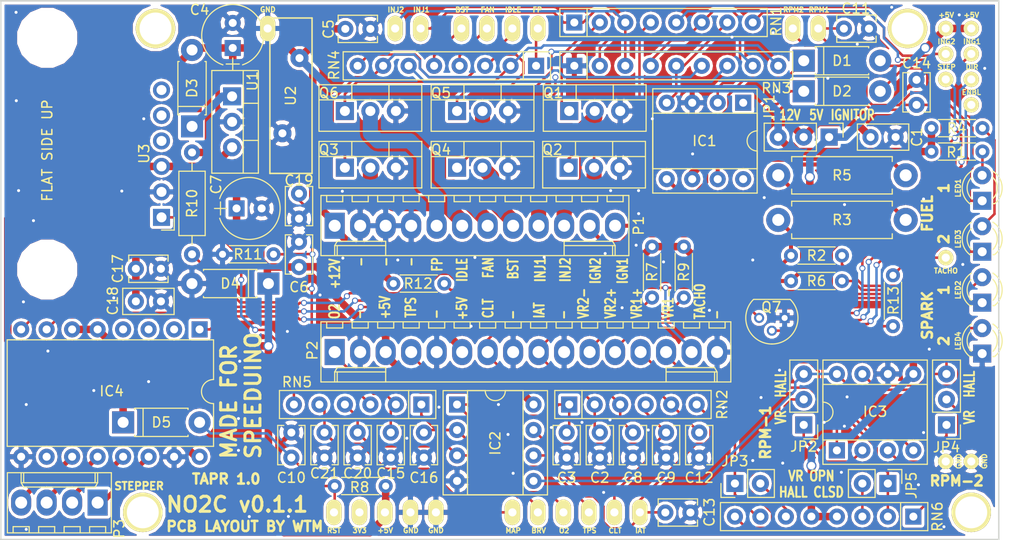
<source format=kicad_pcb>
(kicad_pcb (version 4) (host pcbnew 4.0.5)
  (layers (0 F.Cu signal) (31 B.Cu signal) (34 B.Paste user) (35 F.Paste user) (36 B.SilkS user) (37 F.SilkS user) (38 B.Mask user) (39 F.Mask user) (44 Edge.Cuts user))
  (net 0 "")
  (net 1 "/Inputs and Outputs/IAT-IN")
  (net 2 Earth)
  (net 3 "/Inputs and Outputs/IAT-CPU-A0")
  (net 4 "/Inputs and Outputs/CLT-IN")
  (net 5 "/Inputs and Outputs/CLT-CPU-A1")
  (net 6 "/Inputs and Outputs/TPS-IN")
  (net 7 "/Inputs and Outputs/TPS-CPU-A2")
  (net 8 "/Inputs and Outputs/BRV-CPU-A4")
  (net 9 "/Inputs and Outputs/O2-IN")
  (net 10 "/Inputs and Outputs/O2-CPU-A8")
  (net 11 +5V)
  (net 12 +12V)
  (net 13 "/Inputs and Outputs/MAP-CPU-A3")
  (net 14 "/Inputs and Outputs/RESET")
  (net 15 "/Inputs and Outputs/TACH2-CPU-D18")
  (net 16 "/Inputs and Outputs/TACH1-CPU-D19")
  (net 17 "/Inputs and Outputs/INJ1-OUT")
  (net 18 "/Inputs and Outputs/INJ2-OUT")
  (net 19 "Net-(IC1-Pad5)")
  (net 20 "Net-(IC1-Pad2)")
  (net 21 "Net-(IC1-Pad7)")
  (net 22 "Net-(IC1-Pad4)")
  (net 23 "/Inputs and Outputs/VR1-")
  (net 24 "Net-(IC3-Pad2)")
  (net 25 "Net-(IC3-Pad3)")
  (net 26 "/Inputs and Outputs/VR2-")
  (net 27 "Net-(JP2-Pad2)")
  (net 28 "Net-(JP3-Pad2)")
  (net 29 "/Inputs and Outputs/VR1+")
  (net 30 "Net-(JP4-Pad2)")
  (net 31 "/Inputs and Outputs/VR2+")
  (net 32 "Net-(JP5-Pad2)")
  (net 33 "Net-(LED1-Pad2)")
  (net 34 "Net-(LED2-Pad2)")
  (net 35 "/Inputs and Outputs/IDLE-OUT")
  (net 36 "/Inputs and Outputs/BOOST-OUT")
  (net 37 "/Inputs and Outputs/ING2-OUT")
  (net 38 "/Inputs and Outputs/ING1-OUT")
  (net 39 "Net-(Q1-Pad1)")
  (net 40 "Net-(Q3-Pad1)")
  (net 41 "Net-(Q5-Pad1)")
  (net 42 "Net-(Q6-Pad1)")
  (net 43 "/Inputs and Outputs/INJ1-CPU-D8")
  (net 44 "/Inputs and Outputs/INJ2-CPU-D9")
  (net 45 "/Inputs and Outputs/CPU-D4")
  (net 46 "/Inputs and Outputs/CPU-D6")
  (net 47 "/Inputs and Outputs/CPU-D7")
  (net 48 "/Inputs and Outputs/CPU-D5")
  (net 49 "/Inputs and Outputs/IGN1-CPU-D23")
  (net 50 "/Inputs and Outputs/IGN2-CPU-D22")
  (net 51 "Net-(C1-Pad2)")
  (net 52 "Net-(C19-Pad1)")
  (net 53 "Net-(D1-Pad2)")
  (net 54 "Net-(D2-Pad2)")
  (net 55 "Net-(D3-Pad1)")
  (net 56 "Net-(LED3-Pad2)")
  (net 57 "Net-(LED4-Pad2)")
  (net 58 "Net-(Q2-Pad1)")
  (net 59 "Net-(Q4-Pad1)")
  (net 60 "Net-(RN5-Pad6)")
  (net 61 "Net-(IC4-Pad12)")
  (net 62 "Net-(IC4-Pad13)")
  (net 63 "Net-(IC4-Pad11)")
  (net 64 "Net-(IC4-Pad14)")
  (net 65 /STEP)
  (net 66 /DIR)
  (net 67 /ENBL)
  (net 68 "/Inputs and Outputs/TACHO-OUT")
  (net 69 /TACHO-D38)
  (net 70 "Net-(Q7-Pad2)")
  (net 71 "/Inputs and Outputs/FUELP-OUT")
  (net 72 "/Inputs and Outputs/FAN-OUT")
  (module Useful_Stuff:VIA_0.6mm (layer F.Cu) (at 115.2525 99.822)
    (fp_text reference REF** hide)
    (fp_text value VIA_0.6mm hide)
    (pad 1 thru_hole circle (at 0 0) (size 0.6 0.6) (drill 0.3) (layers *.Cu) (net 2 Earth))
  )
  (module Useful_Stuff:VIA_0.6mm (layer F.Cu) (at 131.0005 89.7255)
    (fp_text reference REF** hide)
    (fp_text value VIA_0.6mm hide)
    (pad 1 thru_hole circle (at 0 0) (size 0.6 0.6) (drill 0.3) (layers *.Cu) (net 2 Earth))
  )
  (module Useful_Stuff:VIA_0.6mm (layer F.Cu) (at 125.476 82.8675)
    (fp_text reference REF** hide)
    (fp_text value VIA_0.6mm hide)
    (pad 1 thru_hole circle (at 0 0) (size 0.6 0.6) (drill 0.3) (layers *.Cu) (net 2 Earth))
  )
  (module Useful_Stuff:VIA_0.6mm (layer F.Cu) (at 183.9595 98.6155)
    (fp_text reference REF** hide)
    (fp_text value VIA_0.6mm hide)
    (pad 1 thru_hole circle (at 0 0) (size 0.6 0.6) (drill 0.3) (layers *.Cu) (net 2 Earth))
  )
  (module Useful_Stuff:VIA_0.6mm (layer F.Cu) (at 166.37 89.7255)
    (fp_text reference REF** hide)
    (fp_text value VIA_0.6mm hide)
    (pad 1 thru_hole circle (at 0 0) (size 0.6 0.6) (drill 0.3) (layers *.Cu) (net 2 Earth))
  )
  (module Useful_Stuff:VIA_0.6mm (layer F.Cu) (at 167.513 83.5025)
    (fp_text reference REF** hide)
    (fp_text value VIA_0.6mm hide)
    (pad 1 thru_hole circle (at 0 0) (size 0.6 0.6) (drill 0.3) (layers *.Cu) (net 2 Earth))
  )
  (module Useful_Stuff:VIA_0.6mm (layer F.Cu) (at 131.9 107.5)
    (fp_text reference REF** hide)
    (fp_text value VIA_0.6mm hide)
    (pad 1 thru_hole circle (at 0 0) (size 0.6 0.6) (drill 0.3) (layers *.Cu) (net 2 Earth))
  )
  (module Useful_Stuff:VIA_0.6mm (layer F.Cu) (at 94.7 85.8)
    (fp_text reference REF** hide)
    (fp_text value VIA_0.6mm hide)
    (pad 1 thru_hole circle (at 0 0) (size 0.6 0.6) (drill 0.3) (layers *.Cu) (net 2 Earth))
  )
  (module Useful_Stuff:VIA_0.6mm (layer F.Cu) (at 102.7 93.5)
    (fp_text reference REF** hide)
    (fp_text value VIA_0.6mm hide)
    (pad 1 thru_hole circle (at 0 0) (size 0.6 0.6) (drill 0.3) (layers *.Cu) (net 2 Earth))
  )
  (module Useful_Stuff:VIA_0.6mm (layer F.Cu) (at 153.3525 94.488)
    (fp_text reference REF** hide)
    (fp_text value VIA_0.6mm hide)
    (pad 1 thru_hole circle (at 0 0) (size 0.6 0.6) (drill 0.3) (layers *.Cu) (net 2 Earth))
  )
  (module Useful_Stuff:VIA_0.6mm (layer F.Cu) (at 163.45 104.45)
    (fp_text reference REF** hide)
    (fp_text value VIA_0.6mm hide)
    (pad 1 thru_hole circle (at 0 0) (size 0.6 0.6) (drill 0.3) (layers *.Cu) (net 2 Earth))
  )
  (module Useful_Stuff:VIA_0.6mm (layer F.Cu) (at 182.88 112.141)
    (fp_text reference REF** hide)
    (fp_text value VIA_0.6mm hide)
    (pad 1 thru_hole circle (at 0 0) (size 0.6 0.6) (drill 0.3) (layers *.Cu) (net 2 Earth))
  )
  (module Useful_Stuff:VIA_0.6mm (layer F.Cu) (at 175.2 110.9)
    (fp_text reference REF** hide)
    (fp_text value VIA_0.6mm hide)
    (pad 1 thru_hole circle (at 0 0) (size 0.6 0.6) (drill 0.3) (layers *.Cu) (net 2 Earth))
  )
  (module Useful_Stuff:VIA_0.6mm (layer F.Cu) (at 154.9908 82.804)
    (fp_text reference REF** hide)
    (fp_text value VIA_0.6mm hide)
    (pad 1 thru_hole circle (at 0 0) (size 0.6 0.6) (drill 0.3) (layers *.Cu) (net 2 Earth))
  )
  (module Useful_Stuff:VIA_0.6mm (layer F.Cu) (at 152.2095 82.804)
    (fp_text reference REF** hide)
    (fp_text value VIA_0.6mm hide)
    (pad 1 thru_hole circle (at 0 0) (size 0.6 0.6) (drill 0.3) (layers *.Cu) (net 2 Earth))
  )
  (module Useful_Stuff:VIA_0.6mm (layer F.Cu) (at 154.75 88.25)
    (fp_text reference REF** hide)
    (fp_text value VIA_0.6mm hide)
    (pad 1 thru_hole circle (at 0 0) (size 0.6 0.6) (drill 0.3) (layers *.Cu) (net 2 Earth))
  )
  (module Useful_Stuff:VIA_0.6mm (layer F.Cu) (at 151.6634 89.0778)
    (fp_text reference REF** hide)
    (fp_text value VIA_0.6mm hide)
    (pad 1 thru_hole circle (at 0 0) (size 0.6 0.6) (drill 0.3) (layers *.Cu) (net 2 Earth))
  )
  (module Useful_Stuff:VIA_0.6mm (layer F.Cu) (at 155 85.1)
    (fp_text reference REF** hide)
    (fp_text value VIA_0.6mm hide)
    (pad 1 thru_hole circle (at 0 0) (size 0.6 0.6) (drill 0.3) (layers *.Cu) (net 2 Earth))
  )
  (module Useful_Stuff:VIA_0.6mm (layer F.Cu) (at 145.5928 89.45)
    (fp_text reference REF** hide)
    (fp_text value VIA_0.6mm hide)
    (pad 1 thru_hole circle (at 0 0) (size 0.6 0.6) (drill 0.3) (layers *.Cu) (net 2 Earth))
  )
  (module Useful_Stuff:VIA_0.6mm (layer F.Cu) (at 138.684 89.4715)
    (fp_text reference REF** hide)
    (fp_text value VIA_0.6mm hide)
    (pad 1 thru_hole circle (at 0 0) (size 0.6 0.6) (drill 0.3) (layers *.Cu) (net 2 Earth))
  )
  (module Connectors_Molex:Molex_KK-6410-12_12x2.54mm_Straight (layer F.Cu) (at 124.714 86.3092)
    (fp_text reference P1 (at 30.2895 -0.0127 90) (layer F.SilkS))
    (fp_text value CONN_01X12)
    (pad 1 thru_hole rect (at 0 0) (size 2 2.6) (drill 1.2) (layers *.Cu *.Mask) (net 12 +12V))
    (pad 2 thru_hole oval (at 2.54 0) (size 2 2.6) (drill 1.2) (layers *.Cu *.Mask) (net 2 Earth))
    (pad 3 thru_hole oval (at 5.08 0) (size 2 2.6) (drill 1.2) (layers *.Cu *.Mask) (net 2 Earth))
    (pad 4 thru_hole oval (at 7.62 0) (size 2 2.6) (drill 1.2) (layers *.Cu *.Mask) (net 2 Earth))
    (pad 5 thru_hole oval (at 10.16 0) (size 2 2.6) (drill 1.2) (layers *.Cu *.Mask) (net 71 "/Inputs and Outputs/FUELP-OUT"))
    (pad 6 thru_hole oval (at 12.7 0) (size 2 2.6) (drill 1.2) (layers *.Cu *.Mask) (net 35 "/Inputs and Outputs/IDLE-OUT"))
    (pad 7 thru_hole oval (at 15.24 0) (size 2 2.6) (drill 1.2) (layers *.Cu *.Mask) (net 72 "/Inputs and Outputs/FAN-OUT"))
    (pad 8 thru_hole oval (at 17.78 0) (size 2 2.6) (drill 1.2) (layers *.Cu *.Mask) (net 36 "/Inputs and Outputs/BOOST-OUT"))
    (pad 9 thru_hole oval (at 20.32 0) (size 2 2.6) (drill 1.2) (layers *.Cu *.Mask) (net 17 "/Inputs and Outputs/INJ1-OUT"))
    (pad 10 thru_hole oval (at 22.86 0) (size 2 2.6) (drill 1.2) (layers *.Cu *.Mask) (net 18 "/Inputs and Outputs/INJ2-OUT"))
    (pad 11 thru_hole oval (at 25.4 0) (size 2 2.6) (drill 1.2) (layers *.Cu *.Mask) (net 37 "/Inputs and Outputs/ING2-OUT"))
    (pad 12 thru_hole oval (at 27.94 0) (size 2 2.6) (drill 1.2) (layers *.Cu *.Mask) (net 38 "/Inputs and Outputs/ING1-OUT"))
  )
  (module Useful_Stuff:VIA_0.6mm (layer F.Cu) (at 151.511 112.903)
    (fp_text reference REF** hide)
    (fp_text value VIA_0.6mm hide)
    (pad 1 thru_hole circle (at 0 0) (size 0.6 0.6) (drill 0.3) (layers *.Cu) (net 2 Earth))
  )
  (module Useful_Stuff:VIA_0.6mm (layer F.Cu) (at 120 96.85)
    (fp_text reference REF** hide)
    (fp_text value VIA_0.6mm hide)
    (pad 1 thru_hole circle (at 0 0) (size 0.6 0.6) (drill 0.3) (layers *.Cu) (net 2 Earth))
  )
  (module Useful_Stuff:VIA_0.6mm (layer F.Cu) (at 180.213 64.516)
    (fp_text reference REF** hide)
    (fp_text value VIA_0.6mm hide)
    (pad 1 thru_hole circle (at 0 0) (size 0.6 0.6) (drill 0.3) (layers *.Cu) (net 2 Earth))
  )
  (module Useful_Stuff:VIA_0.6mm (layer F.Cu) (at 169.3545 109.982)
    (fp_text reference REF** hide)
    (fp_text value VIA_0.6mm hide)
    (pad 1 thru_hole circle (at 0 0) (size 0.6 0.6) (drill 0.3) (layers *.Cu) (net 2 Earth))
  )
  (module Useful_Stuff:VIA_0.6mm (layer F.Cu) (at 162.052 94.742)
    (fp_text reference REF** hide)
    (fp_text value VIA_0.6mm hide)
    (pad 1 thru_hole circle (at 0 0) (size 0.6 0.6) (drill 0.3) (layers *.Cu) (net 2 Earth))
  )
  (module Useful_Stuff:VIA_0.6mm (layer F.Cu) (at 185.42 116.332)
    (fp_text reference REF** hide)
    (fp_text value VIA_0.6mm hide)
    (pad 1 thru_hole circle (at 0 0) (size 0.6 0.6) (drill 0.3) (layers *.Cu) (net 2 Earth))
  )
  (module Useful_Stuff:VIA_0.6mm (layer F.Cu) (at 93.98 116.586)
    (fp_text reference REF** hide)
    (fp_text value VIA_0.6mm hide)
    (pad 1 thru_hole circle (at 0 0) (size 0.6 0.6) (drill 0.3) (layers *.Cu) (net 2 Earth))
  )
  (module Useful_Stuff:VIA_0.6mm (layer F.Cu) (at 120.1 115.3)
    (fp_text reference REF** hide)
    (fp_text value VIA_0.6mm hide)
    (pad 1 thru_hole circle (at 0 0) (size 0.6 0.6) (drill 0.3) (layers *.Cu) (net 2 Earth))
  )
  (module Useful_Stuff:VIA_0.6mm (layer F.Cu) (at 115.1255 108.712)
    (fp_text reference REF** hide)
    (fp_text value VIA_0.6mm hide)
    (pad 1 thru_hole circle (at 0 0) (size 0.6 0.6) (drill 0.3) (layers *.Cu) (net 2 Earth))
  )
  (module Useful_Stuff:VIA_0.6mm (layer F.Cu) (at 93.98 104.14)
    (fp_text reference REF** hide)
    (fp_text value VIA_0.6mm hide)
    (pad 1 thru_hole circle (at 0 0) (size 0.6 0.6) (drill 0.3) (layers *.Cu) (net 2 Earth))
  )
  (module Useful_Stuff:VIA_0.6mm (layer F.Cu) (at 106.172 101.854)
    (fp_text reference REF** hide)
    (fp_text value VIA_0.6mm hide)
    (pad 1 thru_hole circle (at 0 0) (size 0.6 0.6) (drill 0.3) (layers *.Cu) (net 2 Earth))
  )
  (module Useful_Stuff:VIA_0.6mm (layer F.Cu) (at 100.711 102.743)
    (fp_text reference REF** hide)
    (fp_text value VIA_0.6mm hide)
    (pad 1 thru_hole circle (at 0 0) (size 0.6 0.6) (drill 0.3) (layers *.Cu) (net 2 Earth))
  )
  (module Useful_Stuff:VIA_0.6mm (layer F.Cu) (at 93.7 93.9)
    (fp_text reference REF** hide)
    (fp_text value VIA_0.6mm hide)
    (pad 1 thru_hole circle (at 0 0) (size 0.6 0.6) (drill 0.3) (layers *.Cu) (net 2 Earth))
  )
  (module Useful_Stuff:VIA_0.6mm (layer F.Cu) (at 116.205 115.316)
    (fp_text reference REF** hide)
    (fp_text value VIA_0.6mm hide)
    (pad 1 thru_hole circle (at 0 0) (size 0.6 0.6) (drill 0.3) (layers *.Cu) (net 2 Earth))
  )
  (module Useful_Stuff:VIA_0.6mm (layer F.Cu) (at 93.218 82.804)
    (fp_text reference REF** hide)
    (fp_text value VIA_0.6mm hide)
    (pad 1 thru_hole circle (at 0 0) (size 0.6 0.6) (drill 0.3) (layers *.Cu) (net 2 Earth))
  )
  (module Useful_Stuff:VIA_0.6mm (layer F.Cu) (at 103.5 82.85)
    (fp_text reference REF** hide)
    (fp_text value VIA_0.6mm hide)
    (pad 1 thru_hole circle (at 0 0) (size 0.6 0.6) (drill 0.3) (layers *.Cu) (net 2 Earth))
  )
  (module Useful_Stuff:VIA_0.6mm (layer F.Cu) (at 105.6894 75.6412)
    (fp_text reference REF** hide)
    (fp_text value VIA_0.6mm hide)
    (pad 1 thru_hole circle (at 0 0) (size 0.6 0.6) (drill 0.3) (layers *.Cu) (net 2 Earth))
  )
  (module Useful_Stuff:VIA_0.6mm (layer F.Cu) (at 92.9894 73.8378)
    (fp_text reference REF** hide)
    (fp_text value VIA_0.6mm hide)
    (pad 1 thru_hole circle (at 0 0) (size 0.6 0.6) (drill 0.3) (layers *.Cu) (net 2 Earth))
  )
  (module Useful_Stuff:VIA_0.6mm (layer F.Cu) (at 92.964 65.024)
    (fp_text reference REF** hide)
    (fp_text value VIA_0.6mm hide)
    (pad 1 thru_hole circle (at 0 0) (size 0.6 0.6) (drill 0.3) (layers *.Cu) (net 2 Earth))
  )
  (module Useful_Stuff:VIA_0.6mm (layer F.Cu) (at 115.1255 105.537)
    (fp_text reference REF** hide)
    (fp_text value VIA_0.6mm hide)
    (pad 1 thru_hole circle (at 0 0) (size 0.6 0.6) (drill 0.3) (layers *.Cu) (net 2 Earth))
  )
  (module Useful_Stuff:VIA_0.6mm (layer F.Cu) (at 175.5 106.3)
    (fp_text reference REF** hide)
    (fp_text value VIA_0.6mm hide)
    (pad 1 thru_hole circle (at 0 0) (size 0.6 0.6) (drill 0.3) (layers *.Cu) (net 2 Earth))
  )
  (module Useful_Stuff:VIA_0.6mm (layer F.Cu) (at 189.484 70.612)
    (fp_text reference REF** hide)
    (fp_text value VIA_0.6mm hide)
    (pad 1 thru_hole circle (at 0 0) (size 0.6 0.6) (drill 0.3) (layers *.Cu) (net 2 Earth))
  )
  (module Useful_Stuff:VIA_0.6mm (layer F.Cu) (at 186.944 65.278)
    (fp_text reference REF** hide)
    (fp_text value VIA_0.6mm hide)
    (pad 1 thru_hole circle (at 0 0) (size 0.6 0.6) (drill 0.3) (layers *.Cu) (net 2 Earth))
  )
  (module Useful_Stuff:VIA_0.6mm (layer F.Cu) (at 176.784 68.199)
    (fp_text reference REF** hide)
    (fp_text value VIA_0.6mm hide)
    (pad 1 thru_hole circle (at 0 0) (size 0.6 0.6) (drill 0.3) (layers *.Cu) (net 2 Earth))
  )
  (module Useful_Stuff:VIA_0.6mm (layer F.Cu) (at 187.2996 90.17)
    (fp_text reference REF** hide)
    (fp_text value VIA_0.6mm hide)
    (pad 1 thru_hole circle (at 0 0) (size 0.6 0.6) (drill 0.3) (layers *.Cu) (net 2 Earth))
  )
  (module Useful_Stuff:VIA_0.6mm (layer F.Cu) (at 183.388 106.934)
    (fp_text reference REF** hide)
    (fp_text value VIA_0.6mm hide)
    (pad 1 thru_hole circle (at 0 0) (size 0.6 0.6) (drill 0.3) (layers *.Cu) (net 2 Earth))
  )
  (module Useful_Stuff:VIA_0.6mm (layer F.Cu) (at 175.768 103.378)
    (fp_text reference REF** hide)
    (fp_text value VIA_0.6mm hide)
    (pad 1 thru_hole circle (at 0 0) (size 0.6 0.6) (drill 0.3) (layers *.Cu) (net 2 Earth))
  )
  (module Useful_Stuff:VIA_0.6mm (layer F.Cu) (at 173.482 105.918)
    (fp_text reference REF** hide)
    (fp_text value VIA_0.6mm hide)
    (pad 1 thru_hole circle (at 0 0) (size 0.6 0.6) (drill 0.3) (layers *.Cu) (net 2 Earth))
  )
  (module Useful_Stuff:VIA_0.6mm (layer F.Cu) (at 166.37 109.728)
    (fp_text reference REF** hide)
    (fp_text value VIA_0.6mm hide)
    (pad 1 thru_hole circle (at 0 0) (size 0.6 0.6) (drill 0.3) (layers *.Cu) (net 2 Earth))
  )
  (module Useful_Stuff:VIA_0.6mm (layer F.Cu) (at 167.1955 103.4415)
    (fp_text reference REF** hide)
    (fp_text value VIA_0.6mm hide)
    (pad 1 thru_hole circle (at 0 0) (size 0.6 0.6) (drill 0.3) (layers *.Cu) (net 2 Earth))
  )
  (module Useful_Stuff:VIA_0.6mm (layer F.Cu) (at 169.037 100.711)
    (fp_text reference REF** hide)
    (fp_text value VIA_0.6mm hide)
    (pad 1 thru_hole circle (at 0 0) (size 0.6 0.6) (drill 0.3) (layers *.Cu) (net 2 Earth))
  )
  (module Useful_Stuff:VIA_0.6mm (layer F.Cu) (at 149.352 105.918)
    (fp_text reference REF** hide)
    (fp_text value VIA_0.6mm hide)
    (pad 1 thru_hole circle (at 0 0) (size 0.6 0.6) (drill 0.3) (layers *.Cu) (net 2 Earth))
  )
  (module Useful_Stuff:VIA_0.6mm (layer F.Cu) (at 155.956 106.68)
    (fp_text reference REF** hide)
    (fp_text value VIA_0.6mm hide)
    (pad 1 thru_hole circle (at 0 0) (size 0.6 0.6) (drill 0.3) (layers *.Cu) (net 2 Earth))
  )
  (module Useful_Stuff:VIA_0.6mm (layer F.Cu) (at 152.146 105.664)
    (fp_text reference REF** hide)
    (fp_text value VIA_0.6mm hide)
    (pad 1 thru_hole circle (at 0 0) (size 0.6 0.6) (drill 0.3) (layers *.Cu) (net 2 Earth))
  )
  (module Useful_Stuff:VIA_0.6mm (layer F.Cu) (at 142.494 110.998)
    (fp_text reference REF** hide)
    (fp_text value VIA_0.6mm hide)
    (pad 1 thru_hole circle (at 0 0) (size 0.6 0.6) (drill 0.3) (layers *.Cu) (net 2 Earth))
  )
  (module Useful_Stuff:VIA_0.6mm (layer F.Cu) (at 135.1 104.4)
    (fp_text reference REF** hide)
    (fp_text value VIA_0.6mm hide)
    (pad 1 thru_hole circle (at 0 0) (size 0.6 0.6) (drill 0.3) (layers *.Cu) (net 2 Earth))
  )
  (module Useful_Stuff:VIA_0.6mm (layer F.Cu) (at 141.986 107.1245)
    (fp_text reference REF** hide)
    (fp_text value VIA_0.6mm hide)
    (pad 1 thru_hole circle (at 0 0) (size 0.6 0.6) (drill 0.3) (layers *.Cu) (net 2 Earth))
  )
  (module Useful_Stuff:VIA_0.6mm (layer F.Cu) (at 141.0335 104.14)
    (fp_text reference REF** hide)
    (fp_text value VIA_0.6mm hide)
    (pad 1 thru_hole circle (at 0 0) (size 0.6 0.6) (drill 0.3) (layers *.Cu) (net 2 Earth))
  )
  (module Useful_Stuff:VIA_0.6mm (layer F.Cu) (at 146.304 106.426)
    (fp_text reference REF** hide)
    (fp_text value VIA_0.6mm hide)
    (pad 1 thru_hole circle (at 0 0) (size 0.6 0.6) (drill 0.3) (layers *.Cu) (net 2 Earth))
  )
  (module Useful_Stuff:VIA_0.6mm (layer F.Cu) (at 175.514 84.201)
    (fp_text reference REF** hide)
    (fp_text value VIA_0.6mm hide)
    (pad 1 thru_hole circle (at 0 0) (size 0.6 0.6) (drill 0.3) (layers *.Cu) (net 2 Earth))
  )
  (module Useful_Stuff:VIA_0.6mm (layer F.Cu) (at 183.388 83.6422)
    (fp_text reference REF** hide)
    (fp_text value VIA_0.6mm hide)
    (pad 1 thru_hole circle (at 0 0) (size 0.6 0.6) (drill 0.3) (layers *.Cu) (net 2 Earth))
  )
  (module Useful_Stuff:VIA_0.6mm (layer F.Cu) (at 173.85 71.6)
    (fp_text reference REF** hide)
    (fp_text value VIA_0.6mm hide)
    (pad 1 thru_hole circle (at 0 0) (size 0.6 0.6) (drill 0.3) (layers *.Cu) (net 2 Earth))
  )
  (module Useful_Stuff:VIA_0.6mm (layer F.Cu) (at 168.402 67.056)
    (fp_text reference REF** hide)
    (fp_text value VIA_0.6mm hide)
    (pad 1 thru_hole circle (at 0 0) (size 0.6 0.6) (drill 0.3) (layers *.Cu) (net 2 Earth))
  )
  (module Useful_Stuff:VIA_0.6mm (layer F.Cu) (at 168.8 72.85)
    (fp_text reference REF** hide)
    (fp_text value VIA_0.6mm hide)
    (pad 1 thru_hole circle (at 0 0) (size 0.6 0.6) (drill 0.3) (layers *.Cu) (net 2 Earth))
  )
  (module Useful_Stuff:VIA_0.6mm (layer F.Cu) (at 164.3 67.5)
    (fp_text reference REF** hide)
    (fp_text value VIA_0.6mm hide)
    (pad 1 thru_hole circle (at 0 0) (size 0.6 0.6) (drill 0.3) (layers *.Cu) (net 2 Earth))
  )
  (module Useful_Stuff:VIA_0.6mm (layer F.Cu) (at 156.3624 75.6412)
    (fp_text reference REF** hide)
    (fp_text value VIA_0.6mm hide)
    (pad 1 thru_hole circle (at 0 0) (size 0.6 0.6) (drill 0.3) (layers *.Cu) (net 2 Earth))
  )
  (module Useful_Stuff:VIA_0.6mm (layer F.Cu) (at 160.3756 79.1464)
    (fp_text reference REF** hide)
    (fp_text value VIA_0.6mm hide)
    (pad 1 thru_hole circle (at 0 0) (size 0.6 0.6) (drill 0.3) (layers *.Cu) (net 2 Earth))
  )
  (module Useful_Stuff:VIA_0.6mm (layer F.Cu) (at 157.48 89.916)
    (fp_text reference REF** hide)
    (fp_text value VIA_0.6mm hide)
    (pad 1 thru_hole circle (at 0 0) (size 0.6 0.6) (drill 0.3) (layers *.Cu) (net 2 Earth))
  )
  (module Useful_Stuff:VIA_0.6mm (layer F.Cu) (at 138.303 96.3295)
    (fp_text reference REF** hide)
    (fp_text value VIA_0.6mm hide)
    (pad 1 thru_hole circle (at 0 0) (size 0.6 0.6) (drill 0.3) (layers *.Cu) (net 2 Earth))
  )
  (module Useful_Stuff:VIA_0.6mm (layer F.Cu) (at 123.2535 93.218)
    (fp_text reference REF** hide)
    (fp_text value VIA_0.6mm hide)
    (pad 1 thru_hole circle (at 0 0) (size 0.6 0.6) (drill 0.3) (layers *.Cu) (net 2 Earth))
  )
  (module Useful_Stuff:VIA_0.6mm (layer F.Cu) (at 96.139 98.806)
    (fp_text reference REF** hide)
    (fp_text value VIA_0.6mm hide)
    (pad 1 thru_hole circle (at 0 0) (size 0.6 0.6) (drill 0.3) (layers *.Cu) (net 2 Earth))
  )
  (module Useful_Stuff:VIA_0.6mm (layer F.Cu) (at 125.5268 89.535)
    (fp_text reference REF** hide)
    (fp_text value VIA_0.6mm hide)
    (pad 1 thru_hole circle (at 0 0) (size 0.6 0.6) (drill 0.3) (layers *.Cu) (net 2 Earth))
  )
  (module Capacitors_THT:C_Disc_D3.8mm_W2.6mm_P2.50mm (layer F.Cu) (at 123.698 109.434 90)
    (fp_text reference C21 (at -1.564 0 180) (layer F.SilkS))
    (fp_text value u33)
    (pad 1 thru_hole circle (at 0 0 90) (size 1.6 1.6) (drill 0.8) (layers *.Cu *.Mask) (net 2 Earth))
    (pad 2 thru_hole circle (at 2.5 0 90) (size 1.6 1.6) (drill 0.8) (layers *.Cu *.Mask) (net 13 "/Inputs and Outputs/MAP-CPU-A3"))
  )
  (module Resistors_THT:R_Axial_DIN0204_L3.6mm_D1.6mm_P5.08mm_Horizontal (layer F.Cu) (at 129.794 112.268 180)
    (fp_text reference R8 (at 2.6035 -0.127 180) (layer F.SilkS))
    (fp_text value 10k)
    (pad 1 thru_hole circle (at 0 0 180) (size 1.4 1.4) (drill 0.7) (layers *.Cu *.Mask) (net 11 +5V))
    (pad 2 thru_hole oval (at 5.08 0 180) (size 1.4 1.4) (drill 0.7) (layers *.Cu *.Mask) (net 14 "/Inputs and Outputs/RESET"))
  )
  (module Resistors_THT:R_Axial_DIN0204_L3.6mm_D1.6mm_P5.08mm_Horizontal (layer F.Cu) (at 170.18 89.281)
    (fp_text reference R2 (at 2.54 0) (layer F.SilkS))
    (fp_text value 680)
    (pad 1 thru_hole circle (at 0 0) (size 1.4 1.4) (drill 0.7) (layers *.Cu *.Mask) (net 38 "/Inputs and Outputs/ING1-OUT"))
    (pad 2 thru_hole oval (at 5.08 0) (size 1.4 1.4) (drill 0.7) (layers *.Cu *.Mask) (net 34 "Net-(LED2-Pad2)"))
  )
  (module Resistors_THT:R_Axial_DIN0411_L9.9mm_D3.6mm_P12.70mm_Horizontal (layer F.Cu) (at 168.91 85.725)
    (fp_text reference R3 (at 6.35 0) (layer F.SilkS))
    (fp_text value "160 2w")
    (pad 1 thru_hole circle (at 0 0) (size 2.4 2.4) (drill 1.2) (layers *.Cu *.Mask) (net 38 "/Inputs and Outputs/ING1-OUT"))
    (pad 2 thru_hole oval (at 12.7 0) (size 2.4 2.4) (drill 1.2) (layers *.Cu *.Mask) (net 21 "Net-(IC1-Pad7)"))
  )
  (module Resistors_THT:R_Axial_DIN0204_L3.6mm_D1.6mm_P5.08mm_Horizontal (layer F.Cu) (at 170.18 91.821)
    (fp_text reference R6 (at 2.54 0) (layer F.SilkS))
    (fp_text value 680)
    (pad 1 thru_hole circle (at 0 0) (size 1.4 1.4) (drill 0.7) (layers *.Cu *.Mask) (net 37 "/Inputs and Outputs/ING2-OUT"))
    (pad 2 thru_hole oval (at 5.08 0) (size 1.4 1.4) (drill 0.7) (layers *.Cu *.Mask) (net 57 "Net-(LED4-Pad2)"))
  )
  (module Resistors_THT:R_Axial_DIN0207_L6.3mm_D2.5mm_P10.16mm_Horizontal (layer F.Cu) (at 110.5 79 270)
    (fp_text reference R10 (at 5.08 0 450) (layer F.SilkS))
    (fp_text value 3k9)
    (pad 1 thru_hole circle (at 0 0 270) (size 1.6 1.6) (drill 0.8) (layers *.Cu *.Mask) (net 12 +12V))
    (pad 2 thru_hole oval (at 10.16 0 270) (size 1.6 1.6) (drill 0.8) (layers *.Cu *.Mask) (net 52 "Net-(C19-Pad1)"))
  )
  (module Resistors_THT:R_Axial_DIN0204_L3.6mm_D1.6mm_P5.08mm_Horizontal (layer F.Cu) (at 159.5 88.392 270)
    (fp_text reference R9 (at 2.54 0 270) (layer F.SilkS))
    (fp_text value 2k49)
    (pad 1 thru_hole circle (at 0 0 270) (size 1.4 1.4) (drill 0.7) (layers *.Cu *.Mask) (net 11 +5V))
    (pad 2 thru_hole oval (at 5.08 0 270) (size 1.4 1.4) (drill 0.7) (layers *.Cu *.Mask) (net 1 "/Inputs and Outputs/IAT-IN"))
  )
  (module Resistors_THT:R_Axial_DIN0204_L3.6mm_D1.6mm_P5.08mm_Horizontal (layer F.Cu) (at 156.337 88.392 270)
    (fp_text reference R7 (at 2.54 0 450) (layer F.SilkS))
    (fp_text value 2k49)
    (pad 1 thru_hole circle (at 0 0 270) (size 1.4 1.4) (drill 0.7) (layers *.Cu *.Mask) (net 11 +5V))
    (pad 2 thru_hole oval (at 5.08 0 270) (size 1.4 1.4) (drill 0.7) (layers *.Cu *.Mask) (net 4 "/Inputs and Outputs/CLT-IN"))
  )
  (module Capacitors_THT:CP_Radial_Tantal_D6.0mm_P2.50mm (layer F.Cu) (at 114.554 68.58 90)
    (fp_text reference C4 (at 3.81 -3.302 180) (layer F.SilkS))
    (fp_text value 10u)
    (pad 1 thru_hole rect (at 0 0 90) (size 1.6 1.6) (drill 0.8) (layers *.Cu *.Mask) (net 12 +12V))
    (pad 2 thru_hole circle (at 2.5 0 90) (size 1.6 1.6) (drill 0.8) (layers *.Cu *.Mask) (net 2 Earth))
  )
  (module Capacitors_THT:CP_Radial_Tantal_D6.0mm_P2.50mm (layer F.Cu) (at 114.935 84.582)
    (fp_text reference C7 (at -2.035 -2.382 90) (layer F.SilkS))
    (fp_text value 47u)
    (pad 1 thru_hole rect (at 0 0) (size 1.6 1.6) (drill 0.8) (layers *.Cu *.Mask) (net 11 +5V))
    (pad 2 thru_hole circle (at 2.5 0) (size 1.6 1.6) (drill 0.8) (layers *.Cu *.Mask) (net 2 Earth))
  )
  (module Varistors:RV_Disc_D15.5_W4.2_P7.5 (layer F.Cu) (at 121.207 69.589 270)
    (fp_text reference U2 (at 3.7535 0.8745 450) (layer F.SilkS))
    (fp_text value ERZ)
    (pad 1 thru_hole circle (at 0 0 270) (size 1.8 1.8) (drill 0.8) (layers *.Cu *.Mask) (net 12 +12V))
    (pad 2 thru_hole circle (at 7.5 1.7 270) (size 1.8 1.8) (drill 0.8) (layers *.Cu *.Mask) (net 2 Earth))
  )
  (module Resistors_THT:R_Array_SIP8 (layer F.Cu) (at 144.78 70.358 180)
    (fp_text reference RN4 (at 20.1295 0.0635 270) (layer F.SilkS))
    (fp_text value 1k)
    (pad 1 thru_hole rect (at 0 0 180) (size 1.6 1.6) (drill 0.8) (layers *.Cu *.Mask) (net 45 "/Inputs and Outputs/CPU-D4"))
    (pad 2 thru_hole oval (at 2.54 0 180) (size 1.6 1.6) (drill 0.8) (layers *.Cu *.Mask) (net 42 "Net-(Q6-Pad1)"))
    (pad 3 thru_hole oval (at 5.08 0 180) (size 1.6 1.6) (drill 0.8) (layers *.Cu *.Mask) (net 41 "Net-(Q5-Pad1)"))
    (pad 4 thru_hole oval (at 7.62 0 180) (size 1.6 1.6) (drill 0.8) (layers *.Cu *.Mask) (net 46 "/Inputs and Outputs/CPU-D6"))
    (pad 5 thru_hole oval (at 10.16 0 180) (size 1.6 1.6) (drill 0.8) (layers *.Cu *.Mask) (net 47 "/Inputs and Outputs/CPU-D7"))
    (pad 6 thru_hole oval (at 12.7 0 180) (size 1.6 1.6) (drill 0.8) (layers *.Cu *.Mask) (net 59 "Net-(Q4-Pad1)"))
    (pad 7 thru_hole oval (at 15.24 0 180) (size 1.6 1.6) (drill 0.8) (layers *.Cu *.Mask) (net 40 "Net-(Q3-Pad1)"))
    (pad 8 thru_hole oval (at 17.78 0 180) (size 1.6 1.6) (drill 0.8) (layers *.Cu *.Mask) (net 48 "/Inputs and Outputs/CPU-D5"))
  )
  (module Resistors_THT:R_Array_SIP8 (layer F.Cu) (at 148.59 66.04)
    (fp_text reference RN1 (at 20.1168 -0.1016 90) (layer F.SilkS))
    (fp_text value 1k)
    (pad 1 thru_hole rect (at 0 0) (size 1.6 1.6) (drill 0.8) (layers *.Cu *.Mask) (net 43 "/Inputs and Outputs/INJ1-CPU-D8"))
    (pad 2 thru_hole oval (at 2.54 0) (size 1.6 1.6) (drill 0.8) (layers *.Cu *.Mask) (net 39 "Net-(Q1-Pad1)"))
    (pad 3 thru_hole oval (at 5.08 0) (size 1.6 1.6) (drill 0.8) (layers *.Cu *.Mask) (net 44 "/Inputs and Outputs/INJ2-CPU-D9"))
    (pad 4 thru_hole oval (at 7.62 0) (size 1.6 1.6) (drill 0.8) (layers *.Cu *.Mask) (net 58 "Net-(Q2-Pad1)"))
    (pad 5 thru_hole oval (at 10.16 0) (size 1.6 1.6) (drill 0.8) (layers *.Cu *.Mask) (net 49 "/Inputs and Outputs/IGN1-CPU-D23"))
    (pad 6 thru_hole oval (at 12.7 0) (size 1.6 1.6) (drill 0.8) (layers *.Cu *.Mask) (net 20 "Net-(IC1-Pad2)"))
    (pad 7 thru_hole oval (at 15.24 0) (size 1.6 1.6) (drill 0.8) (layers *.Cu *.Mask) (net 22 "Net-(IC1-Pad4)"))
    (pad 8 thru_hole oval (at 17.78 0) (size 1.6 1.6) (drill 0.8) (layers *.Cu *.Mask) (net 50 "/Inputs and Outputs/IGN2-CPU-D22"))
  )
  (module Resistors_THT:R_Array_SIP6 (layer F.Cu) (at 133.35 104.14 180)
    (fp_text reference RN5 (at 12.3952 2.2352 360) (layer F.SilkS))
    (fp_text value 470)
    (pad 1 thru_hole rect (at 0 0 180) (size 1.6 1.6) (drill 0.8) (layers *.Cu *.Mask) (net 10 "/Inputs and Outputs/O2-CPU-A8"))
    (pad 2 thru_hole oval (at 2.54 0 180) (size 1.6 1.6) (drill 0.8) (layers *.Cu *.Mask) (net 9 "/Inputs and Outputs/O2-IN"))
    (pad 3 thru_hole oval (at 5.08 0 180) (size 1.6 1.6) (drill 0.8) (layers *.Cu *.Mask) (net 52 "Net-(C19-Pad1)"))
    (pad 4 thru_hole oval (at 7.62 0 180) (size 1.6 1.6) (drill 0.8) (layers *.Cu *.Mask) (net 8 "/Inputs and Outputs/BRV-CPU-A4"))
    (pad 5 thru_hole oval (at 10.16 0 180) (size 1.6 1.6) (drill 0.8) (layers *.Cu *.Mask) (net 13 "/Inputs and Outputs/MAP-CPU-A3"))
    (pad 6 thru_hole oval (at 12.7 0 180) (size 1.6 1.6) (drill 0.8) (layers *.Cu *.Mask) (net 60 "Net-(RN5-Pad6)"))
  )
  (module Resistors_THT:R_Array_SIP6 (layer F.Cu) (at 148.082 104.14)
    (fp_text reference RN2 (at 15.24 0 270) (layer F.SilkS))
    (fp_text value 470)
    (pad 1 thru_hole rect (at 0 0) (size 1.6 1.6) (drill 0.8) (layers *.Cu *.Mask) (net 7 "/Inputs and Outputs/TPS-CPU-A2"))
    (pad 2 thru_hole oval (at 2.54 0) (size 1.6 1.6) (drill 0.8) (layers *.Cu *.Mask) (net 6 "/Inputs and Outputs/TPS-IN"))
    (pad 3 thru_hole oval (at 5.08 0) (size 1.6 1.6) (drill 0.8) (layers *.Cu *.Mask) (net 4 "/Inputs and Outputs/CLT-IN"))
    (pad 4 thru_hole oval (at 7.62 0) (size 1.6 1.6) (drill 0.8) (layers *.Cu *.Mask) (net 5 "/Inputs and Outputs/CLT-CPU-A1"))
    (pad 5 thru_hole oval (at 10.16 0) (size 1.6 1.6) (drill 0.8) (layers *.Cu *.Mask) (net 1 "/Inputs and Outputs/IAT-IN"))
    (pad 6 thru_hole oval (at 12.7 0) (size 1.6 1.6) (drill 0.8) (layers *.Cu *.Mask) (net 3 "/Inputs and Outputs/IAT-CPU-A0"))
  )
  (module Resistors_THT:R_Array_SIP9 (layer F.Cu) (at 148.59 70.358)
    (fp_text reference RN3 (at 20.1295 2.2225) (layer F.SilkS))
    (fp_text value 100k)
    (pad 1 thru_hole rect (at 0 0) (size 1.6 1.6) (drill 0.8) (layers *.Cu *.Mask) (net 2 Earth))
    (pad 2 thru_hole oval (at 2.54 0) (size 1.6 1.6) (drill 0.8) (layers *.Cu *.Mask) (net 43 "/Inputs and Outputs/INJ1-CPU-D8"))
    (pad 3 thru_hole oval (at 5.08 0) (size 1.6 1.6) (drill 0.8) (layers *.Cu *.Mask) (net 44 "/Inputs and Outputs/INJ2-CPU-D9"))
    (pad 4 thru_hole oval (at 7.62 0) (size 1.6 1.6) (drill 0.8) (layers *.Cu *.Mask) (net 20 "Net-(IC1-Pad2)"))
    (pad 5 thru_hole oval (at 10.16 0) (size 1.6 1.6) (drill 0.8) (layers *.Cu *.Mask) (net 22 "Net-(IC1-Pad4)"))
    (pad 6 thru_hole oval (at 12.7 0) (size 1.6 1.6) (drill 0.8) (layers *.Cu *.Mask) (net 40 "Net-(Q3-Pad1)"))
    (pad 7 thru_hole oval (at 15.24 0) (size 1.6 1.6) (drill 0.8) (layers *.Cu *.Mask) (net 59 "Net-(Q4-Pad1)"))
    (pad 8 thru_hole oval (at 17.78 0) (size 1.6 1.6) (drill 0.8) (layers *.Cu *.Mask) (net 41 "Net-(Q5-Pad1)"))
    (pad 9 thru_hole oval (at 20.32 0) (size 1.6 1.6) (drill 0.8) (layers *.Cu *.Mask) (net 42 "Net-(Q6-Pad1)"))
  )
  (module TO_SOT_Packages_THT:TO-220_Vertical (layer F.Cu) (at 136.906 80.518)
    (fp_text reference Q4 (at -1.6 -1.8) (layer F.SilkS))
    (fp_text value STP62NS04Z)
    (pad 1 thru_hole rect (at 0 0) (size 1.8 1.8) (drill 1) (layers *.Cu *.Mask) (net 59 "Net-(Q4-Pad1)"))
    (pad 2 thru_hole oval (at 2.54 0) (size 1.8 1.8) (drill 1) (layers *.Cu *.Mask) (net 36 "/Inputs and Outputs/BOOST-OUT"))
    (pad 3 thru_hole oval (at 5.08 0) (size 1.8 1.8) (drill 1) (layers *.Cu *.Mask) (net 2 Earth))
  )
  (module TO_SOT_Packages_THT:TO-220_Vertical (layer F.Cu) (at 125.73 80.518)
    (fp_text reference Q3 (at -1.6 -1.8) (layer F.SilkS))
    (fp_text value STP62NS04Z)
    (pad 1 thru_hole rect (at 0 0) (size 1.8 1.8) (drill 1) (layers *.Cu *.Mask) (net 40 "Net-(Q3-Pad1)"))
    (pad 2 thru_hole oval (at 2.54 0) (size 1.8 1.8) (drill 1) (layers *.Cu *.Mask) (net 35 "/Inputs and Outputs/IDLE-OUT"))
    (pad 3 thru_hole oval (at 5.08 0) (size 1.8 1.8) (drill 1) (layers *.Cu *.Mask) (net 2 Earth))
  )
  (module TO_SOT_Packages_THT:TO-220_Vertical (layer F.Cu) (at 125.73 74.8665)
    (fp_text reference Q6 (at -1.6 -1.8) (layer F.SilkS))
    (fp_text value STP62NS04Z)
    (pad 1 thru_hole rect (at 0 0) (size 1.8 1.8) (drill 1) (layers *.Cu *.Mask) (net 42 "Net-(Q6-Pad1)"))
    (pad 2 thru_hole oval (at 2.54 0) (size 1.8 1.8) (drill 1) (layers *.Cu *.Mask) (net 71 "/Inputs and Outputs/FUELP-OUT"))
    (pad 3 thru_hole oval (at 5.08 0) (size 1.8 1.8) (drill 1) (layers *.Cu *.Mask) (net 2 Earth))
  )
  (module TO_SOT_Packages_THT:TO-220_Vertical (layer F.Cu) (at 136.906 74.8665)
    (fp_text reference Q5 (at -1.6 -1.8) (layer F.SilkS))
    (fp_text value STP62NS04Z)
    (pad 1 thru_hole rect (at 0 0) (size 1.8 1.8) (drill 1) (layers *.Cu *.Mask) (net 41 "Net-(Q5-Pad1)"))
    (pad 2 thru_hole oval (at 2.54 0) (size 1.8 1.8) (drill 1) (layers *.Cu *.Mask) (net 72 "/Inputs and Outputs/FAN-OUT"))
    (pad 3 thru_hole oval (at 5.08 0) (size 1.8 1.8) (drill 1) (layers *.Cu *.Mask) (net 2 Earth))
  )
  (module TO_SOT_Packages_THT:TO-220_Vertical (layer F.Cu) (at 148.0185 80.518)
    (fp_text reference Q2 (at -1.6 -1.8) (layer F.SilkS))
    (fp_text value STP62NS04Z)
    (pad 1 thru_hole rect (at 0 0) (size 1.8 1.8) (drill 1) (layers *.Cu *.Mask) (net 58 "Net-(Q2-Pad1)"))
    (pad 2 thru_hole oval (at 2.54 0) (size 1.8 1.8) (drill 1) (layers *.Cu *.Mask) (net 18 "/Inputs and Outputs/INJ2-OUT"))
    (pad 3 thru_hole oval (at 5.08 0) (size 1.8 1.8) (drill 1) (layers *.Cu *.Mask) (net 2 Earth))
  )
  (module TO_SOT_Packages_THT:TO-220_Vertical (layer F.Cu) (at 148.082 74.8665)
    (fp_text reference Q1 (at -1.6 -1.8) (layer F.SilkS))
    (fp_text value STP62NS04Z)
    (pad 1 thru_hole rect (at 0 0) (size 1.8 1.8) (drill 1) (layers *.Cu *.Mask) (net 39 "Net-(Q1-Pad1)"))
    (pad 2 thru_hole oval (at 2.54 0) (size 1.8 1.8) (drill 1) (layers *.Cu *.Mask) (net 17 "/Inputs and Outputs/INJ1-OUT"))
    (pad 3 thru_hole oval (at 5.08 0) (size 1.8 1.8) (drill 1) (layers *.Cu *.Mask) (net 2 Earth))
  )
  (module LEDs:LED_D3.0mm (layer F.Cu) (at 189.23 99.06 90)
    (fp_text reference LED4 (at 1.27 -2.4 90) (layer F.SilkS) (effects (font (size 0.5 0.5) (thickness 0.125))))
    (fp_text value RED)
    (pad 1 thru_hole rect (at 0 0 90) (size 1.8 1.8) (drill 0.9) (layers *.Cu *.Mask) (net 2 Earth))
    (pad 2 thru_hole circle (at 2.54 0 90) (size 1.8 1.8) (drill 0.9) (layers *.Cu *.Mask) (net 57 "Net-(LED4-Pad2)"))
  )
  (module LEDs:LED_D3.0mm (layer F.Cu) (at 189.23 93.98 90)
    (fp_text reference LED2 (at 1.27 -2.4 90) (layer F.SilkS) (effects (font (size 0.5 0.5) (thickness 0.125))))
    (fp_text value RED)
    (pad 1 thru_hole rect (at 0 0 90) (size 1.8 1.8) (drill 0.9) (layers *.Cu *.Mask) (net 2 Earth))
    (pad 2 thru_hole circle (at 2.54 0 90) (size 1.8 1.8) (drill 0.9) (layers *.Cu *.Mask) (net 34 "Net-(LED2-Pad2)"))
  )
  (module LEDs:LED_D3.0mm (layer F.Cu) (at 189.23 88.9 90)
    (fp_text reference LED3 (at 1.27 -2.4 90) (layer F.SilkS) (effects (font (size 0.5 0.5) (thickness 0.125))))
    (fp_text value RED)
    (pad 1 thru_hole rect (at 0 0 90) (size 1.8 1.8) (drill 0.9) (layers *.Cu *.Mask) (net 54 "Net-(D2-Pad2)"))
    (pad 2 thru_hole circle (at 2.54 0 90) (size 1.8 1.8) (drill 0.9) (layers *.Cu *.Mask) (net 56 "Net-(LED3-Pad2)"))
  )
  (module LEDs:LED_D3.0mm (layer F.Cu) (at 189.23 83.82 90)
    (fp_text reference LED1 (at 1.27 -2.4 90) (layer F.SilkS) (effects (font (size 0.5 0.5) (thickness 0.125))))
    (fp_text value RED)
    (pad 1 thru_hole rect (at 0 0 90) (size 1.8 1.8) (drill 0.9) (layers *.Cu *.Mask) (net 53 "Net-(D1-Pad2)"))
    (pad 2 thru_hole circle (at 2.54 0 90) (size 1.8 1.8) (drill 0.9) (layers *.Cu *.Mask) (net 33 "Net-(LED1-Pad2)"))
  )
  (module Housings_DIP:DIP-8_W7.62mm_Socket (layer F.Cu) (at 165.4175 74.041 270)
    (fp_text reference IC1 (at 3.81 3.8608 360) (layer F.SilkS))
    (fp_text value TC4424EPA)
    (pad 1 thru_hole rect (at 0 0 270) (size 1.6 1.6) (drill 0.8) (layers *.Cu *.Mask))
    (pad 5 thru_hole oval (at 7.62 7.62 270) (size 1.6 1.6) (drill 0.8) (layers *.Cu *.Mask) (net 19 "Net-(IC1-Pad5)"))
    (pad 2 thru_hole oval (at 0 2.54 270) (size 1.6 1.6) (drill 0.8) (layers *.Cu *.Mask) (net 20 "Net-(IC1-Pad2)"))
    (pad 6 thru_hole oval (at 7.62 5.08 270) (size 1.6 1.6) (drill 0.8) (layers *.Cu *.Mask) (net 51 "Net-(C1-Pad2)"))
    (pad 3 thru_hole oval (at 0 5.08 270) (size 1.6 1.6) (drill 0.8) (layers *.Cu *.Mask) (net 2 Earth))
    (pad 7 thru_hole oval (at 7.62 2.54 270) (size 1.6 1.6) (drill 0.8) (layers *.Cu *.Mask) (net 21 "Net-(IC1-Pad7)"))
    (pad 4 thru_hole oval (at 0 7.62 270) (size 1.6 1.6) (drill 0.8) (layers *.Cu *.Mask) (net 22 "Net-(IC1-Pad4)"))
    (pad 8 thru_hole oval (at 7.62 0 270) (size 1.6 1.6) (drill 0.8) (layers *.Cu *.Mask))
  )
  (module Diodes_THT:D_DO-41_SOD81_P7.62mm_Horizontal (layer F.Cu) (at 103.632 105.918)
    (fp_text reference D5 (at 3.81 0) (layer F.SilkS))
    (fp_text value 1N5818)
    (pad 1 thru_hole rect (at 0 0) (size 2.2 2.2) (drill 1.1) (layers *.Cu *.Mask) (net 11 +5V))
    (pad 2 thru_hole oval (at 7.62 0) (size 2.2 2.2) (drill 1.1) (layers *.Cu *.Mask) (net 14 "/Inputs and Outputs/RESET"))
  )
  (module Diodes_THT:D_DO-41_SOD81_P7.62mm_Horizontal (layer F.Cu) (at 118.11 92.075 180)
    (fp_text reference D4 (at 3.81 0 180) (layer F.SilkS))
    (fp_text value 1N5919BG)
    (pad 1 thru_hole rect (at 0 0 180) (size 2.2 2.2) (drill 1.1) (layers *.Cu *.Mask) (net 11 +5V))
    (pad 2 thru_hole oval (at 7.62 0 180) (size 2.2 2.2) (drill 1.1) (layers *.Cu *.Mask) (net 2 Earth))
  )
  (module Diodes_THT:D_DO-41_SOD81_P7.62mm_Horizontal (layer F.Cu) (at 110.5 76.4 90)
    (fp_text reference D3 (at 3.81 0 90) (layer F.SilkS))
    (fp_text value 1N5818)
    (pad 1 thru_hole rect (at 0 0 90) (size 2.2 2.2) (drill 1.1) (layers *.Cu *.Mask) (net 55 "Net-(D3-Pad1)"))
    (pad 2 thru_hole oval (at 7.62 0 90) (size 2.2 2.2) (drill 1.1) (layers *.Cu *.Mask) (net 12 +12V))
  )
  (module Diodes_THT:D_DO-41_SOD81_P7.62mm_Horizontal (layer F.Cu) (at 171.45 72.898)
    (fp_text reference D2 (at 3.81 0) (layer F.SilkS))
    (fp_text value 1N4004)
    (pad 1 thru_hole rect (at 0 0) (size 2.2 2.2) (drill 1.1) (layers *.Cu *.Mask) (net 18 "/Inputs and Outputs/INJ2-OUT"))
    (pad 2 thru_hole oval (at 7.62 0) (size 2.2 2.2) (drill 1.1) (layers *.Cu *.Mask) (net 54 "Net-(D2-Pad2)"))
  )
  (module Diodes_THT:D_DO-41_SOD81_P7.62mm_Horizontal (layer F.Cu) (at 171.45 69.85)
    (fp_text reference D1 (at 3.81 0) (layer F.SilkS))
    (fp_text value 1N4004)
    (pad 1 thru_hole rect (at 0 0) (size 2.2 2.2) (drill 1.1) (layers *.Cu *.Mask) (net 17 "/Inputs and Outputs/INJ1-OUT"))
    (pad 2 thru_hole oval (at 7.62 0) (size 2.2 2.2) (drill 1.1) (layers *.Cu *.Mask) (net 53 "Net-(D1-Pad2)"))
  )
  (module Capacitors_THT:C_Disc_D3.8mm_W2.6mm_P2.50mm (layer F.Cu) (at 177.9505 66.6496 180)
    (fp_text reference C11 (at 1.2935 2.0066 180) (layer F.SilkS))
    (fp_text value u01)
    (pad 1 thru_hole circle (at 0 0 180) (size 1.6 1.6) (drill 0.8) (layers *.Cu *.Mask) (net 2 Earth))
    (pad 2 thru_hole circle (at 2.5 0 180) (size 1.6 1.6) (drill 0.8) (layers *.Cu *.Mask) (net 16 "/Inputs and Outputs/TACH1-CPU-D19"))
  )
  (module Capacitors_THT:C_Disc_D3.8mm_W2.6mm_P2.50mm (layer F.Cu) (at 182.6895 71.755 270)
    (fp_text reference C14 (at -1.651 0 360) (layer F.SilkS))
    (fp_text value u22)
    (pad 1 thru_hole circle (at 0 0 270) (size 1.6 1.6) (drill 0.8) (layers *.Cu *.Mask) (net 2 Earth))
    (pad 2 thru_hole circle (at 2.5 0 270) (size 1.6 1.6) (drill 0.8) (layers *.Cu *.Mask) (net 15 "/Inputs and Outputs/TACH2-CPU-D18"))
  )
  (module Capacitors_THT:C_Disc_D3.8mm_W2.6mm_P2.50mm (layer F.Cu) (at 120.396 109.434 90)
    (fp_text reference C10 (at -2 0 180) (layer F.SilkS))
    (fp_text value 4n7)
    (pad 1 thru_hole circle (at 0 0 90) (size 1.6 1.6) (drill 0.8) (layers *.Cu *.Mask) (net 14 "/Inputs and Outputs/RESET"))
    (pad 2 thru_hole circle (at 2.5 0 90) (size 1.6 1.6) (drill 0.8) (layers *.Cu *.Mask) (net 2 Earth))
  )
  (module Capacitors_THT:C_Disc_D3.8mm_W2.6mm_P2.50mm (layer F.Cu) (at 104.902 90.6)
    (fp_text reference C17 (at -1.802 0 270) (layer F.SilkS))
    (fp_text value u01)
    (pad 1 thru_hole circle (at 0 0) (size 1.6 1.6) (drill 0.8) (layers *.Cu *.Mask) (net 11 +5V))
    (pad 2 thru_hole circle (at 2.5 0) (size 1.6 1.6) (drill 0.8) (layers *.Cu *.Mask) (net 2 Earth))
  )
  (module Capacitors_THT:C_Disc_D3.8mm_W2.6mm_P2.50mm (layer F.Cu) (at 125.77 66.675)
    (fp_text reference C5 (at -1.67 0.025 90) (layer F.SilkS))
    (fp_text value u1)
    (pad 1 thru_hole circle (at 0 0) (size 1.6 1.6) (drill 0.8) (layers *.Cu *.Mask) (net 12 +12V))
    (pad 2 thru_hole circle (at 2.5 0) (size 1.6 1.6) (drill 0.8) (layers *.Cu *.Mask) (net 2 Earth))
  )
  (module Capacitors_THT:C_Disc_D3.8mm_W2.6mm_P2.50mm (layer F.Cu) (at 133.604 106.934 270)
    (fp_text reference C16 (at 4.5 0 360) (layer F.SilkS))
    (fp_text value u22)
    (pad 1 thru_hole circle (at 0 0 270) (size 1.6 1.6) (drill 0.8) (layers *.Cu *.Mask) (net 10 "/Inputs and Outputs/O2-CPU-A8"))
    (pad 2 thru_hole circle (at 2.5 0 270) (size 1.6 1.6) (drill 0.8) (layers *.Cu *.Mask) (net 2 Earth))
  )
  (module Capacitors_THT:C_Disc_D3.8mm_W2.6mm_P2.50mm (layer F.Cu) (at 130.302 106.934 270)
    (fp_text reference C15 (at 4.064 0 360) (layer F.SilkS))
    (fp_text value u1)
    (pad 1 thru_hole circle (at 0 0 270) (size 1.6 1.6) (drill 0.8) (layers *.Cu *.Mask) (net 9 "/Inputs and Outputs/O2-IN"))
    (pad 2 thru_hole circle (at 2.5 0 270) (size 1.6 1.6) (drill 0.8) (layers *.Cu *.Mask) (net 2 Earth))
  )
  (module Capacitors_THT:C_Disc_D3.8mm_W2.6mm_P2.50mm (layer F.Cu) (at 127 106.934 270)
    (fp_text reference C20 (at 4.064 0 360) (layer F.SilkS))
    (fp_text value u22)
    (pad 1 thru_hole circle (at 0 0 270) (size 1.6 1.6) (drill 0.8) (layers *.Cu *.Mask) (net 8 "/Inputs and Outputs/BRV-CPU-A4"))
    (pad 2 thru_hole circle (at 2.5 0 270) (size 1.6 1.6) (drill 0.8) (layers *.Cu *.Mask) (net 2 Earth))
  )
  (module Capacitors_THT:C_Disc_D3.8mm_W2.6mm_P2.50mm (layer F.Cu) (at 121.158 83.098 270)
    (fp_text reference C19 (at -1.31 0 360) (layer F.SilkS))
    (fp_text value u1)
    (pad 1 thru_hole circle (at 0 0 270) (size 1.6 1.6) (drill 0.8) (layers *.Cu *.Mask) (net 52 "Net-(C19-Pad1)"))
    (pad 2 thru_hole circle (at 2.5 0 270) (size 1.6 1.6) (drill 0.8) (layers *.Cu *.Mask) (net 2 Earth))
  )
  (module Capacitors_THT:C_Disc_D3.8mm_W2.6mm_P2.50mm (layer F.Cu) (at 151.13 106.934 270)
    (fp_text reference C2 (at 4.5 0 360) (layer F.SilkS))
    (fp_text value u1)
    (pad 1 thru_hole circle (at 0 0 270) (size 1.6 1.6) (drill 0.8) (layers *.Cu *.Mask) (net 6 "/Inputs and Outputs/TPS-IN"))
    (pad 2 thru_hole circle (at 2.5 0 270) (size 1.6 1.6) (drill 0.8) (layers *.Cu *.Mask) (net 2 Earth))
  )
  (module Capacitors_THT:C_Disc_D3.8mm_W2.6mm_P2.50mm (layer F.Cu) (at 157.6578 114.9096)
    (fp_text reference C13 (at 4.3942 -0.0254 90) (layer F.SilkS))
    (fp_text value u22)
    (pad 1 thru_hole circle (at 0 0) (size 1.6 1.6) (drill 0.8) (layers *.Cu *.Mask) (net 3 "/Inputs and Outputs/IAT-CPU-A0"))
    (pad 2 thru_hole circle (at 2.5 0) (size 1.6 1.6) (drill 0.8) (layers *.Cu *.Mask) (net 2 Earth))
  )
  (module Capacitors_THT:C_Disc_D3.8mm_W2.6mm_P2.50mm (layer F.Cu) (at 161.036 106.934 270)
    (fp_text reference C12 (at 4.5 0 360) (layer F.SilkS))
    (fp_text value u1)
    (pad 1 thru_hole circle (at 0 0 270) (size 1.6 1.6) (drill 0.8) (layers *.Cu *.Mask) (net 1 "/Inputs and Outputs/IAT-IN"))
    (pad 2 thru_hole circle (at 2.5 0 270) (size 1.6 1.6) (drill 0.8) (layers *.Cu *.Mask) (net 2 Earth))
  )
  (module Capacitors_THT:C_Disc_D3.8mm_W2.6mm_P2.50mm (layer F.Cu) (at 157.734 106.934 270)
    (fp_text reference C9 (at 4.5 0 360) (layer F.SilkS))
    (fp_text value u22)
    (pad 1 thru_hole circle (at 0 0 270) (size 1.6 1.6) (drill 0.8) (layers *.Cu *.Mask) (net 5 "/Inputs and Outputs/CLT-CPU-A1"))
    (pad 2 thru_hole circle (at 2.5 0 270) (size 1.6 1.6) (drill 0.8) (layers *.Cu *.Mask) (net 2 Earth))
  )
  (module Capacitors_THT:C_Disc_D3.8mm_W2.6mm_P2.50mm (layer F.Cu) (at 154.432 106.934 270)
    (fp_text reference C8 (at 4.5 0 360) (layer F.SilkS))
    (fp_text value u1)
    (pad 1 thru_hole circle (at 0 0 270) (size 1.6 1.6) (drill 0.8) (layers *.Cu *.Mask) (net 4 "/Inputs and Outputs/CLT-IN"))
    (pad 2 thru_hole circle (at 2.5 0 270) (size 1.6 1.6) (drill 0.8) (layers *.Cu *.Mask) (net 2 Earth))
  )
  (module Resistors_THT:R_Axial_DIN0411_L9.9mm_D3.6mm_P12.70mm_Horizontal (layer F.Cu) (at 181.61 81.28 180)
    (fp_text reference R5 (at 6.35 0 180) (layer F.SilkS))
    (fp_text value "160 2w")
    (pad 1 thru_hole circle (at 0 0 180) (size 2.4 2.4) (drill 1.2) (layers *.Cu *.Mask) (net 19 "Net-(IC1-Pad5)"))
    (pad 2 thru_hole oval (at 12.7 0 180) (size 2.4 2.4) (drill 1.2) (layers *.Cu *.Mask) (net 37 "/Inputs and Outputs/ING2-OUT"))
  )
  (module TO_SOT_Packages_THT:TO-220_Vertical (layer F.Cu) (at 114.4905 73.406 270)
    (fp_text reference U1 (at -1.524 -2.032 270) (layer F.SilkS))
    (fp_text value LM2940T-5.0)
    (pad 1 thru_hole rect (at 0 0 270) (size 1.8 1.8) (drill 1) (layers *.Cu *.Mask) (net 55 "Net-(D3-Pad1)"))
    (pad 2 thru_hole oval (at 2.54 0 270) (size 1.8 1.8) (drill 1) (layers *.Cu *.Mask) (net 2 Earth))
    (pad 3 thru_hole oval (at 5.08 0 270) (size 1.8 1.8) (drill 1) (layers *.Cu *.Mask) (net 11 +5V))
  )
  (module Capacitors_THT:C_Disc_D3.8mm_W2.6mm_P2.50mm (layer F.Cu) (at 121.158 90.424 90)
    (fp_text reference C6 (at -2 0 180) (layer F.SilkS))
    (fp_text value u1)
    (pad 1 thru_hole circle (at 0 0 90) (size 1.6 1.6) (drill 0.8) (layers *.Cu *.Mask) (net 11 +5V))
    (pad 2 thru_hole circle (at 2.5 0 90) (size 1.6 1.6) (drill 0.8) (layers *.Cu *.Mask) (net 2 Earth))
  )
  (module Housings_DIP:DIP-8_W7.62mm_Socket (layer F.Cu) (at 174.752 108.712 90)
    (fp_text reference IC3 (at 3.8608 3.81 180) (layer F.SilkS))
    (fp_text value "Dual VR C")
    (pad 1 thru_hole rect (at 0 0 90) (size 1.6 1.6) (drill 0.8) (layers *.Cu *.Mask) (net 23 "/Inputs and Outputs/VR1-"))
    (pad 5 thru_hole oval (at 7.62 7.62 90) (size 1.6 1.6) (drill 0.8) (layers *.Cu *.Mask) (net 11 +5V))
    (pad 2 thru_hole oval (at 0 2.54 90) (size 1.6 1.6) (drill 0.8) (layers *.Cu *.Mask) (net 24 "Net-(IC3-Pad2)"))
    (pad 6 thru_hole oval (at 7.62 5.08 90) (size 1.6 1.6) (drill 0.8) (layers *.Cu *.Mask) (net 2 Earth))
    (pad 3 thru_hole oval (at 0 5.08 90) (size 1.6 1.6) (drill 0.8) (layers *.Cu *.Mask) (net 25 "Net-(IC3-Pad3)"))
    (pad 7 thru_hole oval (at 7.62 2.54 90) (size 1.6 1.6) (drill 0.8) (layers *.Cu *.Mask) (net 15 "/Inputs and Outputs/TACH2-CPU-D18"))
    (pad 4 thru_hole oval (at 0 7.62 90) (size 1.6 1.6) (drill 0.8) (layers *.Cu *.Mask) (net 26 "/Inputs and Outputs/VR2-"))
    (pad 8 thru_hole oval (at 7.62 0 90) (size 1.6 1.6) (drill 0.8) (layers *.Cu *.Mask) (net 16 "/Inputs and Outputs/TACH1-CPU-D19"))
  )
  (module Capacitors_THT:C_Disc_D3.8mm_W2.6mm_P2.50mm (layer F.Cu) (at 147.828 106.934 270)
    (fp_text reference C3 (at 4.5 0 360) (layer F.SilkS))
    (fp_text value u22)
    (pad 1 thru_hole circle (at 0 0 270) (size 1.6 1.6) (drill 0.8) (layers *.Cu *.Mask) (net 7 "/Inputs and Outputs/TPS-CPU-A2"))
    (pad 2 thru_hole circle (at 2.5 0 270) (size 1.6 1.6) (drill 0.8) (layers *.Cu *.Mask) (net 2 Earth))
  )
  (module Housings_DIP:DIP-8_W7.62mm_Socket (layer F.Cu) (at 136.906 104.14)
    (fp_text reference IC2 (at 3.81 3.8608 90) (layer F.SilkS))
    (fp_text value SP721)
    (pad 1 thru_hole rect (at 0 0) (size 1.6 1.6) (drill 0.8) (layers *.Cu *.Mask) (net 7 "/Inputs and Outputs/TPS-CPU-A2"))
    (pad 5 thru_hole oval (at 7.62 7.62) (size 1.6 1.6) (drill 0.8) (layers *.Cu *.Mask) (net 16 "/Inputs and Outputs/TACH1-CPU-D19"))
    (pad 2 thru_hole oval (at 0 2.54) (size 1.6 1.6) (drill 0.8) (layers *.Cu *.Mask) (net 10 "/Inputs and Outputs/O2-CPU-A8"))
    (pad 6 thru_hole oval (at 7.62 5.08) (size 1.6 1.6) (drill 0.8) (layers *.Cu *.Mask) (net 3 "/Inputs and Outputs/IAT-CPU-A0"))
    (pad 3 thru_hole oval (at 0 5.08) (size 1.6 1.6) (drill 0.8) (layers *.Cu *.Mask) (net 8 "/Inputs and Outputs/BRV-CPU-A4"))
    (pad 7 thru_hole oval (at 7.62 2.54) (size 1.6 1.6) (drill 0.8) (layers *.Cu *.Mask) (net 5 "/Inputs and Outputs/CLT-CPU-A1"))
    (pad 4 thru_hole oval (at 0 7.62) (size 1.6 1.6) (drill 0.8) (layers *.Cu *.Mask) (net 2 Earth))
    (pad 8 thru_hole oval (at 7.62 0) (size 1.6 1.6) (drill 0.8) (layers *.Cu *.Mask) (net 11 +5V))
  )
  (module Resistors_THT:R_Axial_DIN0204_L3.6mm_D1.6mm_P5.08mm_Horizontal (layer F.Cu) (at 118.618 89.154 180)
    (fp_text reference R11 (at 2.54 0 180) (layer F.SilkS))
    (fp_text value 1k)
    (pad 1 thru_hole circle (at 0 0 180) (size 1.4 1.4) (drill 0.7) (layers *.Cu *.Mask) (net 52 "Net-(C19-Pad1)"))
    (pad 2 thru_hole oval (at 5.08 0 180) (size 1.4 1.4) (drill 0.7) (layers *.Cu *.Mask) (net 2 Earth))
  )
  (module Resistors_THT:R_Array_SIP8 (layer F.Cu) (at 182.372 115.316 180)
    (fp_text reference RN6 (at -2.4 0 270) (layer F.SilkS))
    (fp_text value 1k)
    (pad 1 thru_hole rect (at 0 0 180) (size 1.6 1.6) (drill 0.8) (layers *.Cu *.Mask) (net 30 "Net-(JP4-Pad2)"))
    (pad 2 thru_hole oval (at 2.54 0 180) (size 1.6 1.6) (drill 0.8) (layers *.Cu *.Mask) (net 31 "/Inputs and Outputs/VR2+"))
    (pad 3 thru_hole oval (at 5.08 0 180) (size 1.6 1.6) (drill 0.8) (layers *.Cu *.Mask) (net 32 "Net-(JP5-Pad2)"))
    (pad 4 thru_hole oval (at 7.62 0 180) (size 1.6 1.6) (drill 0.8) (layers *.Cu *.Mask) (net 11 +5V))
    (pad 5 thru_hole oval (at 10.16 0 180) (size 1.6 1.6) (drill 0.8) (layers *.Cu *.Mask) (net 11 +5V))
    (pad 6 thru_hole oval (at 12.7 0 180) (size 1.6 1.6) (drill 0.8) (layers *.Cu *.Mask) (net 28 "Net-(JP3-Pad2)"))
    (pad 7 thru_hole oval (at 15.24 0 180) (size 1.6 1.6) (drill 0.8) (layers *.Cu *.Mask) (net 29 "/Inputs and Outputs/VR1+"))
    (pad 8 thru_hole oval (at 17.78 0 180) (size 1.6 1.6) (drill 0.8) (layers *.Cu *.Mask) (net 27 "Net-(JP2-Pad2)"))
  )
  (module Connectors_Molex:Molex_KK-6410-04_04x2.54mm_Straight (layer F.Cu) (at 101.092 113.919 180)
    (fp_text reference P3 (at -2.159 -2.6035 450) (layer F.SilkS))
    (fp_text value CONN_01X04)
    (pad 1 thru_hole rect (at 0 0 180) (size 2 2.6) (drill 1.2) (layers *.Cu *.Mask) (net 64 "Net-(IC4-Pad14)"))
    (pad 2 thru_hole oval (at 2.54 0 180) (size 2 2.6) (drill 1.2) (layers *.Cu *.Mask) (net 62 "Net-(IC4-Pad13)"))
    (pad 3 thru_hole oval (at 5.08 0 180) (size 2 2.6) (drill 1.2) (layers *.Cu *.Mask) (net 61 "Net-(IC4-Pad12)"))
    (pad 4 thru_hole oval (at 7.62 0 180) (size 2 2.6) (drill 1.2) (layers *.Cu *.Mask) (net 63 "Net-(IC4-Pad11)"))
  )
  (module footprnt:DRV8825 (layer F.Cu) (at 111.252 96.647 270)
    (fp_text reference IC4 (at 6.1595 8.763 540) (layer F.SilkS))
    (fp_text value CONN_02X08)
    (pad 1 thru_hole rect (at 0 0 270) (size 1.6 1.6) (drill 0.8) (layers *.Cu *.Mask) (net 67 /ENBL))
    (pad 9 thru_hole oval (at 12.7 17.78 270) (size 1.6 1.6) (drill 0.8) (layers *.Cu *.Mask) (net 2 Earth))
    (pad 2 thru_hole oval (at 0 2.54 270) (size 1.6 1.6) (drill 0.8) (layers *.Cu *.Mask))
    (pad 10 thru_hole oval (at 12.7 15.24 270) (size 1.6 1.6) (drill 0.8) (layers *.Cu *.Mask))
    (pad 3 thru_hole oval (at 0 5.08 270) (size 1.6 1.6) (drill 0.8) (layers *.Cu *.Mask))
    (pad 11 thru_hole oval (at 12.7 12.7 270) (size 1.6 1.6) (drill 0.8) (layers *.Cu *.Mask) (net 63 "Net-(IC4-Pad11)"))
    (pad 4 thru_hole oval (at 0 7.62 270) (size 1.6 1.6) (drill 0.8) (layers *.Cu *.Mask))
    (pad 12 thru_hole oval (at 12.7 10.16 270) (size 1.6 1.6) (drill 0.8) (layers *.Cu *.Mask) (net 61 "Net-(IC4-Pad12)"))
    (pad 5 thru_hole oval (at 0 10.16 270) (size 1.6 1.6) (drill 0.8) (layers *.Cu *.Mask) (net 11 +5V))
    (pad 13 thru_hole oval (at 12.7 7.62 270) (size 1.6 1.6) (drill 0.8) (layers *.Cu *.Mask) (net 62 "Net-(IC4-Pad13)"))
    (pad 6 thru_hole oval (at 0 12.7 270) (size 1.6 1.6) (drill 0.8) (layers *.Cu *.Mask) (net 11 +5V))
    (pad 14 thru_hole oval (at 12.7 5.08 270) (size 1.6 1.6) (drill 0.8) (layers *.Cu *.Mask) (net 64 "Net-(IC4-Pad14)"))
    (pad 7 thru_hole oval (at 0 15.24 270) (size 1.6 1.6) (drill 0.8) (layers *.Cu *.Mask) (net 65 /STEP))
    (pad 15 thru_hole oval (at 12.7 2.54 270) (size 1.6 1.6) (drill 0.8) (layers *.Cu *.Mask) (net 2 Earth))
    (pad 8 thru_hole oval (at 0 17.78 270) (size 1.6 1.6) (drill 0.8) (layers *.Cu *.Mask) (net 66 /DIR))
    (pad 16 thru_hole oval (at 12.7 0 270) (size 1.6 1.6) (drill 0.8) (layers *.Cu *.Mask) (net 12 +12V))
  )
  (module Capacitors_THT:C_Disc_D5.0mm_W2.5mm_P2.50mm (layer F.Cu) (at 180.6048 77.47 180)
    (fp_text reference C1 (at -2.1228 0 270) (layer F.SilkS))
    (fp_text value 1u)
    (pad 1 thru_hole circle (at 0 0 180) (size 1.6 1.6) (drill 0.8) (layers *.Cu *.Mask) (net 2 Earth))
    (pad 2 thru_hole circle (at 2.5 0 180) (size 1.6 1.6) (drill 0.8) (layers *.Cu *.Mask) (net 51 "Net-(C1-Pad2)"))
  )
  (module Capacitors_THT:C_Disc_D5.0mm_W2.5mm_P2.50mm (layer F.Cu) (at 104.902 93.853)
    (fp_text reference C18 (at -2.302 -0.053 90) (layer F.SilkS))
    (fp_text value 1u)
    (pad 1 thru_hole circle (at 0 0) (size 1.6 1.6) (drill 0.8) (layers *.Cu *.Mask) (net 11 +5V))
    (pad 2 thru_hole circle (at 2.5 0) (size 1.6 1.6) (drill 0.8) (layers *.Cu *.Mask) (net 2 Earth))
  )
  (module Resistors_THT:R_Axial_DIN0204_L3.6mm_D1.6mm_P5.08mm_Horizontal (layer F.Cu) (at 189.2554 78.9114 180)
    (fp_text reference R1 (at 2.6162 -0.0762 180) (layer F.SilkS))
    (fp_text value 680)
    (pad 1 thru_hole circle (at 0 0 180) (size 1.4 1.4) (drill 0.7) (layers *.Cu *.Mask) (net 33 "Net-(LED1-Pad2)"))
    (pad 2 thru_hole oval (at 5.08 0 180) (size 1.4 1.4) (drill 0.7) (layers *.Cu *.Mask) (net 12 +12V))
  )
  (module Resistors_THT:R_Axial_DIN0204_L3.6mm_D1.6mm_P5.08mm_Horizontal (layer F.Cu) (at 189.2554 76.5746 180)
    (fp_text reference R4 (at 2.5654 -0.0254 180) (layer F.SilkS))
    (fp_text value 680)
    (pad 1 thru_hole circle (at 0 0 180) (size 1.4 1.4) (drill 0.7) (layers *.Cu *.Mask) (net 56 "Net-(LED3-Pad2)"))
    (pad 2 thru_hole oval (at 5.08 0 180) (size 1.4 1.4) (drill 0.7) (layers *.Cu *.Mask) (net 12 +12V))
  )
  (module footprnt:MPX4250A (layer F.Cu) (at 107.458 85.471 180)
    (fp_text reference U3 (at 1.7272 6.35 270) (layer F.SilkS))
    (fp_text value MPX4250A)
    (pad 1 thru_hole rect (at 0 0 180) (size 1.7 1.7) (drill 1) (layers *.Cu *.Mask) (net 60 "Net-(RN5-Pad6)"))
    (pad 2 thru_hole oval (at 0 2.54 180) (size 1.7 1.7) (drill 1) (layers *.Cu *.Mask) (net 2 Earth))
    (pad 3 thru_hole oval (at 0 5.08 180) (size 1.7 1.7) (drill 1) (layers *.Cu *.Mask) (net 11 +5V))
    (pad 4 thru_hole oval (at 0 7.62 180) (size 1.7 1.7) (drill 1) (layers *.Cu *.Mask))
    (pad 5 thru_hole oval (at 0 10.16 180) (size 1.7 1.7) (drill 1) (layers *.Cu *.Mask))
    (pad 6 thru_hole oval (at 0 12.7 180) (size 1.7 1.7) (drill 1) (layers *.Cu *.Mask))
    (pad "" np_thru_hole circle (at 11.39 -5.207 180) (size 4 4) (drill 4) (layers *.Cu *.Mask) (clearance 1))
    (pad "" np_thru_hole circle (at 11.39 17.907 180) (size 4 4) (drill 4) (layers *.Cu *.Mask) (clearance 1))
  )
  (module Resistors_THT:R_Axial_DIN0204_L3.6mm_D1.6mm_P5.08mm_Horizontal (layer F.Cu) (at 135.636 92.075 180)
    (fp_text reference R12 (at 2.6035 0 180) (layer F.SilkS))
    (fp_text value 10k)
    (pad 1 thru_hole circle (at 0 0 180) (size 1.4 1.4) (drill 0.7) (layers *.Cu *.Mask) (net 68 "/Inputs and Outputs/TACHO-OUT"))
    (pad 2 thru_hole oval (at 5.08 0 180) (size 1.4 1.4) (drill 0.7) (layers *.Cu *.Mask) (net 12 +12V))
  )
  (module Resistors_THT:R_Axial_DIN0204_L3.6mm_D1.6mm_P5.08mm_Horizontal (layer F.Cu) (at 180.34 91.2495 270)
    (fp_text reference R13 (at 2.5146 -0.0508 270) (layer F.SilkS))
    (fp_text value 1k)
    (pad 1 thru_hole circle (at 0 0 270) (size 1.4 1.4) (drill 0.7) (layers *.Cu *.Mask) (net 69 /TACHO-D38))
    (pad 2 thru_hole oval (at 5.08 0 270) (size 1.4 1.4) (drill 0.7) (layers *.Cu *.Mask) (net 70 "Net-(Q7-Pad2)"))
  )
  (module TO_SOT_Packages_THT:TO-92_Molded_Narrow (layer F.Cu) (at 169.545 95.504 180)
    (fp_text reference Q7 (at 1.3335 1.0795 180) (layer F.SilkS))
    (fp_text value PN2222A)
    (pad 2 thru_hole circle (at 1.27 -1.27 270) (size 1 1) (drill 0.6) (layers *.Cu *.Mask) (net 70 "Net-(Q7-Pad2)"))
    (pad 3 thru_hole circle (at 2.54 0 270) (size 1 1) (drill 0.6) (layers *.Cu *.Mask) (net 68 "/Inputs and Outputs/TACHO-OUT"))
    (pad 1 thru_hole rect (at 0 0 270) (size 1 1) (drill 0.6) (layers *.Cu *.Mask) (net 2 Earth))
  )
  (module footprnt:ARDUINO_MEGA_SHIELD (layer F.Cu) (at 91.6211 117.4336)
    (fp_text reference SHIELD1 hide)
    (fp_text value ARDUINO_MEGA_SHIELD hide)
    (pad 18 thru_hole oval (at 78.74 -50.8 90) (size 2.54 1.524) (drill 0.8128) (layers *.Cu *.Mask F.SilkS) (net 15 "/Inputs and Outputs/TACH2-CPU-D18"))
    (pad 19 thru_hole oval (at 81.28 -50.8 90) (size 2.54 1.524) (drill 0.8128) (layers *.Cu *.Mask F.SilkS) (net 16 "/Inputs and Outputs/TACH1-CPU-D19"))
    (pad AD5 thru_hole oval (at 63.5 -2.54 90) (size 2.54 1.524) (drill 0.8128) (layers *.Cu *.Mask F.SilkS) (net 3 "/Inputs and Outputs/IAT-CPU-A0"))
    (pad AD4 thru_hole oval (at 60.96 -2.54 90) (size 2.54 1.524) (drill 0.8128) (layers *.Cu *.Mask F.SilkS) (net 5 "/Inputs and Outputs/CLT-CPU-A1"))
    (pad AD3 thru_hole oval (at 58.42 -2.54 90) (size 2.54 1.524) (drill 0.8128) (layers *.Cu *.Mask F.SilkS) (net 7 "/Inputs and Outputs/TPS-CPU-A2"))
    (pad AD0 thru_hole oval (at 50.8 -2.54 90) (size 2.54 1.524) (drill 0.8128) (layers *.Cu *.Mask F.SilkS) (net 13 "/Inputs and Outputs/MAP-CPU-A3"))
    (pad AD1 thru_hole oval (at 53.34 -2.54 90) (size 2.54 1.524) (drill 0.8128) (layers *.Cu *.Mask F.SilkS) (net 8 "/Inputs and Outputs/BRV-CPU-A4"))
    (pad AD2 thru_hole oval (at 55.88 -2.54 90) (size 2.54 1.524) (drill 0.8128) (layers *.Cu *.Mask F.SilkS) (net 10 "/Inputs and Outputs/O2-CPU-A8"))
    (pad GND2 thru_hole oval (at 43.18 -2.54 90) (size 2.54 1.524) (drill 0.8128) (layers *.Cu *.Mask F.SilkS) (net 2 Earth))
    (pad GND1 thru_hole oval (at 40.64 -2.54 90) (size 2.54 1.524) (drill 0.8128) (layers *.Cu *.Mask F.SilkS) (net 2 Earth))
    (pad 3V3 thru_hole oval (at 35.56 -2.54 90) (size 2.54 1.524) (drill 0.8128) (layers *.Cu *.Mask F.SilkS))
    (pad RST thru_hole oval (at 33.02 -2.54 90) (size 2.54 1.524) (drill 0.8128) (layers *.Cu *.Mask F.SilkS) (net 14 "/Inputs and Outputs/RESET"))
    (pad 4 thru_hole oval (at 53.34 -50.8 90) (size 2.54 1.524) (drill 0.8128) (layers *.Cu *.Mask F.SilkS) (net 45 "/Inputs and Outputs/CPU-D4"))
    (pad 5 thru_hole oval (at 50.8 -50.8 90) (size 2.54 1.524) (drill 0.8128) (layers *.Cu *.Mask F.SilkS) (net 48 "/Inputs and Outputs/CPU-D5"))
    (pad 6 thru_hole oval (at 48.26 -50.8 90) (size 2.54 1.524) (drill 0.8128) (layers *.Cu *.Mask F.SilkS) (net 46 "/Inputs and Outputs/CPU-D6"))
    (pad 7 thru_hole oval (at 45.72 -50.8 90) (size 2.54 1.524) (drill 0.8128) (layers *.Cu *.Mask F.SilkS) (net 47 "/Inputs and Outputs/CPU-D7"))
    (pad 8 thru_hole oval (at 41.656 -50.8 90) (size 2.54 1.524) (drill 0.8128) (layers *.Cu *.Mask F.SilkS) (net 43 "/Inputs and Outputs/INJ1-CPU-D8"))
    (pad 9 thru_hole oval (at 39.116 -50.8 90) (size 2.54 1.524) (drill 0.8128) (layers *.Cu *.Mask F.SilkS) (net 44 "/Inputs and Outputs/INJ2-CPU-D9"))
    (pad GND3 thru_hole oval (at 26.416 -50.8 90) (size 2.54 1.524) (drill 0.8128) (layers *.Cu *.Mask F.SilkS) (net 2 Earth))
    (pad 5V thru_hole oval (at 38.1 -2.54 90) (size 2.54 1.524) (drill 0.8128) (layers *.Cu *.Mask F.SilkS) (net 11 +5V))
    (pad "" thru_hole circle (at 96.52 -2.54 90) (size 3.937 3.937) (drill 3.175) (layers *.Cu *.Mask F.SilkS))
    (pad "" thru_hole circle (at 90.17 -50.8 90) (size 3.937 3.937) (drill 3.175) (layers *.Cu *.Mask F.SilkS))
    (pad "" thru_hole circle (at 15.24 -50.8 90) (size 3.937 3.937) (drill 3.175) (layers *.Cu *.Mask F.SilkS))
    (pad "" thru_hole circle (at 13.97 -2.54 90) (size 3.937 3.937) (drill 3.175) (layers *.Cu *.Mask F.SilkS))
    (pad 22 thru_hole circle (at 93.98 -48.26) (size 1.524 1.524) (drill 0.8128) (layers *.Cu *.Mask F.SilkS) (net 50 "/Inputs and Outputs/IGN2-CPU-D22"))
    (pad 23 thru_hole circle (at 96.52 -48.26) (size 1.524 1.524) (drill 0.8128) (layers *.Cu *.Mask F.SilkS) (net 49 "/Inputs and Outputs/IGN1-CPU-D23"))
    (pad 5V_4 thru_hole circle (at 93.98 -50.8) (size 1.524 1.524) (drill 0.8128) (layers *.Cu *.Mask F.SilkS) (net 11 +5V))
    (pad 5V_5 thru_hole circle (at 96.52 -50.8) (size 1.524 1.524) (drill 0.8128) (layers *.Cu *.Mask F.SilkS) (net 11 +5V))
    (pad GND4 thru_hole circle (at 93.98 -7.62) (size 1.524 1.524) (drill 0.8128) (layers *.Cu *.Mask F.SilkS) (net 2 Earth))
    (pad GND5 thru_hole circle (at 96.52 -7.62) (size 1.524 1.524) (drill 0.8128) (layers *.Cu *.Mask F.SilkS) (net 2 Earth))
    (pad 24 thru_hole circle (at 93.98 -45.72) (size 1.524 1.524) (drill 0.8128) (layers *.Cu *.Mask F.SilkS) (net 65 /STEP))
    (pad 25 thru_hole circle (at 96.52 -45.72) (size 1.524 1.524) (drill 0.8128) (layers *.Cu *.Mask F.SilkS) (net 66 /DIR))
    (pad 27 thru_hole circle (at 96.52 -43.18) (size 1.524 1.524) (drill 0.8128) (layers *.Cu *.Mask F.SilkS) (net 67 /ENBL))
    (pad 38 thru_hole circle (at 93.98 -27.94) (size 1.524 1.524) (drill 0.8128) (layers *.Cu *.Mask F.SilkS) (net 69 /TACHO-D38))
  )
  (module Connectors_Molex:Molex_KK-6410-16_16x2.54mm_Straight (layer F.Cu) (at 124.714 98.9076)
    (fp_text reference P2 (at -2.2225 -0.1651 90) (layer F.SilkS))
    (fp_text value CONN_01X16)
    (pad 1 thru_hole rect (at 0 0) (size 2 2.6) (drill 1.2) (layers *.Cu *.Mask) (net 9 "/Inputs and Outputs/O2-IN"))
    (pad 2 thru_hole oval (at 2.54 0) (size 2 2.6) (drill 1.2) (layers *.Cu *.Mask) (net 2 Earth))
    (pad 3 thru_hole oval (at 5.08 0) (size 2 2.6) (drill 1.2) (layers *.Cu *.Mask) (net 11 +5V))
    (pad 4 thru_hole oval (at 7.62 0) (size 2 2.6) (drill 1.2) (layers *.Cu *.Mask) (net 6 "/Inputs and Outputs/TPS-IN"))
    (pad 5 thru_hole oval (at 10.16 0) (size 2 2.6) (drill 1.2) (layers *.Cu *.Mask) (net 2 Earth))
    (pad 6 thru_hole oval (at 12.7 0) (size 2 2.6) (drill 1.2) (layers *.Cu *.Mask) (net 11 +5V))
    (pad 7 thru_hole oval (at 15.24 0) (size 2 2.6) (drill 1.2) (layers *.Cu *.Mask) (net 4 "/Inputs and Outputs/CLT-IN"))
    (pad 8 thru_hole oval (at 17.78 0) (size 2 2.6) (drill 1.2) (layers *.Cu *.Mask) (net 2 Earth))
    (pad 9 thru_hole oval (at 20.32 0) (size 2 2.6) (drill 1.2) (layers *.Cu *.Mask) (net 1 "/Inputs and Outputs/IAT-IN"))
    (pad 10 thru_hole oval (at 22.86 0) (size 2 2.6) (drill 1.2) (layers *.Cu *.Mask) (net 2 Earth))
    (pad 11 thru_hole oval (at 25.4 0) (size 2 2.6) (drill 1.2) (layers *.Cu *.Mask) (net 26 "/Inputs and Outputs/VR2-"))
    (pad 12 thru_hole oval (at 27.94 0) (size 2 2.6) (drill 1.2) (layers *.Cu *.Mask) (net 31 "/Inputs and Outputs/VR2+"))
    (pad 13 thru_hole oval (at 30.48 0) (size 2 2.6) (drill 1.2) (layers *.Cu *.Mask) (net 29 "/Inputs and Outputs/VR1+"))
    (pad 14 thru_hole oval (at 33.02 0) (size 2 2.6) (drill 1.2) (layers *.Cu *.Mask) (net 23 "/Inputs and Outputs/VR1-"))
    (pad 15 thru_hole oval (at 35.56 0) (size 2 2.6) (drill 1.2) (layers *.Cu *.Mask) (net 68 "/Inputs and Outputs/TACHO-OUT"))
    (pad 16 thru_hole oval (at 38.1 0) (size 2 2.6) (drill 1.2) (layers *.Cu *.Mask) (net 2 Earth))
  )
  (module Useful_Stuff:JPR_2POS_SMLHL (layer F.Cu) (at 164.592 112.014 90)
    (fp_text reference JP3 (at 2.2225 0 180) (layer F.SilkS))
    (fp_text value NA)
    (pad 1 thru_hole rect (at 0 0 90) (size 1.7 1.7) (drill 0.8128) (layers *.Cu *.Mask) (net 29 "/Inputs and Outputs/VR1+"))
    (pad 2 thru_hole oval (at 0 2.54 90) (size 1.7 1.7) (drill 0.8128) (layers *.Cu *.Mask) (net 28 "Net-(JP3-Pad2)"))
  )
  (module Useful_Stuff:JPR_2POS_SMLHL (layer F.Cu) (at 179.832 112.014 270)
    (fp_text reference JP5 (at 0.1905 -2.3495 450) (layer F.SilkS))
    (fp_text value NA)
    (pad 1 thru_hole rect (at 0 0 270) (size 1.7 1.7) (drill 0.8128) (layers *.Cu *.Mask) (net 31 "/Inputs and Outputs/VR2+"))
    (pad 2 thru_hole oval (at 0 2.54 270) (size 1.7 1.7) (drill 0.8128) (layers *.Cu *.Mask) (net 32 "Net-(JP5-Pad2)"))
  )
  (module Useful_Stuff:JPR_3POS_SMLHL (layer F.Cu) (at 185.674 106.172 180)
    (fp_text reference JP4 (at 0 -2.2225 360) (layer F.SilkS))
    (fp_text value NA)
    (pad 1 thru_hole rect (at 0 0 180) (size 1.7 1.7) (drill 0.8128) (layers *.Cu *.Mask) (net 25 "Net-(IC3-Pad3)"))
    (pad 2 thru_hole oval (at 0 2.54 180) (size 1.7 1.7) (drill 0.8128) (layers *.Cu *.Mask) (net 30 "Net-(JP4-Pad2)"))
    (pad 3 thru_hole oval (at 0 5.08 180) (size 1.7 1.7) (drill 0.8128) (layers *.Cu *.Mask) (net 15 "/Inputs and Outputs/TACH2-CPU-D18"))
  )
  (module Useful_Stuff:JPR_3POS_SMLHL (layer F.Cu) (at 171.45 106.172 180)
    (fp_text reference JP2 (at 0 -2.159 360) (layer F.SilkS))
    (fp_text value NA)
    (pad 1 thru_hole rect (at 0 0 180) (size 1.7 1.7) (drill 0.8128) (layers *.Cu *.Mask) (net 24 "Net-(IC3-Pad2)"))
    (pad 2 thru_hole oval (at 0 2.54 180) (size 1.7 1.7) (drill 0.8128) (layers *.Cu *.Mask) (net 27 "Net-(JP2-Pad2)"))
    (pad 3 thru_hole oval (at 0 5.08 180) (size 1.7 1.7) (drill 0.8128) (layers *.Cu *.Mask) (net 16 "/Inputs and Outputs/TACH1-CPU-D19"))
  )
  (module Useful_Stuff:JPR_3POS_SMLHL (layer F.Cu) (at 173.98 77.47 270)
    (fp_text reference JP1 (at -2.921 5.959 450) (layer F.SilkS))
    (fp_text value ING-VLT)
    (pad 1 thru_hole rect (at 0 0 270) (size 1.7 1.7) (drill 0.8128) (layers *.Cu *.Mask) (net 11 +5V))
    (pad 2 thru_hole oval (at 0 2.54 270) (size 1.7 1.7) (drill 0.8128) (layers *.Cu *.Mask) (net 51 "Net-(C1-Pad2)"))
    (pad 3 thru_hole oval (at 0 5.08 270) (size 1.7 1.7) (drill 0.8128) (layers *.Cu *.Mask) (net 12 +12V))
  )
  (gr_text "FLAT SIDE UP" (at 96.0755 78.8035 90) (layer F.SilkS) (effects (font (size 1 1))))
  (gr_text - (at 162.7505 95.1872 90) (layer F.SilkS) (effects (font (size 1 0.75) (thickness 0.1875))))
  (gr_text TACHO (at 161.0995 93.853 90) (layer F.SilkS) (effects (font (size 1 0.75) (thickness 0.1875))))
  (gr_text TACHO (at 185.6105 90.805) (layer F.SilkS) (effects (font (size 0.5 0.5) (thickness 0.125))))
  (gr_text IGNITOR (at 176.3268 75.2694) (layer F.SilkS) (effects (font (size 1 0.75) (thickness 0.1875))))
  (gr_text GND (at 118.05 64.75) (layer F.SilkS) (effects (font (size 0.5 0.5) (thickness 0.125))))
  (gr_text GND (at 189.45 109.8 90) (layer F.SilkS) (effects (font (size 0.5 0.5) (thickness 0.125))))
  (gr_text GND (at 186.9 109.8 90) (layer F.SilkS) (effects (font (size 0.5 0.5) (thickness 0.125))))
  (gr_text GND (at 134.8 116.7) (layer F.SilkS) (effects (font (size 0.5 0.5) (thickness 0.125))))
  (gr_text GND (at 132.3 116.7) (layer F.SilkS) (effects (font (size 0.5 0.5) (thickness 0.125))))
  (gr_text 3V3 (at 127.2 116.7) (layer F.SilkS) (effects (font (size 0.5 0.5) (thickness 0.125))))
  (gr_text RST (at 124.65 116.7) (layer F.SilkS) (effects (font (size 0.5 0.5) (thickness 0.125))))
  (gr_text +5V (at 129.75 116.7) (layer F.SilkS) (effects (font (size 0.5 0.5) (thickness 0.125))))
  (gr_text +5V (at 185.65 65.3) (layer F.SilkS) (effects (font (size 0.5 0.5) (thickness 0.125))))
  (gr_text +5V (at 188.15 65.3) (layer F.SilkS) (effects (font (size 0.5 0.5) (thickness 0.125))))
  (gr_text ENBL (at 188.15 73) (layer F.SilkS) (effects (font (size 0.5 0.5) (thickness 0.125))))
  (gr_text "TAPR 1.0" (at 110.363 111.5695) (layer F.SilkS) (effects (font (size 1 1) (thickness 0.25)) (justify left)))
  (gr_text DIR (at 188.214 70.485) (layer F.SilkS) (effects (font (size 0.5 0.5) (thickness 0.125))))
  (gr_text STEP (at 185.674 70.485) (layer F.SilkS) (effects (font (size 0.5 0.5) (thickness 0.125))))
  (gr_text STEPPER (at 105.2195 112.268) (layer F.SilkS) (effects (font (size 0.75 0.75) (thickness 0.1875))))
  (gr_text RPM2 (at 170.434 64.77) (layer F.SilkS) (effects (font (size 0.5 0.5) (thickness 0.125))))
  (gr_text RPM1 (at 172.974 64.77) (layer F.SilkS) (effects (font (size 0.5 0.5) (thickness 0.125))))
  (gr_text 5V (at 172.7 75.2694) (layer F.SilkS) (effects (font (size 1 0.75) (thickness 0.1875))))
  (gr_text 12V (at 170.0784 75.2694) (layer F.SilkS) (effects (font (size 1 0.75) (thickness 0.1875))))
  (gr_text IAT (at 145.1 94.75 90) (layer F.SilkS) (effects (font (size 1 0.75) (thickness 0.1875))))
  (gr_text CLT (at 140 94.55 90) (layer F.SilkS) (effects (font (size 1 0.75) (thickness 0.1875))))
  (gr_text O2 (at 124.7 94.85 90) (layer F.SilkS) (effects (font (size 1 0.75) (thickness 0.1875))))
  (gr_text TPS (at 132.3 94.45 90) (layer F.SilkS) (effects (font (size 1 0.75) (thickness 0.1875))))
  (gr_text +5V (at 129.7178 94.45 90) (layer F.SilkS) (effects (font (size 1 0.75) (thickness 0.1875))))
  (gr_text +5V (at 137.4 94.55 90) (layer F.SilkS) (effects (font (size 1 0.75) (thickness 0.1875))))
  (gr_text - (at 127.1778 95.15 90) (layer F.SilkS) (effects (font (size 1 0.75) (thickness 0.1875))))
  (gr_text - (at 134.8105 95.123 90) (layer F.SilkS) (effects (font (size 1 0.75) (thickness 0.1875))))
  (gr_text - (at 142.4178 95.1872 90) (layer F.SilkS) (effects (font (size 1 0.75) (thickness 0.1875))))
  (gr_text - (at 147.4978 95.1872 90) (layer F.SilkS) (effects (font (size 1 0.75) (thickness 0.1875))))
  (gr_text VR2- (at 149.5 94.05 90) (layer F.SilkS) (effects (font (size 1 0.75) (thickness 0.1875))))
  (gr_text VR2+ (at 152.2 94.05 90) (layer F.SilkS) (effects (font (size 1 0.75) (thickness 0.1875))))
  (gr_text VR1+ (at 154.8 94.05 90) (layer F.SilkS) (effects (font (size 1 0.75) (thickness 0.1875))))
  (gr_text VR1- (at 157.95 94.05 90) (layer F.SilkS) (effects (font (size 1 0.75) (thickness 0.1875))))
  (gr_text IGN1 (at 153.4 90.8 90) (layer F.SilkS) (effects (font (size 1 0.75) (thickness 0.1875))))
  (gr_text IGN2 (at 150.7 90.8 90) (layer F.SilkS) (effects (font (size 1 0.75) (thickness 0.1875))))
  (gr_text INJ2 (at 147.7 90.7 90) (layer F.SilkS) (effects (font (size 1 0.75) (thickness 0.1875))))
  (gr_text INJ1 (at 145.2 90.7 90) (layer F.SilkS) (effects (font (size 1 0.75) (thickness 0.1875))))
  (gr_text BST (at 142.494 90.6145 90) (layer F.SilkS) (effects (font (size 1 0.75) (thickness 0.1875))))
  (gr_text FAN (at 140.0175 90.4875 90) (layer F.SilkS) (effects (font (size 1 0.75) (thickness 0.1875))))
  (gr_text IDLE (at 137.414 90.7 90) (layer F.SilkS) (effects (font (size 1 0.75) (thickness 0.1875))))
  (gr_text FP (at 134.9375 90.17 90) (layer F.SilkS) (effects (font (size 1 0.75) (thickness 0.1875))))
  (gr_text - (at 132.3 89.9 90) (layer F.SilkS) (effects (font (size 1 0.75) (thickness 0.1875))))
  (gr_text - (at 129.794 89.9 90) (layer F.SilkS) (effects (font (size 1 0.75) (thickness 0.1875))))
  (gr_text - (at 127.3 89.9 90) (layer F.SilkS) (effects (font (size 1 0.75) (thickness 0.1875))))
  (gr_text +12V (at 124.714 91.1 90) (layer F.SilkS) (effects (font (size 1 0.75) (thickness 0.1875))))
  (gr_text FAN (at 139.954 64.77) (layer F.SilkS) (effects (font (size 0.5 0.5) (thickness 0.125))))
  (gr_text BST (at 137.414 64.77) (layer F.SilkS) (effects (font (size 0.5 0.5) (thickness 0.125))))
  (gr_text IDLE (at 142.494 64.77) (layer F.SilkS) (effects (font (size 0.5 0.5) (thickness 0.125))))
  (gr_text FP (at 144.907 64.77) (layer F.SilkS) (effects (font (size 0.5 0.5) (thickness 0.125))))
  (gr_text IAT (at 155.194 116.713) (layer F.SilkS) (effects (font (size 0.5 0.5) (thickness 0.125))))
  (gr_text CLT (at 152.654 116.713) (layer F.SilkS) (effects (font (size 0.5 0.5) (thickness 0.125))))
  (gr_text TPS (at 150.114 116.713) (layer F.SilkS) (effects (font (size 0.5 0.5) (thickness 0.125))))
  (gr_text O2 (at 147.574 116.713) (layer F.SilkS) (effects (font (size 0.5 0.5) (thickness 0.125))))
  (gr_text BRV (at 145.034 116.713) (layer F.SilkS) (effects (font (size 0.5 0.5) (thickness 0.125))))
  (gr_text MAP (at 142.494 116.713) (layer F.SilkS) (effects (font (size 0.5 0.5) (thickness 0.125))))
  (gr_text ING2 (at 185.674 67.945) (layer F.SilkS) (effects (font (size 0.5 0.5) (thickness 0.125))))
  (gr_text ING1 (at 188.214 67.945) (layer F.SilkS) (effects (font (size 0.5 0.5) (thickness 0.125))))
  (gr_text INJ1 (at 133.35 64.77) (layer F.SilkS) (effects (font (size 0.5 0.5) (thickness 0.125))))
  (gr_text INJ2 (at 130.81 64.77) (layer F.SilkS) (effects (font (size 0.5 0.5) (thickness 0.125))))
  (gr_text 2 (at 185.42 87.63 90) (layer F.SilkS) (effects (font (size 1 1) (thickness 0.25))))
  (gr_text 2 (at 185.42 97.79 90) (layer F.SilkS) (effects (font (size 1 1) (thickness 0.25))))
  (gr_text 1 (at 185.42 92.71 90) (layer F.SilkS) (effects (font (size 1 1) (thickness 0.25))))
  (gr_text 1 (at 185.42 82.55 90) (layer F.SilkS) (effects (font (size 1 1) (thickness 0.25))))
  (gr_text SPARK (at 183.769 95.25 90) (layer F.SilkS) (effects (font (size 1 1) (thickness 0.25))))
  (gr_text FUEL (at 183.769 85.09 90) (layer F.SilkS) (effects (font (size 1 1) (thickness 0.25))))
  (gr_text "PCB LAYOUT BY WTM\n" (at 107.8 116.3) (layer F.SilkS) (effects (font (size 1 1) (thickness 0.25)) (justify left)))
  (gr_text "NO2C v0.1.1" (at 107.7595 114.1095) (layer F.SilkS) (effects (font (size 1.5 1.5) (thickness 0.3)) (justify left)))
  (gr_text "MADE FOR\nSPEEDUINO" (at 115.3795 109.728 90) (layer F.SilkS) (effects (font (size 1.5 1.5) (thickness 0.3)) (justify left)))
  (gr_text RPM-2 (at 186.69 111.76) (layer F.SilkS) (effects (font (size 1 1) (thickness 0.25))))
  (gr_text RPM-1 (at 167.64 106.934 90) (layer F.SilkS) (effects (font (size 1 1) (thickness 0.25))))
  (gr_text "VR OPN\nHALL CLSD" (at 172.212 112.0775) (layer F.SilkS) (effects (font (size 1 0.8) (thickness 0.2))))
  (gr_text HALL (at 169.164 102.108 90) (layer F.SilkS) (effects (font (size 1 0.75) (thickness 0.1875))))
  (gr_text HALL (at 187.96 102.108 90) (layer F.SilkS) (effects (font (size 1 0.75) (thickness 0.1875))))
  (gr_text VR (at 169.164 105.41 90) (layer F.SilkS) (effects (font (size 1 0.75) (thickness 0.1875))))
  (gr_text VR (at 187.96 105.41 90) (layer F.SilkS) (effects (font (size 1 0.75) (thickness 0.1875))))
  (gr_line (start 190.881 63.881) (end 190.754 63.881) (layer Edge.Cuts) (width 0.15))
  (gr_line (start 190.881 117.602) (end 190.881 63.881) (layer Edge.Cuts) (width 0.15))
  (gr_line (start 190.754 63.881) (end 91.44 63.881) (layer Edge.Cuts) (width 0.15))
  (gr_line (start 91.44 117.602) (end 190.881 117.602) (layer Edge.Cuts) (width 0.15))
  (gr_line (start 91.44 63.881) (end 91.44 117.602) (layer Edge.Cuts) (width 0.15))
  (segment (start 157.893489 95.078511) (end 155.296189 95.078511) (width 0.25) (layer F.Cu) (net 1))
  (segment (start 159.5 93.472) (end 157.893489 95.078511) (width 0.25) (layer F.Cu) (net 1))
  (segment (start 145.034 98.6076) (end 145.034 98.9076) (width 0.25) (layer F.Cu) (net 1))
  (segment (start 154.280189 96.094511) (end 147.547089 96.094511) (width 0.25) (layer F.Cu) (net 1))
  (segment (start 155.296189 95.078511) (end 154.280189 96.094511) (width 0.25) (layer F.Cu) (net 1))
  (segment (start 147.547089 96.094511) (end 145.034 98.6076) (width 0.25) (layer F.Cu) (net 1))
  (segment (start 158.242 104.14) (end 155.3464 101.2444) (width 0.25) (layer F.Cu) (net 1))
  (segment (start 145.034 99.2076) (end 145.034 98.9076) (width 0.25) (layer F.Cu) (net 1))
  (segment (start 147.0708 101.2444) (end 145.034 99.2076) (width 0.25) (layer F.Cu) (net 1))
  (segment (start 155.3464 101.2444) (end 147.0708 101.2444) (width 0.25) (layer F.Cu) (net 1))
  (segment (start 158.242 104.14) (end 161.036 106.934) (width 0.25) (layer F.Cu) (net 1))
  (segment (start 145.034 98.044) (end 145.034 97.744) (width 0.25) (layer F.Cu) (net 1))
  (segment (start 155.1211 114.8936) (end 157.6418 114.8936) (width 0.25) (layer F.Cu) (net 3))
  (segment (start 157.6418 114.8936) (end 157.6578 114.9096) (width 0.25) (layer F.Cu) (net 3))
  (segment (start 161.576001 108.059001) (end 162.161001 107.474001) (width 0.25) (layer F.Cu) (net 3))
  (segment (start 162.161001 105.519001) (end 160.782 104.14) (width 0.25) (layer F.Cu) (net 3))
  (segment (start 162.161001 107.474001) (end 162.161001 105.519001) (width 0.25) (layer F.Cu) (net 3))
  (segment (start 161.576001 108.059001) (end 160.745997 108.059001) (width 0.25) (layer F.Cu) (net 3))
  (segment (start 155.1211 115.4016) (end 155.1211 114.8936) (width 0.25) (layer F.Cu) (net 3))
  (segment (start 154.03409 116.48861) (end 155.1211 115.4016) (width 0.25) (layer F.Cu) (net 3))
  (segment (start 152.130846 116.48861) (end 154.03409 116.48861) (width 0.25) (layer F.Cu) (net 3))
  (segment (start 151.49409 115.851854) (end 152.130846 116.48861) (width 0.25) (layer F.Cu) (net 3))
  (segment (start 151.49409 114.301326) (end 151.49409 115.851854) (width 0.25) (layer F.Cu) (net 3))
  (segment (start 150.491354 113.29859) (end 151.49409 114.301326) (width 0.25) (layer F.Cu) (net 3))
  (segment (start 149.73596 113.29859) (end 150.491354 113.29859) (width 0.25) (layer F.Cu) (net 3))
  (segment (start 145.65737 109.22) (end 149.73596 113.29859) (width 0.25) (layer F.Cu) (net 3))
  (segment (start 144.526 109.22) (end 145.65737 109.22) (width 0.25) (layer F.Cu) (net 3))
  (segment (start 155.1211 114.8936) (end 155.1211 113.683898) (width 0.25) (layer F.Cu) (net 3))
  (segment (start 155.1211 113.683898) (end 160.745997 108.059001) (width 0.25) (layer F.Cu) (net 3))
  (segment (start 156.337 93.472) (end 154.1145 95.6945) (width 0.25) (layer F.Cu) (net 4))
  (segment (start 154.1145 95.6945) (end 141.9479 95.6945) (width 0.25) (layer F.Cu) (net 4))
  (segment (start 141.9479 95.6945) (end 139.954 97.6884) (width 0.25) (layer F.Cu) (net 4))
  (segment (start 139.954 97.6884) (end 139.954 98.9076) (width 0.25) (layer F.Cu) (net 4))
  (segment (start 150.666411 101.644411) (end 153.162 104.14) (width 0.25) (layer F.Cu) (net 4))
  (segment (start 139.954 98.9076) (end 139.954 99.2076) (width 0.25) (layer F.Cu) (net 4))
  (segment (start 139.954 99.2076) (end 142.390811 101.644411) (width 0.25) (layer F.Cu) (net 4))
  (segment (start 142.390811 101.644411) (end 150.666411 101.644411) (width 0.25) (layer F.Cu) (net 4))
  (segment (start 139.954 98.044) (end 139.954 98.344) (width 0.25) (layer F.Cu) (net 4))
  (segment (start 139.954 98.044) (end 139.954 97.744) (width 0.25) (layer F.Cu) (net 4))
  (segment (start 153.162 104.14) (end 153.162 105.664) (width 0.25) (layer F.Cu) (net 4))
  (segment (start 153.162 105.664) (end 154.432 106.934) (width 0.25) (layer F.Cu) (net 4))
  (segment (start 152.5811 114.8936) (end 152.5811 112.949902) (width 0.25) (layer F.Cu) (net 5))
  (segment (start 152.5811 112.949902) (end 156.5656 108.965402) (width 0.25) (layer F.Cu) (net 5))
  (segment (start 156.5656 108.965402) (end 156.5656 108.1024) (width 0.25) (layer F.Cu) (net 5))
  (segment (start 156.5656 108.1024) (end 157.734 106.934) (width 0.25) (layer F.Cu) (net 5))
  (segment (start 157.734 106.934) (end 156.608999 108.059001) (width 0.25) (layer F.Cu) (net 5))
  (segment (start 145.905001 108.059001) (end 144.526 106.68) (width 0.25) (layer F.Cu) (net 5))
  (segment (start 156.608999 108.059001) (end 145.905001 108.059001) (width 0.25) (layer F.Cu) (net 5))
  (segment (start 157.734 106.934) (end 155.702 104.902) (width 0.25) (layer F.Cu) (net 5))
  (segment (start 155.702 104.902) (end 155.702 104.14) (width 0.25) (layer F.Cu) (net 5))
  (segment (start 152.5811 114.3856) (end 152.5811 114.8936) (width 0.25) (layer F.Cu) (net 5))
  (segment (start 152.5811 115.4016) (end 152.5811 114.8936) (width 0.25) (layer F.Cu) (net 5))
  (segment (start 144.130998 106.426) (end 144.921002 106.426) (width 0.25) (layer F.Cu) (net 5))
  (segment (start 132.334 98.9076) (end 132.334 99.2076) (width 0.25) (layer F.Cu) (net 6))
  (segment (start 132.334 99.2076) (end 135.170822 102.044422) (width 0.25) (layer F.Cu) (net 6))
  (segment (start 135.170822 102.044422) (end 148.526422 102.044422) (width 0.25) (layer F.Cu) (net 6))
  (segment (start 148.526422 102.044422) (end 150.622 104.14) (width 0.25) (layer F.Cu) (net 6))
  (segment (start 150.622 104.14) (end 150.622 106.426) (width 0.25) (layer F.Cu) (net 6))
  (segment (start 150.622 106.426) (end 151.13 106.934) (width 0.25) (layer F.Cu) (net 6))
  (segment (start 136.906 104.14) (end 143.111001 110.345001) (width 0.25) (layer F.Cu) (net 7))
  (segment (start 143.111001 110.345001) (end 146.000501 110.345001) (width 0.25) (layer F.Cu) (net 7))
  (segment (start 146.000501 110.345001) (end 150.0411 114.3856) (width 0.25) (layer F.Cu) (net 7))
  (segment (start 150.0411 114.3856) (end 150.0411 114.8936) (width 0.25) (layer F.Cu) (net 7))
  (segment (start 136.906 104.14) (end 137.956 104.14) (width 0.25) (layer F.Cu) (net 7))
  (segment (start 137.956 104.14) (end 139.081001 105.265001) (width 0.25) (layer F.Cu) (net 7))
  (segment (start 139.081001 105.265001) (end 145.906999 105.265001) (width 0.25) (layer F.Cu) (net 7))
  (segment (start 145.906999 105.265001) (end 147.032 104.14) (width 0.25) (layer F.Cu) (net 7))
  (segment (start 147.032 104.14) (end 148.082 104.14) (width 0.25) (layer F.Cu) (net 7))
  (segment (start 148.082 104.14) (end 148.082 106.68) (width 0.25) (layer F.Cu) (net 7))
  (segment (start 148.082 106.68) (end 147.828 106.934) (width 0.25) (layer F.Cu) (net 7))
  (segment (start 150.0411 114.8936) (end 150.0411 114.876102) (width 0.25) (layer F.Cu) (net 7))
  (segment (start 127 106.934) (end 128.374999 108.308999) (width 0.25) (layer F.Cu) (net 8))
  (segment (start 128.374999 108.308999) (end 135.994999 108.308999) (width 0.25) (layer F.Cu) (net 8))
  (segment (start 135.994999 108.308999) (end 136.906 109.22) (width 0.25) (layer F.Cu) (net 8))
  (segment (start 127 106.934) (end 127 105.41) (width 0.25) (layer F.Cu) (net 8))
  (segment (start 127 105.41) (end 125.73 104.14) (width 0.25) (layer F.Cu) (net 8))
  (segment (start 144.9611 114.8936) (end 144.9611 114.3856) (width 0.25) (layer F.Cu) (net 8))
  (segment (start 144.9611 114.3856) (end 143.9491 113.3736) (width 0.25) (layer F.Cu) (net 8))
  (segment (start 143.9491 113.3736) (end 142.946364 113.3736) (width 0.25) (layer F.Cu) (net 8))
  (segment (start 142.946364 113.3736) (end 138.792764 109.22) (width 0.25) (layer F.Cu) (net 8))
  (segment (start 138.792764 109.22) (end 136.906 109.22) (width 0.25) (layer F.Cu) (net 8))
  (segment (start 130.81 104.14) (end 129.734999 103.064999) (width 0.25) (layer F.Cu) (net 9))
  (segment (start 129.734999 103.064999) (end 128.571399 103.064999) (width 0.25) (layer F.Cu) (net 9))
  (segment (start 128.571399 103.064999) (end 124.714 99.2076) (width 0.25) (layer F.Cu) (net 9))
  (segment (start 124.714 99.2076) (end 124.714 98.9076) (width 0.25) (layer F.Cu) (net 9))
  (segment (start 130.302 106.934) (end 130.302 104.648) (width 0.25) (layer F.Cu) (net 9))
  (segment (start 130.302 104.648) (end 130.81 104.14) (width 0.25) (layer F.Cu) (net 9))
  (segment (start 133.35 104.14) (end 133.35 105.19) (width 0.25) (layer F.Cu) (net 10))
  (segment (start 133.35 105.19) (end 134.84 106.68) (width 0.25) (layer F.Cu) (net 10))
  (segment (start 134.84 106.68) (end 136.906 106.68) (width 0.25) (layer F.Cu) (net 10))
  (segment (start 136.906 106.68) (end 133.858 106.68) (width 0.25) (layer F.Cu) (net 10))
  (segment (start 133.858 106.68) (end 133.604 106.934) (width 0.25) (layer F.Cu) (net 10))
  (segment (start 136.906 106.68) (end 143.111001 112.885001) (width 0.25) (layer F.Cu) (net 10))
  (segment (start 143.111001 112.885001) (end 146.000501 112.885001) (width 0.25) (layer F.Cu) (net 10))
  (segment (start 146.000501 112.885001) (end 147.5011 114.3856) (width 0.25) (layer F.Cu) (net 10))
  (segment (start 147.5011 114.3856) (end 147.5011 114.8936) (width 0.25) (layer F.Cu) (net 10))
  (segment (start 124.206 91.694) (end 124.714 92.202) (width 0.75) (layer F.Cu) (net 11))
  (segment (start 124.714 92.202) (end 128.869998 92.202) (width 0.75) (layer F.Cu) (net 11))
  (segment (start 136.704623 89.649967) (end 137.870123 90.815467) (width 0.75) (layer F.Cu) (net 11))
  (segment (start 128.869998 92.202) (end 129.967999 93.300001) (width 0.75) (layer F.Cu) (net 11))
  (segment (start 129.967999 93.300001) (end 131.153845 93.300001) (width 0.75) (layer F.Cu) (net 11))
  (segment (start 153.913533 90.815467) (end 155.637001 89.091999) (width 0.75) (layer F.Cu) (net 11))
  (segment (start 131.153845 93.300001) (end 132.852467 91.601379) (width 0.75) (layer F.Cu) (net 11))
  (segment (start 132.852467 91.601379) (end 132.852468 91.364876) (width 0.75) (layer F.Cu) (net 11))
  (segment (start 132.852468 91.364876) (end 134.567378 89.649966) (width 0.75) (layer F.Cu) (net 11))
  (segment (start 134.567378 89.649966) (end 136.704623 89.649967) (width 0.75) (layer F.Cu) (net 11))
  (segment (start 137.870123 90.815467) (end 153.913533 90.815467) (width 0.75) (layer F.Cu) (net 11))
  (segment (start 155.637001 89.091999) (end 156.337 88.392) (width 0.75) (layer F.Cu) (net 11))
  (segment (start 137.414 98.6076) (end 137.414 98.9076) (width 0.75) (layer F.Cu) (net 11))
  (segment (start 127.788 95.25) (end 129.3956 96.8576) (width 0.75) (layer F.Cu) (net 11))
  (segment (start 129.3956 96.8576) (end 135.664 96.8576) (width 0.75) (layer F.Cu) (net 11))
  (segment (start 135.664 96.8576) (end 137.414 98.6076) (width 0.75) (layer F.Cu) (net 11))
  (segment (start 167.19981 93.082456) (end 171.694546 93.082456) (width 0.75) (layer F.Cu) (net 11))
  (segment (start 159.5 88.392) (end 163.682456 92.574456) (width 0.75) (layer F.Cu) (net 11))
  (segment (start 166.691811 92.574457) (end 167.19981 93.082456) (width 0.75) (layer F.Cu) (net 11))
  (segment (start 171.694546 93.082456) (end 172.055012 92.72199) (width 0.75) (layer F.Cu) (net 11))
  (segment (start 163.682456 92.574456) (end 166.691811 92.574457) (width 0.75) (layer F.Cu) (net 11))
  (segment (start 114.935 84.582) (end 114.935 83.032) (width 0.75) (layer F.Cu) (net 11))
  (segment (start 114.935 83.032) (end 113.157 81.254) (width 0.75) (layer F.Cu) (net 11))
  (segment (start 113.157 81.254) (end 113.157 80.391) (width 0.75) (layer F.Cu) (net 11))
  (segment (start 113.157 80.391) (end 113.157 79.8195) (width 0.75) (layer F.Cu) (net 11))
  (segment (start 113.157 79.8195) (end 114.4905 78.486) (width 0.75) (layer F.Cu) (net 11))
  (segment (start 126.6825 95.25) (end 127.788 95.25) (width 0.75) (layer F.Cu) (net 11))
  (segment (start 124.232 91.694) (end 124.232 92.7995) (width 0.75) (layer F.Cu) (net 11))
  (segment (start 124.232 92.7995) (end 126.6825 95.25) (width 0.75) (layer F.Cu) (net 11))
  (segment (start 173.503522 94.1705) (end 180.2765 94.1705) (width 0.75) (layer F.Cu) (net 11))
  (segment (start 172.055012 92.72199) (end 173.503522 94.1705) (width 0.75) (layer F.Cu) (net 11))
  (segment (start 180.2765 94.1705) (end 182.372 96.266) (width 0.75) (layer F.Cu) (net 11))
  (segment (start 182.372 96.266) (end 182.372 101.092) (width 0.75) (layer F.Cu) (net 11))
  (segment (start 181.364499 70.758909) (end 183.549942 68.573466) (width 0.75) (layer B.Cu) (net 11))
  (segment (start 181.364499 73.082503) (end 181.364499 70.758909) (width 0.75) (layer B.Cu) (net 11))
  (segment (start 175.58 77.47) (end 178.4248 74.6252) (width 0.75) (layer B.Cu) (net 11))
  (via (at 183.549942 68.573466) (size 1) (drill 0.75) (layers F.Cu B.Cu) (net 11))
  (segment (start 185.6011 66.6336) (end 183.661234 68.573466) (width 0.75) (layer F.Cu) (net 11))
  (segment (start 173.98 77.47) (end 175.58 77.47) (width 0.75) (layer B.Cu) (net 11))
  (segment (start 178.4248 74.6252) (end 179.821802 74.6252) (width 0.75) (layer B.Cu) (net 11))
  (segment (start 183.661234 68.573466) (end 183.549942 68.573466) (width 0.75) (layer F.Cu) (net 11))
  (segment (start 179.821802 74.6252) (end 181.364499 73.082503) (width 0.75) (layer B.Cu) (net 11))
  (segment (start 172.055012 81.436988) (end 172.055012 79.394988) (width 0.75) (layer B.Cu) (net 11))
  (segment (start 172.055012 79.394988) (end 173.98 77.47) (width 0.75) (layer B.Cu) (net 11))
  (via (at 172.055012 81.436988) (size 1) (drill 0.75) (layers F.Cu B.Cu) (net 11))
  (segment (start 172.055012 92.72199) (end 172.055012 81.436988) (width 0.75) (layer F.Cu) (net 11))
  (segment (start 104.902 90.6) (end 104.902 93.853) (width 0.75) (layer F.Cu) (net 11))
  (segment (start 107.458 80.391) (end 106.255919 80.391) (width 0.75) (layer F.Cu) (net 11))
  (segment (start 106.255919 80.391) (end 104.902 81.744919) (width 0.75) (layer F.Cu) (net 11))
  (segment (start 104.902 81.744919) (end 104.902 90.6) (width 0.75) (layer F.Cu) (net 11))
  (segment (start 113.157 80.391) (end 107.458 80.391) (width 0.75) (layer F.Cu) (net 11))
  (segment (start 133.280833 102.694433) (end 129.794 99.2076) (width 0.75) (layer F.Cu) (net 11))
  (segment (start 143.080433 102.694433) (end 133.280833 102.694433) (width 0.75) (layer F.Cu) (net 11))
  (segment (start 144.526 104.14) (end 143.080433 102.694433) (width 0.75) (layer F.Cu) (net 11))
  (segment (start 129.794 99.2076) (end 129.794 98.9076) (width 0.75) (layer F.Cu) (net 11))
  (segment (start 127.788 95.25) (end 127.788 95.276) (width 0.75) (layer F.Cu) (net 11))
  (segment (start 127.788 95.276) (end 129.794 97.282) (width 0.75) (layer F.Cu) (net 11))
  (segment (start 129.794 97.282) (end 129.794 98.9076) (width 0.75) (layer F.Cu) (net 11))
  (segment (start 124.232 91.694) (end 122.938 90.4) (width 0.75) (layer F.Cu) (net 11))
  (segment (start 122.938 90.4) (end 121.182 90.4) (width 0.75) (layer F.Cu) (net 11))
  (segment (start 121.182 90.4) (end 121.158 90.424) (width 0.75) (layer F.Cu) (net 11))
  (segment (start 156.337 88.392) (end 159.5 88.392) (width 0.75) (layer F.Cu) (net 11))
  (segment (start 121.158 90.424) (end 120.02663 90.424) (width 0.75) (layer F.Cu) (net 11))
  (segment (start 120.02663 90.424) (end 120.021629 90.429001) (width 0.75) (layer F.Cu) (net 11))
  (segment (start 120.021629 90.429001) (end 118.005999 90.429001) (width 0.75) (layer F.Cu) (net 11))
  (segment (start 118.11 98.298) (end 118.11 115.341002) (width 0.75) (layer F.Cu) (net 11))
  (segment (start 118.11 115.341002) (end 119.682598 116.9136) (width 0.75) (layer F.Cu) (net 11))
  (segment (start 119.682598 116.9136) (end 128.2091 116.9136) (width 0.75) (layer F.Cu) (net 11))
  (segment (start 128.2091 116.9136) (end 129.7211 115.4016) (width 0.75) (layer F.Cu) (net 11))
  (segment (start 129.7211 115.4016) (end 129.7211 114.8936) (width 0.75) (layer F.Cu) (net 11))
  (segment (start 102.743 98.298) (end 103.632 99.187) (width 0.75) (layer F.Cu) (net 11))
  (segment (start 103.632 99.187) (end 103.632 105.918) (width 0.75) (layer F.Cu) (net 11))
  (segment (start 101.092 96.647) (end 98.552 96.647) (width 0.75) (layer F.Cu) (net 11))
  (segment (start 118.11 98.298) (end 102.743 98.298) (width 0.75) (layer F.Cu) (net 11))
  (segment (start 102.743 98.298) (end 101.092 96.647) (width 0.75) (layer F.Cu) (net 11))
  (segment (start 118.11 92.075) (end 118.11 98.298) (width 0.75) (layer B.Cu) (net 11))
  (via (at 118.11 98.298) (size 1) (drill 0.75) (layers F.Cu B.Cu) (net 11))
  (segment (start 118.005999 90.429001) (end 118.005999 91.970999) (width 0.75) (layer F.Cu) (net 11))
  (segment (start 118.005999 91.970999) (end 118.11 92.075) (width 0.75) (layer F.Cu) (net 11))
  (segment (start 114.935 78.613) (end 115.062 78.486) (width 0.75) (layer F.Cu) (net 11))
  (segment (start 114.935 86.132) (end 117.342999 88.539999) (width 0.75) (layer F.Cu) (net 11))
  (segment (start 114.935 84.582) (end 114.935 86.132) (width 0.75) (layer F.Cu) (net 11))
  (segment (start 117.342999 88.539999) (end 117.342999 89.766001) (width 0.75) (layer F.Cu) (net 11))
  (segment (start 117.342999 89.766001) (end 118.005999 90.429001) (width 0.75) (layer F.Cu) (net 11))
  (segment (start 129.794 112.268) (end 129.794 114.8207) (width 0.75) (layer F.Cu) (net 11))
  (segment (start 129.794 114.8207) (end 129.7211 114.8936) (width 0.75) (layer F.Cu) (net 11))
  (segment (start 114.681 78.867) (end 115.062 78.486) (width 0.75) (layer F.Cu) (net 11))
  (segment (start 124.232 91.694) (end 124.206 91.694) (width 0.25) (layer F.Cu) (net 11))
  (segment (start 173.491999 107.336999) (end 172.212 108.616998) (width 0.75) (layer B.Cu) (net 11))
  (segment (start 176.127001 107.336999) (end 173.491999 107.336999) (width 0.75) (layer B.Cu) (net 11))
  (segment (start 182.372 101.092) (end 176.127001 107.336999) (width 0.75) (layer B.Cu) (net 11))
  (segment (start 172.212 108.616998) (end 172.212 110.236) (width 0.75) (layer B.Cu) (net 11))
  (segment (start 172.212 115.316) (end 174.752 115.316) (width 0.75) (layer F.Cu) (net 11))
  (segment (start 172.212 110.236) (end 172.212 115.316) (width 0.75) (layer F.Cu) (net 11))
  (via (at 172.212 110.236) (size 1) (drill 0.75) (layers F.Cu B.Cu) (net 11))
  (segment (start 188.1411 66.6336) (end 185.6011 66.6336) (width 0.75) (layer F.Cu) (net 11))
  (segment (start 129.4813 91.3765) (end 129.482799 91.375001) (width 0.75) (layer F.Cu) (net 12))
  (segment (start 129.482799 91.375001) (end 129.856001 91.375001) (width 0.75) (layer F.Cu) (net 12))
  (segment (start 129.856001 91.375001) (end 130.556 92.075) (width 0.75) (layer F.Cu) (net 12))
  (segment (start 110.871 109.347) (end 109.374 107.85) (width 0.75) (layer F.Cu) (net 12))
  (segment (start 109.374 107.85) (end 102.258998 107.85) (width 0.75) (layer F.Cu) (net 12))
  (segment (start 102.258998 107.85) (end 92.1385 97.729502) (width 0.75) (layer F.Cu) (net 12))
  (segment (start 106.968366 70.8) (end 108.48 70.8) (width 0.75) (layer F.Cu) (net 12))
  (segment (start 92.1385 97.729502) (end 92.1385 85.629866) (width 0.75) (layer F.Cu) (net 12))
  (segment (start 92.1385 85.629866) (end 106.968366 70.8) (width 0.75) (layer F.Cu) (net 12))
  (segment (start 108.48 70.8) (end 110.5 68.78) (width 0.75) (layer F.Cu) (net 12))
  (segment (start 121.207 69.589) (end 124.267999 72.649999) (width 0.75) (layer B.Cu) (net 12))
  (segment (start 124.267999 72.649999) (end 166.566499 72.649999) (width 0.75) (layer B.Cu) (net 12))
  (segment (start 166.566499 72.649999) (end 168.9 74.9835) (width 0.75) (layer B.Cu) (net 12))
  (segment (start 168.9 74.9835) (end 168.9 77.47) (width 0.75) (layer B.Cu) (net 12))
  (segment (start 114.554 68.58) (end 114.554 70.396) (width 0.75) (layer F.Cu) (net 12))
  (segment (start 114.554 70.396) (end 112.141 72.809) (width 0.75) (layer F.Cu) (net 12))
  (segment (start 112.141 72.809) (end 112.141 78.60137) (width 0.75) (layer F.Cu) (net 12))
  (segment (start 112.141 78.60137) (end 111.74237 79) (width 0.75) (layer F.Cu) (net 12))
  (segment (start 111.74237 79) (end 110.5 79) (width 0.75) (layer F.Cu) (net 12))
  (segment (start 124.714 86.3092) (end 124.714 86.6092) (width 0.75) (layer F.Cu) (net 12))
  (segment (start 124.714 86.6092) (end 129.4813 91.3765) (width 0.75) (layer F.Cu) (net 12))
  (segment (start 184.1754 78.9114) (end 184.1754 76.5746) (width 0.75) (layer F.Cu) (net 12))
  (segment (start 168.9 77.47) (end 169.749999 78.319999) (width 0.75) (layer F.Cu) (net 12))
  (segment (start 169.749999 78.319999) (end 170.254997 78.319999) (width 0.75) (layer F.Cu) (net 12))
  (segment (start 170.254997 78.319999) (end 170.846398 78.9114) (width 0.75) (layer F.Cu) (net 12))
  (segment (start 170.846398 78.9114) (end 184.1754 78.9114) (width 0.75) (layer F.Cu) (net 12))
  (segment (start 121.207 69.589) (end 121.211 69.589) (width 0.75) (layer F.Cu) (net 12))
  (segment (start 121.211 69.589) (end 124.125 66.675) (width 0.75) (layer F.Cu) (net 12))
  (segment (start 124.125 66.675) (end 125.77 66.675) (width 0.75) (layer F.Cu) (net 12))
  (segment (start 122.533001 70.915001) (end 122.533001 83.828201) (width 0.75) (layer F.Cu) (net 12))
  (segment (start 121.207 69.589) (end 122.533001 70.915001) (width 0.75) (layer F.Cu) (net 12))
  (segment (start 122.533001 83.828201) (end 124.714 86.0092) (width 0.75) (layer F.Cu) (net 12))
  (segment (start 124.714 86.0092) (end 124.714 86.3092) (width 0.75) (layer F.Cu) (net 12))
  (segment (start 114.554 68.58) (end 120.198 68.58) (width 0.75) (layer F.Cu) (net 12))
  (segment (start 120.198 68.58) (end 121.207 69.589) (width 0.75) (layer F.Cu) (net 12))
  (segment (start 114.554 68.58) (end 111.506 68.58) (width 0.75) (layer F.Cu) (net 12))
  (segment (start 123.698 106.934) (end 123.698 104.648) (width 0.25) (layer F.Cu) (net 13))
  (segment (start 123.698 104.648) (end 123.19 104.14) (width 0.25) (layer F.Cu) (net 13))
  (segment (start 134.039999 110.559001) (end 129.761999 110.559001) (width 0.25) (layer F.Cu) (net 13))
  (segment (start 129.761999 110.559001) (end 127.261999 108.059001) (width 0.25) (layer F.Cu) (net 13))
  (segment (start 127.261999 108.059001) (end 124.823001 108.059001) (width 0.25) (layer F.Cu) (net 13))
  (segment (start 124.823001 108.059001) (end 123.698 106.934) (width 0.25) (layer F.Cu) (net 13))
  (segment (start 142.4211 114.8936) (end 138.374598 114.8936) (width 0.25) (layer F.Cu) (net 13))
  (segment (start 138.374598 114.8936) (end 134.039999 110.559001) (width 0.25) (layer F.Cu) (net 13))
  (segment (start 111.252 105.918) (end 112.351999 107.017999) (width 0.25) (layer B.Cu) (net 14))
  (segment (start 117.979999 107.017999) (end 120.396 109.434) (width 0.25) (layer B.Cu) (net 14))
  (segment (start 112.351999 107.017999) (end 117.979999 107.017999) (width 0.25) (layer B.Cu) (net 14))
  (segment (start 124.714 112.268) (end 123.23 112.268) (width 0.25) (layer F.Cu) (net 14))
  (segment (start 123.23 112.268) (end 120.396 109.434) (width 0.25) (layer F.Cu) (net 14))
  (segment (start 124.5997 114.935) (end 124.6411 114.8936) (width 0.25) (layer F.Cu) (net 14))
  (segment (start 124.714 112.268) (end 124.714 114.8207) (width 0.25) (layer F.Cu) (net 14))
  (segment (start 124.714 114.8207) (end 124.6411 114.8936) (width 0.25) (layer F.Cu) (net 14))
  (segment (start 185.200401 86.043999) (end 183.750855 87.493545) (width 0.25) (layer F.Cu) (net 15))
  (segment (start 173.834988 92.491488) (end 174.863991 93.520491) (width 0.25) (layer F.Cu) (net 15))
  (segment (start 185.200401 75.634531) (end 185.200401 86.043999) (width 0.25) (layer F.Cu) (net 15))
  (segment (start 183.750855 87.493545) (end 175.021255 87.493545) (width 0.25) (layer F.Cu) (net 15))
  (segment (start 185.674 98.648746) (end 185.674 101.092) (width 0.25) (layer F.Cu) (net 15))
  (segment (start 173.834988 88.679812) (end 173.834988 92.491488) (width 0.25) (layer F.Cu) (net 15))
  (segment (start 182.6895 74.255) (end 183.82087 74.255) (width 0.25) (layer F.Cu) (net 15))
  (segment (start 183.82087 74.255) (end 185.200401 75.634531) (width 0.25) (layer F.Cu) (net 15))
  (segment (start 174.863991 93.520491) (end 180.545745 93.520491) (width 0.25) (layer F.Cu) (net 15))
  (segment (start 175.021255 87.493545) (end 173.834988 88.679812) (width 0.25) (layer F.Cu) (net 15))
  (segment (start 180.545745 93.520491) (end 185.674 98.648746) (width 0.25) (layer F.Cu) (net 15))
  (segment (start 178.166087 74.7395) (end 181.07363 74.7395) (width 0.25) (layer F.Cu) (net 15))
  (segment (start 181.07363 74.7395) (end 181.55813 74.255) (width 0.25) (layer F.Cu) (net 15))
  (segment (start 181.55813 74.255) (end 182.6895 74.255) (width 0.25) (layer F.Cu) (net 15))
  (segment (start 170.3611 66.6336) (end 170.3611 67.1416) (width 0.25) (layer F.Cu) (net 15))
  (segment (start 170.3611 67.1416) (end 171.5455 68.326) (width 0.25) (layer F.Cu) (net 15))
  (segment (start 177.194988 73.768401) (end 178.166087 74.7395) (width 0.25) (layer F.Cu) (net 15))
  (segment (start 171.5455 68.326) (end 173.355 68.326) (width 0.25) (layer F.Cu) (net 15))
  (segment (start 173.355 68.326) (end 177.194988 72.165988) (width 0.25) (layer F.Cu) (net 15))
  (segment (start 177.194988 72.165988) (end 177.194988 73.768401) (width 0.25) (layer F.Cu) (net 15))
  (segment (start 182.912002 102.217001) (end 178.417001 102.217001) (width 0.25) (layer F.Cu) (net 15))
  (segment (start 184.037003 101.092) (end 182.912002 102.217001) (width 0.25) (layer F.Cu) (net 15))
  (segment (start 178.417001 102.217001) (end 177.292 101.092) (width 0.25) (layer F.Cu) (net 15))
  (segment (start 185.674 101.092) (end 184.037003 101.092) (width 0.25) (layer F.Cu) (net 15))
  (segment (start 176.327012 102.667012) (end 174.752 101.092) (width 0.25) (layer F.Cu) (net 16))
  (segment (start 186.849001 101.656001) (end 186.238001 102.267001) (width 0.25) (layer F.Cu) (net 16))
  (segment (start 186.849001 99.258047) (end 186.849001 101.656001) (width 0.25) (layer F.Cu) (net 16))
  (segment (start 186.238001 102.267001) (end 183.498412 102.267001) (width 0.25) (layer F.Cu) (net 16))
  (segment (start 180.711434 93.12048) (end 186.849001 99.258047) (width 0.25) (layer F.Cu) (net 16))
  (segment (start 175.02968 93.12048) (end 180.711434 93.12048) (width 0.25) (layer F.Cu) (net 16))
  (segment (start 174.234999 92.325799) (end 175.02968 93.12048) (width 0.25) (layer F.Cu) (net 16))
  (segment (start 172.9011 67.1416) (end 177.694999 71.935499) (width 0.25) (layer F.Cu) (net 16))
  (segment (start 174.234999 88.845501) (end 174.234999 92.325799) (width 0.25) (layer F.Cu) (net 16))
  (segment (start 183.098401 102.667012) (end 176.327012 102.667012) (width 0.25) (layer F.Cu) (net 16))
  (segment (start 183.179213 73.025) (end 185.650412 75.496199) (width 0.25) (layer F.Cu) (net 16))
  (segment (start 175.186944 87.893556) (end 174.234999 88.845501) (width 0.25) (layer F.Cu) (net 16))
  (segment (start 183.916544 87.893556) (end 175.186944 87.893556) (width 0.25) (layer F.Cu) (net 16))
  (segment (start 177.694999 73.681999) (end 178.286001 74.273001) (width 0.25) (layer F.Cu) (net 16))
  (segment (start 185.650412 86.159688) (end 183.916544 87.893556) (width 0.25) (layer F.Cu) (net 16))
  (segment (start 177.694999 71.935499) (end 177.694999 73.681999) (width 0.25) (layer F.Cu) (net 16))
  (segment (start 180.933499 74.273001) (end 182.1815 73.025) (width 0.25) (layer F.Cu) (net 16))
  (segment (start 183.498412 102.267001) (end 183.098401 102.667012) (width 0.25) (layer F.Cu) (net 16))
  (segment (start 178.286001 74.273001) (end 180.933499 74.273001) (width 0.25) (layer F.Cu) (net 16))
  (segment (start 172.9011 66.6336) (end 172.9011 67.1416) (width 0.25) (layer F.Cu) (net 16))
  (segment (start 182.1815 73.025) (end 183.179213 73.025) (width 0.25) (layer F.Cu) (net 16))
  (segment (start 185.650412 75.496199) (end 185.650412 86.159688) (width 0.25) (layer F.Cu) (net 16))
  (segment (start 172.9011 66.6336) (end 175.4345 66.6336) (width 0.25) (layer F.Cu) (net 16))
  (segment (start 175.4345 66.6336) (end 175.4505 66.6496) (width 0.25) (layer F.Cu) (net 16))
  (segment (start 161.544 111.76) (end 170.600001 102.703999) (width 0.25) (layer B.Cu) (net 16))
  (segment (start 170.600001 102.703999) (end 170.600001 101.941999) (width 0.25) (layer B.Cu) (net 16))
  (segment (start 170.600001 101.941999) (end 171.45 101.092) (width 0.25) (layer B.Cu) (net 16))
  (segment (start 144.526 111.76) (end 161.544 111.76) (width 0.25) (layer B.Cu) (net 16))
  (segment (start 171.45 101.092) (end 174.752 101.092) (width 0.25) (layer B.Cu) (net 16))
  (segment (start 171.45 101.346) (end 171.45 101.092) (width 0.25) (layer B.Cu) (net 16))
  (segment (start 145.034 81.8515) (end 148.980002 81.8515) (width 0.25) (layer F.Cu) (net 17))
  (segment (start 163.393501 75.116001) (end 163.952501 74.557001) (width 0.25) (layer F.Cu) (net 17))
  (segment (start 163.952501 73.524999) (end 163.957 73.5205) (width 0.25) (layer F.Cu) (net 17))
  (segment (start 148.980002 81.8515) (end 149.193501 81.638001) (width 0.25) (layer F.Cu) (net 17))
  (segment (start 149.193501 81.638001) (end 149.193501 79.025499) (width 0.25) (layer F.Cu) (net 17))
  (segment (start 149.193501 79.025499) (end 150.920489 77.298511) (width 0.25) (layer F.Cu) (net 17))
  (segment (start 150.920489 77.298511) (end 161.207489 77.298511) (width 0.25) (layer F.Cu) (net 17))
  (segment (start 163.957 73.5205) (end 163.957 73.279) (width 0.25) (layer F.Cu) (net 17))
  (segment (start 161.207489 77.298511) (end 163.389999 75.116001) (width 0.25) (layer F.Cu) (net 17))
  (segment (start 163.389999 75.116001) (end 163.393501 75.116001) (width 0.25) (layer F.Cu) (net 17))
  (segment (start 165.686 71.55) (end 169.75 71.55) (width 0.25) (layer F.Cu) (net 17))
  (segment (start 163.952501 74.557001) (end 163.952501 73.524999) (width 0.25) (layer F.Cu) (net 17))
  (segment (start 163.957 73.279) (end 165.686 71.55) (width 0.25) (layer F.Cu) (net 17))
  (segment (start 150.622 74.8665) (end 150.622 75.5015) (width 1.5) (layer F.Cu) (net 17))
  (segment (start 145.034 80.3275) (end 145.034 81.8515) (width 1.5) (layer F.Cu) (net 17))
  (segment (start 150.622 75.5015) (end 148.6535 77.47) (width 1.5) (layer F.Cu) (net 17))
  (segment (start 148.6535 77.47) (end 147.8915 77.47) (width 1.5) (layer F.Cu) (net 17))
  (segment (start 147.8915 77.47) (end 145.034 80.3275) (width 1.5) (layer F.Cu) (net 17))
  (segment (start 145.034 81.8515) (end 145.034 86.3092) (width 1.5) (layer F.Cu) (net 17))
  (segment (start 171.45 69.85) (end 169.75 71.55) (width 0.25) (layer F.Cu) (net 17))
  (segment (start 145.034 86.6092) (end 145.034 86.3092) (width 0.25) (layer F.Cu) (net 17))
  (segment (start 171.45 72.898) (end 170.1 72.898) (width 0.25) (layer F.Cu) (net 18))
  (segment (start 170.1 72.898) (end 168.823012 74.174988) (width 0.25) (layer F.Cu) (net 18))
  (segment (start 168.823012 74.174988) (end 167.633012 74.174988) (width 0.25) (layer F.Cu) (net 18))
  (segment (start 167.633012 74.174988) (end 166.4335 75.3745) (width 0.25) (layer F.Cu) (net 18))
  (segment (start 166.4335 75.3745) (end 163.7607 75.3745) (width 0.25) (layer F.Cu) (net 18))
  (segment (start 163.7607 75.3745) (end 161.436678 77.698522) (width 0.25) (layer F.Cu) (net 18))
  (segment (start 161.436678 77.698522) (end 151.091978 77.698522) (width 0.25) (layer F.Cu) (net 18))
  (segment (start 151.091978 77.698522) (end 150.5585 78.232) (width 0.25) (layer F.Cu) (net 18))
  (segment (start 150.5585 78.232) (end 150.5585 79.618001) (width 0.25) (layer F.Cu) (net 18))
  (segment (start 150.5585 79.618001) (end 150.5585 80.518) (width 0.25) (layer F.Cu) (net 18))
  (segment (start 150.5585 80.518) (end 150.5585 81.790792) (width 1.5) (layer F.Cu) (net 18))
  (segment (start 150.5585 81.790792) (end 147.574 84.775292) (width 1.5) (layer F.Cu) (net 18))
  (segment (start 147.574 84.775292) (end 147.574 86.3092) (width 1.5) (layer F.Cu) (net 18))
  (segment (start 147.574 86.3092) (end 147.574 86.0092) (width 0.25) (layer F.Cu) (net 18))
  (segment (start 160.769502 82.931) (end 159.0675 82.931) (width 0.4) (layer F.Cu) (net 19))
  (segment (start 159.0675 82.931) (end 157.7975 81.661) (width 0.4) (layer F.Cu) (net 19))
  (segment (start 163.310679 79.179988) (end 161.727499 80.763168) (width 0.4) (layer F.Cu) (net 19))
  (segment (start 161.727499 80.763168) (end 161.727499 81.973003) (width 0.4) (layer F.Cu) (net 19))
  (segment (start 161.727499 81.973003) (end 160.769502 82.931) (width 0.4) (layer F.Cu) (net 19))
  (segment (start 170.534821 79.650489) (end 170.064321 79.179988) (width 0.4) (layer F.Cu) (net 19))
  (segment (start 170.064321 79.179988) (end 163.310679 79.179988) (width 0.4) (layer F.Cu) (net 19))
  (segment (start 179.980489 79.650489) (end 170.534821 79.650489) (width 0.4) (layer F.Cu) (net 19))
  (segment (start 181.61 81.28) (end 179.980489 79.650489) (width 0.4) (layer F.Cu) (net 19))
  (segment (start 163.3855 72.0725) (end 162.8775 72.5805) (width 0.25) (layer F.Cu) (net 20))
  (segment (start 162.8775 72.5805) (end 162.8775 74.041) (width 0.25) (layer F.Cu) (net 20))
  (segment (start 164.382398 72.0725) (end 163.3855 72.0725) (width 0.25) (layer F.Cu) (net 20))
  (segment (start 165.1 71.354898) (end 164.382398 72.0725) (width 0.25) (layer F.Cu) (net 20))
  (segment (start 161.29 66.04) (end 162.415001 64.914999) (width 0.25) (layer F.Cu) (net 20))
  (segment (start 162.415001 64.914999) (end 164.370001 64.914999) (width 0.25) (layer F.Cu) (net 20))
  (segment (start 164.370001 64.914999) (end 165.1 65.644998) (width 0.25) (layer F.Cu) (net 20))
  (segment (start 165.1 65.644998) (end 165.1 71.354898) (width 0.25) (layer F.Cu) (net 20))
  (segment (start 156.21 69.85) (end 158.242 67.818) (width 0.25) (layer F.Cu) (net 20))
  (segment (start 159.512 67.818) (end 161.29 66.04) (width 0.25) (layer F.Cu) (net 20))
  (segment (start 158.242 67.818) (end 159.512 67.818) (width 0.25) (layer F.Cu) (net 20))
  (segment (start 163.538501 79.729999) (end 162.8775 80.391) (width 0.4) (layer F.Cu) (net 21))
  (segment (start 162.8775 80.391) (end 162.8775 81.661) (width 0.4) (layer F.Cu) (net 21))
  (segment (start 181.61 85.725) (end 176.0855 80.2005) (width 0.4) (layer F.Cu) (net 21))
  (segment (start 176.0855 80.2005) (end 170.306999 80.2005) (width 0.4) (layer F.Cu) (net 21))
  (segment (start 170.306999 80.2005) (end 169.836499 79.729999) (width 0.4) (layer F.Cu) (net 21))
  (segment (start 169.836499 79.729999) (end 163.538501 79.729999) (width 0.4) (layer F.Cu) (net 21))
  (segment (start 158.75 70.358) (end 158.75 73.0885) (width 0.25) (layer F.Cu) (net 22))
  (segment (start 158.75 73.0885) (end 157.7975 74.041) (width 0.25) (layer F.Cu) (net 22))
  (segment (start 163.83 66.04) (end 159.512 70.358) (width 0.25) (layer F.Cu) (net 22))
  (segment (start 159.512 70.358) (end 158.75 70.358) (width 0.25) (layer F.Cu) (net 22))
  (segment (start 157.734 99.2076) (end 157.734 98.9076) (width 0.25) (layer F.Cu) (net 23))
  (segment (start 160.183589 101.657189) (end 157.734 99.2076) (width 0.25) (layer F.Cu) (net 23))
  (segment (start 162.872889 101.657189) (end 160.183589 101.657189) (width 0.25) (layer F.Cu) (net 23))
  (segment (start 163.672699 102.456999) (end 162.872889 101.657189) (width 0.25) (layer F.Cu) (net 23))
  (segment (start 172.014001 102.456999) (end 163.672699 102.456999) (width 0.25) (layer F.Cu) (net 23))
  (segment (start 174.752 105.194998) (end 172.014001 102.456999) (width 0.25) (layer F.Cu) (net 23))
  (segment (start 174.752 108.712) (end 174.752 105.194998) (width 0.25) (layer F.Cu) (net 23))
  (segment (start 177.292 108.712) (end 176.166999 109.837001) (width 0.25) (layer F.Cu) (net 24))
  (segment (start 176.166999 109.837001) (end 173.691999 109.837001) (width 0.25) (layer F.Cu) (net 24))
  (segment (start 173.691999 109.837001) (end 171.45 107.595002) (width 0.25) (layer F.Cu) (net 24))
  (segment (start 171.45 107.595002) (end 171.45 106.172) (width 0.25) (layer F.Cu) (net 24))
  (segment (start 179.832 108.712) (end 180.957001 109.837001) (width 0.25) (layer F.Cu) (net 25))
  (segment (start 180.957001 109.837001) (end 183.108999 109.837001) (width 0.25) (layer F.Cu) (net 25))
  (segment (start 183.108999 109.837001) (end 185.674 107.272) (width 0.25) (layer F.Cu) (net 25))
  (segment (start 185.674 107.272) (end 185.674 106.172) (width 0.25) (layer F.Cu) (net 25))
  (segment (start 154.445878 96.494522) (end 152.227078 96.494522) (width 0.25) (layer F.Cu) (net 26))
  (segment (start 155.390378 95.550022) (end 154.445878 96.494522) (width 0.25) (layer F.Cu) (net 26))
  (segment (start 172.110988 99.466988) (end 172.085 99.441) (width 0.25) (layer F.Cu) (net 26))
  (segment (start 168.6502 99.441) (end 164.759222 95.550022) (width 0.25) (layer F.Cu) (net 26))
  (segment (start 172.085 99.441) (end 168.6502 99.441) (width 0.25) (layer F.Cu) (net 26))
  (segment (start 164.759222 95.550022) (end 155.390378 95.550022) (width 0.25) (layer F.Cu) (net 26))
  (segment (start 178.579999 107.586999) (end 173.3296 102.3366) (width 0.25) (layer F.Cu) (net 26))
  (segment (start 181.246999 107.586999) (end 178.579999 107.586999) (width 0.25) (layer F.Cu) (net 26))
  (segment (start 172.200401 99.466988) (end 172.110988 99.466988) (width 0.25) (layer F.Cu) (net 26))
  (segment (start 182.372 108.712) (end 181.246999 107.586999) (width 0.25) (layer F.Cu) (net 26))
  (segment (start 173.3296 100.596187) (end 172.200401 99.466988) (width 0.25) (layer F.Cu) (net 26))
  (segment (start 152.227078 96.494522) (end 150.114 98.6076) (width 0.25) (layer F.Cu) (net 26))
  (segment (start 150.114 98.6076) (end 150.114 98.9076) (width 0.25) (layer F.Cu) (net 26))
  (segment (start 173.3296 102.3366) (end 173.3296 100.596187) (width 0.25) (layer F.Cu) (net 26))
  (segment (start 150.114 98.044) (end 150.114 97.744) (width 0.25) (layer F.Cu) (net 26))
  (segment (start 164.592 115.316) (end 165.717001 116.441001) (width 0.25) (layer F.Cu) (net 27))
  (segment (start 165.862 112.483002) (end 165.862 111.544998) (width 0.25) (layer F.Cu) (net 27))
  (segment (start 165.717001 116.441001) (end 167.861999 116.441001) (width 0.25) (layer F.Cu) (net 27))
  (segment (start 167.861999 116.441001) (end 168.3 116.003) (width 0.25) (layer F.Cu) (net 27))
  (segment (start 168.3 116.003) (end 168.3 114.921002) (width 0.25) (layer F.Cu) (net 27))
  (segment (start 169.554998 107.852) (end 169.554998 104.324921) (width 0.25) (layer F.Cu) (net 27))
  (segment (start 168.3 114.921002) (end 165.862 112.483002) (width 0.25) (layer F.Cu) (net 27))
  (segment (start 165.862 111.544998) (end 169.554998 107.852) (width 0.25) (layer F.Cu) (net 27))
  (segment (start 169.554998 104.324921) (end 170.247919 103.632) (width 0.25) (layer F.Cu) (net 27))
  (segment (start 170.247919 103.632) (end 171.45 103.632) (width 0.25) (layer F.Cu) (net 27))
  (segment (start 167.132 112.014) (end 169.672 114.554) (width 0.25) (layer F.Cu) (net 28))
  (segment (start 169.672 114.554) (end 169.672 115.316) (width 0.25) (layer F.Cu) (net 28))
  (segment (start 162.7072 102.0572) (end 158.3436 102.0572) (width 0.25) (layer F.Cu) (net 29))
  (segment (start 164.592 112.014) (end 164.592 103.942) (width 0.25) (layer F.Cu) (net 29))
  (segment (start 164.592 103.942) (end 162.7072 102.0572) (width 0.25) (layer F.Cu) (net 29))
  (segment (start 158.3436 102.0572) (end 155.194 98.9076) (width 0.25) (layer F.Cu) (net 29))
  (segment (start 155.194 98.552) (end 155.194 98.044) (width 0.25) (layer F.Cu) (net 29))
  (segment (start 164.592 112.014) (end 164.592 113.114) (width 0.25) (layer F.Cu) (net 29))
  (segment (start 164.592 113.114) (end 166.794 115.316) (width 0.25) (layer F.Cu) (net 29))
  (segment (start 166.794 115.316) (end 167.132 115.316) (width 0.25) (layer F.Cu) (net 29))
  (segment (start 182.372 115.316) (end 183.7 113.988) (width 0.25) (layer F.Cu) (net 30))
  (segment (start 183.7 113.988) (end 183.7 109.88241) (width 0.25) (layer F.Cu) (net 30))
  (segment (start 183.7 109.88241) (end 185.98241 107.6) (width 0.25) (layer F.Cu) (net 30))
  (segment (start 186.531002 107.6) (end 186.849001 107.282001) (width 0.25) (layer F.Cu) (net 30))
  (segment (start 185.98241 107.6) (end 186.531002 107.6) (width 0.25) (layer F.Cu) (net 30))
  (segment (start 186.849001 107.282001) (end 186.849001 104.807001) (width 0.25) (layer F.Cu) (net 30))
  (segment (start 186.849001 104.807001) (end 185.674 103.632) (width 0.25) (layer F.Cu) (net 30))
  (segment (start 179.832 112.014) (end 179.832 110.914) (width 0.25) (layer F.Cu) (net 31))
  (segment (start 168.560499 99.916999) (end 164.593533 95.950033) (width 0.25) (layer F.Cu) (net 31))
  (segment (start 179.832 110.914) (end 178.706999 109.788999) (width 0.25) (layer F.Cu) (net 31))
  (segment (start 178.706999 109.788999) (end 178.706999 108.461997) (width 0.25) (layer F.Cu) (net 31))
  (segment (start 154.6225 96.901) (end 154.3606 96.901) (width 0.25) (layer F.Cu) (net 31))
  (segment (start 178.706999 108.461997) (end 172.929589 102.684587) (width 0.25) (layer F.Cu) (net 31))
  (segment (start 154.3606 96.901) (end 152.654 98.6076) (width 0.25) (layer F.Cu) (net 31))
  (segment (start 172.929589 102.684587) (end 172.929589 100.832586) (width 0.25) (layer F.Cu) (net 31))
  (segment (start 172.929589 100.832586) (end 172.014002 99.916999) (width 0.25) (layer F.Cu) (net 31))
  (segment (start 164.593533 95.950033) (end 155.573467 95.950033) (width 0.25) (layer F.Cu) (net 31))
  (segment (start 172.014002 99.916999) (end 168.560499 99.916999) (width 0.25) (layer F.Cu) (net 31))
  (segment (start 155.573467 95.950033) (end 154.6225 96.901) (width 0.25) (layer F.Cu) (net 31))
  (segment (start 152.654 98.6076) (end 152.654 98.9076) (width 0.25) (layer F.Cu) (net 31))
  (segment (start 152.654 98.044) (end 152.654 97.744) (width 0.25) (layer F.Cu) (net 31))
  (segment (start 179.832 115.316) (end 179.832 112.014) (width 0.25) (layer F.Cu) (net 31))
  (segment (start 177.292 115.316) (end 177.292 112.014) (width 0.25) (layer F.Cu) (net 32))
  (segment (start 189.2554 78.9114) (end 189.2554 81.2546) (width 0.25) (layer F.Cu) (net 33))
  (segment (start 189.2554 81.2546) (end 189.23 81.28) (width 0.25) (layer F.Cu) (net 33))
  (segment (start 175.26 90.17) (end 175.26 89.281) (width 0.25) (layer F.Cu) (net 34))
  (segment (start 189.23 91.44) (end 188.3664 92.3036) (width 0.25) (layer F.Cu) (net 34))
  (segment (start 188.3664 92.3036) (end 177.3936 92.3036) (width 0.25) (layer F.Cu) (net 34))
  (segment (start 177.3936 92.3036) (end 175.26 90.17) (width 0.25) (layer F.Cu) (net 34))
  (segment (start 137.414 85.862181) (end 137.414 86.3092) (width 1.5) (layer F.Cu) (net 35))
  (segment (start 135.661009 84.10919) (end 137.414 85.862181) (width 1.5) (layer F.Cu) (net 35))
  (segment (start 130.588398 84.10919) (end 135.661009 84.10919) (width 1.5) (layer F.Cu) (net 35))
  (segment (start 128.27 80.518) (end 128.27 81.790792) (width 1.5) (layer F.Cu) (net 35))
  (segment (start 128.27 81.790792) (end 130.588398 84.10919) (width 1.5) (layer F.Cu) (net 35))
  (segment (start 139.446 80.518) (end 140.345999 81.417999) (width 1.5) (layer F.Cu) (net 36))
  (segment (start 140.345999 81.417999) (end 140.345999 83.71418) (width 1.5) (layer F.Cu) (net 36))
  (segment (start 140.345999 83.71418) (end 142.494 85.862181) (width 1.5) (layer F.Cu) (net 36))
  (segment (start 142.494 85.862181) (end 142.494 86.3092) (width 1.5) (layer F.Cu) (net 36))
  (segment (start 164.1094 91.821) (end 170.18 91.821) (width 0.4) (layer F.Cu) (net 37))
  (segment (start 160.498527 87.265611) (end 160.759988 87.527072) (width 0.4) (layer F.Cu) (net 37))
  (segment (start 160.759988 88.471588) (end 164.1094 91.821) (width 0.4) (layer F.Cu) (net 37))
  (segment (start 160.759988 87.527072) (end 160.759988 88.471588) (width 0.4) (layer F.Cu) (net 37))
  (segment (start 153.977502 87.265611) (end 160.498527 87.265611) (width 0.4) (layer F.Cu) (net 37))
  (segment (start 153.233913 88.0092) (end 153.977502 87.265611) (width 0.4) (layer F.Cu) (net 37))
  (segment (start 150.114 86.6092) (end 151.514 88.0092) (width 0.4) (layer F.Cu) (net 37))
  (segment (start 150.114 86.3092) (end 150.114 86.6092) (width 0.4) (layer F.Cu) (net 37))
  (segment (start 151.514 88.0092) (end 153.233913 88.0092) (width 0.4) (layer F.Cu) (net 37))
  (segment (start 171.280001 83.650001) (end 171.280001 90.720999) (width 0.4) (layer F.Cu) (net 37))
  (segment (start 171.280001 90.720999) (end 170.18 91.821) (width 0.4) (layer F.Cu) (net 37))
  (segment (start 150.114 86.3092) (end 150.114 86.6092) (width 0.4) (layer B.Cu) (net 37))
  (segment (start 171.280001 83.650001) (end 168.91 81.28) (width 0.4) (layer F.Cu) (net 37))
  (segment (start 168.2115 91.2495) (end 170.18 89.281) (width 0.4) (layer F.Cu) (net 38))
  (segment (start 164.315732 91.2495) (end 168.2115 91.2495) (width 0.4) (layer F.Cu) (net 38))
  (segment (start 161.359999 88.293767) (end 164.315732 91.2495) (width 0.4) (layer F.Cu) (net 38))
  (segment (start 152.654 86.3092) (end 154.054 86.3092) (width 0.4) (layer F.Cu) (net 38))
  (segment (start 160.797058 86.7156) (end 161.359999 87.278541) (width 0.4) (layer F.Cu) (net 38))
  (segment (start 154.4604 86.7156) (end 160.797058 86.7156) (width 0.4) (layer F.Cu) (net 38))
  (segment (start 154.054 86.3092) (end 154.4604 86.7156) (width 0.4) (layer F.Cu) (net 38))
  (segment (start 161.359999 87.278541) (end 161.359999 88.293767) (width 0.4) (layer F.Cu) (net 38))
  (segment (start 170.18 86.995) (end 170.18 89.281) (width 0.4) (layer F.Cu) (net 38))
  (segment (start 170.18 86.995) (end 168.91 85.725) (width 0.4) (layer F.Cu) (net 38))
  (segment (start 147.32 74.93) (end 147.335401 74.914599) (width 0.25) (layer F.Cu) (net 39))
  (segment (start 147.335401 74.914599) (end 147.335401 69.351999) (width 0.25) (layer F.Cu) (net 39))
  (segment (start 147.335401 69.351999) (end 149.3774 67.31) (width 0.25) (layer F.Cu) (net 39))
  (segment (start 149.3774 67.31) (end 149.86 67.31) (width 0.25) (layer F.Cu) (net 39))
  (segment (start 149.86 67.31) (end 151.13 66.04) (width 0.25) (layer F.Cu) (net 39))
  (segment (start 125.73 79.1845) (end 125.73 79.9338) (width 0.25) (layer F.Cu) (net 40))
  (segment (start 125.73 78.7838) (end 125.73 79.1845) (width 0.25) (layer F.Cu) (net 40))
  (segment (start 125.73 79.1845) (end 125.73 80.518) (width 0.25) (layer F.Cu) (net 40))
  (segment (start 124.504999 77.558799) (end 125.73 78.7838) (width 0.25) (layer F.Cu) (net 40))
  (segment (start 126.7636 71.499989) (end 124.504999 73.75859) (width 0.25) (layer F.Cu) (net 40))
  (segment (start 128.398011 71.499989) (end 126.7636 71.499989) (width 0.25) (layer F.Cu) (net 40))
  (segment (start 129.54 70.358) (end 128.398011 71.499989) (width 0.25) (layer F.Cu) (net 40))
  (segment (start 124.504999 73.75859) (end 124.504999 77.558799) (width 0.25) (layer F.Cu) (net 40))
  (segment (start 134.079999 71.483001) (end 133.205001 70.608003) (width 0.25) (layer B.Cu) (net 40))
  (segment (start 161.29 70.358) (end 160.164999 71.483001) (width 0.25) (layer B.Cu) (net 40))
  (segment (start 147.608003 71.483001) (end 146.950001 70.824999) (width 0.25) (layer B.Cu) (net 40))
  (segment (start 146.950001 70.824999) (end 146.498003 70.824999) (width 0.25) (layer B.Cu) (net 40))
  (segment (start 146.498003 70.824999) (end 145.840001 71.483001) (width 0.25) (layer B.Cu) (net 40))
  (segment (start 145.840001 71.483001) (end 134.079999 71.483001) (width 0.25) (layer B.Cu) (net 40))
  (segment (start 132.620001 69.232999) (end 130.665001 69.232999) (width 0.25) (layer B.Cu) (net 40))
  (segment (start 160.164999 71.483001) (end 147.608003 71.483001) (width 0.25) (layer B.Cu) (net 40))
  (segment (start 130.665001 69.232999) (end 129.54 70.358) (width 0.25) (layer B.Cu) (net 40))
  (segment (start 133.205001 70.608003) (end 133.205001 69.817999) (width 0.25) (layer B.Cu) (net 40))
  (segment (start 133.205001 69.817999) (end 132.620001 69.232999) (width 0.25) (layer B.Cu) (net 40))
  (segment (start 142.24 72.39) (end 142.229989 72.400011) (width 0.25) (layer F.Cu) (net 41))
  (segment (start 142.229989 72.400011) (end 138.222489 72.400011) (width 0.25) (layer F.Cu) (net 41))
  (segment (start 138.222489 72.400011) (end 136.906 73.7165) (width 0.25) (layer F.Cu) (net 41))
  (segment (start 136.906 73.7165) (end 136.906 74.8665) (width 0.25) (layer F.Cu) (net 41))
  (segment (start 136.525 74.93) (end 136.525 74.925) (width 0.25) (layer F.Cu) (net 41))
  (segment (start 142.24 72.39) (end 142.25 72.4) (width 0.25) (layer F.Cu) (net 41))
  (segment (start 142.25 72.4) (end 144.818251 72.4) (width 0.25) (layer F.Cu) (net 41))
  (segment (start 144.818251 72.4) (end 146.304 70.914251) (width 0.25) (layer F.Cu) (net 41))
  (segment (start 146.304 70.914251) (end 146.304 68.95101) (width 0.25) (layer F.Cu) (net 41))
  (segment (start 142.24 72.39) (end 143.51 71.12) (width 0.25) (layer F.Cu) (net 41))
  (segment (start 143.51 71.12) (end 143.51 69.962998) (width 0.25) (layer F.Cu) (net 41))
  (segment (start 139.84111 70.358) (end 139.7 70.358) (width 0.25) (layer F.Cu) (net 41))
  (segment (start 143.51 69.962998) (end 142.780001 69.232999) (width 0.25) (layer F.Cu) (net 41))
  (segment (start 142.780001 69.232999) (end 140.966111 69.232999) (width 0.25) (layer F.Cu) (net 41))
  (segment (start 140.966111 69.232999) (end 139.84111 70.358) (width 0.25) (layer F.Cu) (net 41))
  (segment (start 164.96301 68.95101) (end 146.304 68.95101) (width 0.25) (layer B.Cu) (net 41))
  (via (at 146.304 68.95101) (size 0.6) (drill 0.4) (layers F.Cu B.Cu) (net 41))
  (segment (start 166.37 70.358) (end 164.96301 68.95101) (width 0.25) (layer B.Cu) (net 41))
  (segment (start 125.73 73.787) (end 125.73 74.93) (width 0.25) (layer F.Cu) (net 42))
  (segment (start 125.73 73.17) (end 125.73 73.787) (width 0.25) (layer F.Cu) (net 42))
  (segment (start 125.73 73.787) (end 125.73 74.8665) (width 0.25) (layer F.Cu) (net 42))
  (segment (start 142.24 70.358) (end 144.018 68.58) (width 0.25) (layer B.Cu) (net 42))
  (segment (start 145.288 68.58) (end 145.542 68.326) (width 0.25) (layer B.Cu) (net 42))
  (segment (start 144.018 68.58) (end 145.288 68.58) (width 0.25) (layer B.Cu) (net 42))
  (segment (start 145.542 68.326) (end 166.878 68.326) (width 0.25) (layer B.Cu) (net 42))
  (segment (start 166.878 68.326) (end 168.91 70.358) (width 0.25) (layer B.Cu) (net 42))
  (segment (start 140.648 71.95) (end 126.95 71.95) (width 0.25) (layer F.Cu) (net 42))
  (segment (start 142.24 70.358) (end 140.648 71.95) (width 0.25) (layer F.Cu) (net 42))
  (segment (start 126.95 71.95) (end 125.73 73.17) (width 0.25) (layer F.Cu) (net 42))
  (segment (start 150.589999 64.914999) (end 149.464998 66.04) (width 0.25) (layer F.Cu) (net 43))
  (segment (start 152.4 67.31) (end 152.4 65.644998) (width 0.25) (layer F.Cu) (net 43))
  (segment (start 151.13 69.85) (end 151.13 68.58) (width 0.25) (layer F.Cu) (net 43))
  (segment (start 151.670001 64.914999) (end 150.589999 64.914999) (width 0.25) (layer F.Cu) (net 43))
  (segment (start 152.4 65.644998) (end 151.670001 64.914999) (width 0.25) (layer F.Cu) (net 43))
  (segment (start 151.13 68.58) (end 152.4 67.31) (width 0.25) (layer F.Cu) (net 43))
  (segment (start 149.464998 66.04) (end 148.59 66.04) (width 0.25) (layer F.Cu) (net 43))
  (segment (start 148.59 66.04) (end 147.54 66.04) (width 0.25) (layer F.Cu) (net 43))
  (segment (start 147.54 66.04) (end 146.53859 65.03859) (width 0.25) (layer F.Cu) (net 43))
  (segment (start 146.53859 65.03859) (end 135.88411 65.03859) (width 0.25) (layer F.Cu) (net 43))
  (segment (start 135.88411 65.03859) (end 134.2891 66.6336) (width 0.25) (layer F.Cu) (net 43))
  (segment (start 134.2891 66.6336) (end 133.2771 66.6336) (width 0.25) (layer F.Cu) (net 43))
  (segment (start 153.67 66.04) (end 152.544999 64.914999) (width 0.25) (layer B.Cu) (net 44))
  (segment (start 152.544999 64.914999) (end 131.947701 64.914999) (width 0.25) (layer B.Cu) (net 44))
  (segment (start 131.947701 64.914999) (end 130.7371 66.1256) (width 0.25) (layer B.Cu) (net 44))
  (segment (start 130.7371 66.1256) (end 130.7371 66.6336) (width 0.25) (layer B.Cu) (net 44))
  (segment (start 153.67 70.358) (end 153.67 66.04) (width 0.25) (layer F.Cu) (net 44))
  (segment (start 144.78 69.85) (end 144.78 66.8147) (width 0.25) (layer F.Cu) (net 45))
  (segment (start 144.78 66.8147) (end 144.9611 66.6336) (width 0.25) (layer F.Cu) (net 45))
  (segment (start 137.16 70.358) (end 137.16 69.3547) (width 0.25) (layer F.Cu) (net 46))
  (segment (start 137.16 69.3547) (end 139.8811 66.6336) (width 0.25) (layer F.Cu) (net 46))
  (segment (start 134.62 70.358) (end 134.62 69.3547) (width 0.25) (layer F.Cu) (net 47))
  (segment (start 134.62 69.3547) (end 137.3411 66.6336) (width 0.25) (layer F.Cu) (net 47))
  (segment (start 127 70.358) (end 128.125001 69.232999) (width 0.25) (layer F.Cu) (net 48))
  (segment (start 132.732999 69.232999) (end 133.205001 69.705001) (width 0.25) (layer F.Cu) (net 48))
  (segment (start 128.125001 69.232999) (end 132.732999 69.232999) (width 0.25) (layer F.Cu) (net 48))
  (segment (start 133.205001 69.705001) (end 133.205001 70.608003) (width 0.25) (layer F.Cu) (net 48))
  (segment (start 133.205001 70.608003) (end 134.096998 71.5) (width 0.25) (layer F.Cu) (net 48))
  (segment (start 138.45 69.75) (end 139.15 69.05) (width 0.25) (layer F.Cu) (net 48))
  (segment (start 134.096998 71.5) (end 138 71.5) (width 0.25) (layer F.Cu) (net 48))
  (segment (start 138 71.5) (end 138.45 71.05) (width 0.25) (layer F.Cu) (net 48))
  (segment (start 142.4211 67.1416) (end 142.4211 66.6336) (width 0.25) (layer F.Cu) (net 48))
  (segment (start 138.45 71.05) (end 138.45 69.75) (width 0.25) (layer F.Cu) (net 48))
  (segment (start 139.15 69.05) (end 140.5127 69.05) (width 0.25) (layer F.Cu) (net 48))
  (segment (start 140.5127 69.05) (end 142.4211 67.1416) (width 0.25) (layer F.Cu) (net 48))
  (segment (start 142.4211 66.6336) (end 141.926364 66.6336) (width 0.25) (layer F.Cu) (net 48))
  (segment (start 183.420871 69.763969) (end 180.829874 69.763969) (width 0.25) (layer F.Cu) (net 49))
  (segment (start 183.93689 70.279988) (end 183.420871 69.763969) (width 0.25) (layer F.Cu) (net 49))
  (segment (start 187.034712 70.279988) (end 183.93689 70.279988) (width 0.25) (layer F.Cu) (net 49))
  (segment (start 188.1411 69.1736) (end 187.034712 70.279988) (width 0.25) (layer F.Cu) (net 49))
  (segment (start 180.829874 68.992756) (end 180.829874 69.763969) (width 0.25) (layer B.Cu) (net 49))
  (segment (start 158.75 66.04) (end 159.875001 64.914999) (width 0.25) (layer B.Cu) (net 49))
  (segment (start 179.451 67.613882) (end 180.829874 68.992756) (width 0.25) (layer B.Cu) (net 49))
  (segment (start 179.451 66.548) (end 179.451 67.613882) (width 0.25) (layer B.Cu) (net 49))
  (segment (start 159.875001 64.914999) (end 177.817999 64.914999) (width 0.25) (layer B.Cu) (net 49))
  (via (at 180.829874 69.763969) (size 0.6) (drill 0.4) (layers F.Cu B.Cu) (net 49))
  (segment (start 177.817999 64.914999) (end 179.451 66.548) (width 0.25) (layer B.Cu) (net 49))
  (segment (start 184.52347 69.1736) (end 185.6011 69.1736) (width 0.25) (layer F.Cu) (net 50))
  (segment (start 179.451 67.488856) (end 181.310611 69.348467) (width 0.25) (layer F.Cu) (net 50))
  (segment (start 167.37141 65.03859) (end 177.930492 65.03859) (width 0.25) (layer F.Cu) (net 50))
  (segment (start 177.930492 65.03859) (end 179.451 66.559098) (width 0.25) (layer F.Cu) (net 50))
  (segment (start 166.37 66.04) (end 167.37141 65.03859) (width 0.25) (layer F.Cu) (net 50))
  (segment (start 184.348603 69.348467) (end 184.52347 69.1736) (width 0.25) (layer F.Cu) (net 50))
  (segment (start 181.310611 69.348467) (end 184.348603 69.348467) (width 0.25) (layer F.Cu) (net 50))
  (segment (start 179.451 66.559098) (end 179.451 67.488856) (width 0.25) (layer F.Cu) (net 50))
  (segment (start 171.44 77.47) (end 169.994511 76.024511) (width 0.75) (layer F.Cu) (net 51))
  (segment (start 169.994511 76.024511) (end 168.259989 76.024511) (width 0.75) (layer F.Cu) (net 51))
  (segment (start 160.3375 81.0895) (end 160.3375 81.661) (width 0.75) (layer F.Cu) (net 51))
  (segment (start 168.259989 76.024511) (end 165.862 78.4225) (width 0.75) (layer F.Cu) (net 51))
  (segment (start 165.862 78.4225) (end 163.0045 78.4225) (width 0.75) (layer F.Cu) (net 51))
  (segment (start 163.0045 78.4225) (end 160.3375 81.0895) (width 0.75) (layer F.Cu) (net 51))
  (segment (start 171.44 77.47) (end 172.9005 76.0095) (width 0.75) (layer F.Cu) (net 51))
  (segment (start 172.9005 76.0095) (end 176.6443 76.0095) (width 0.75) (layer F.Cu) (net 51))
  (segment (start 176.6443 76.0095) (end 178.1048 77.47) (width 0.75) (layer F.Cu) (net 51))
  (segment (start 122.428 92.583) (end 122.428 102.178) (width 0.25) (layer F.Cu) (net 52))
  (segment (start 122.428 102.178) (end 123.15 102.9) (width 0.25) (layer F.Cu) (net 52))
  (segment (start 123.15 102.9) (end 127.03 102.9) (width 0.25) (layer F.Cu) (net 52))
  (segment (start 127.03 102.9) (end 128.27 104.14) (width 0.25) (layer F.Cu) (net 52))
  (segment (start 122.428 92.583) (end 121.717 92.583) (width 0.25) (layer F.Cu) (net 52))
  (segment (start 121.717 92.583) (end 120.35 93.95) (width 0.25) (layer F.Cu) (net 52))
  (segment (start 120.35 93.95) (end 115.29 93.95) (width 0.25) (layer F.Cu) (net 52))
  (segment (start 115.29 93.95) (end 110.5 89.16) (width 0.25) (layer F.Cu) (net 52))
  (segment (start 122.495226 85.08039) (end 122.495226 89.154) (width 0.25) (layer F.Cu) (net 52))
  (segment (start 121.158 83.743164) (end 122.495226 85.08039) (width 0.25) (layer F.Cu) (net 52))
  (segment (start 121.158 83.098) (end 121.158 83.743164) (width 0.25) (layer F.Cu) (net 52))
  (segment (start 122.495226 89.154) (end 122.495226 92.515774) (width 0.25) (layer B.Cu) (net 52))
  (segment (start 122.495226 92.515774) (end 122.428 92.583) (width 0.25) (layer B.Cu) (net 52))
  (via (at 122.428 92.583) (size 0.6) (drill 0.4) (layers F.Cu B.Cu) (net 52))
  (segment (start 122.473225 89.131999) (end 122.495226 89.154) (width 0.25) (layer F.Cu) (net 52))
  (via (at 122.495226 89.154) (size 0.6) (drill 0.4) (layers F.Cu B.Cu) (net 52))
  (segment (start 118.618 89.154) (end 119.607949 89.154) (width 0.25) (layer F.Cu) (net 52))
  (segment (start 119.607949 89.154) (end 119.62995 89.131999) (width 0.25) (layer F.Cu) (net 52))
  (segment (start 119.62995 89.131999) (end 122.473225 89.131999) (width 0.25) (layer F.Cu) (net 52))
  (segment (start 179.07 69.85) (end 179.578 70.358) (width 0.25) (layer F.Cu) (net 53))
  (segment (start 179.578 70.358) (end 181.0443 70.358) (width 0.25) (layer F.Cu) (net 53))
  (segment (start 187.994314 83.734314) (end 188.08 83.82) (width 0.25) (layer F.Cu) (net 53))
  (segment (start 181.0443 70.358) (end 181.190311 70.211989) (width 0.25) (layer F.Cu) (net 53))
  (segment (start 181.190311 70.211989) (end 183.303191 70.211989) (width 0.25) (layer F.Cu) (net 53))
  (segment (start 188.250465 76.522643) (end 188.250465 80.511937) (width 0.25) (layer F.Cu) (net 53))
  (segment (start 187.994314 80.768088) (end 187.994314 83.734314) (width 0.25) (layer F.Cu) (net 53))
  (segment (start 183.303191 70.211989) (end 184.164512 71.07331) (width 0.25) (layer F.Cu) (net 53))
  (segment (start 184.164512 71.07331) (end 184.164512 72.43669) (width 0.25) (layer F.Cu) (net 53))
  (segment (start 184.164512 72.43669) (end 188.250465 76.522643) (width 0.25) (layer F.Cu) (net 53))
  (segment (start 188.250465 80.511937) (end 187.994314 80.768088) (width 0.25) (layer F.Cu) (net 53))
  (segment (start 188.08 83.82) (end 189.23 83.82) (width 0.25) (layer F.Cu) (net 53))
  (segment (start 189.23 88.9) (end 188.08 88.9) (width 0.25) (layer F.Cu) (net 54))
  (segment (start 188.08 88.9) (end 187.544303 88.364303) (width 0.25) (layer F.Cu) (net 54))
  (segment (start 187.544303 80.581688) (end 187.800454 80.325537) (width 0.25) (layer F.Cu) (net 54))
  (segment (start 183.769 72.517) (end 183.764501 72.512501) (width 0.25) (layer F.Cu) (net 54))
  (segment (start 183.764501 72.512501) (end 183.764501 71.238999) (width 0.25) (layer F.Cu) (net 54))
  (segment (start 183.137502 70.612) (end 181.356 70.612) (width 0.25) (layer F.Cu) (net 54))
  (segment (start 187.544303 88.364303) (end 187.544303 80.581688) (width 0.25) (layer F.Cu) (net 54))
  (segment (start 187.800454 79.609867) (end 187.675012 79.484425) (width 0.25) (layer F.Cu) (net 54))
  (segment (start 187.800454 80.325537) (end 187.800454 79.609867) (width 0.25) (layer F.Cu) (net 54))
  (segment (start 187.675012 79.484425) (end 187.675012 76.750008) (width 0.25) (layer F.Cu) (net 54))
  (segment (start 187.675012 76.750008) (end 183.769 72.843996) (width 0.25) (layer F.Cu) (net 54))
  (segment (start 183.769 72.843996) (end 183.769 72.517) (width 0.25) (layer F.Cu) (net 54))
  (segment (start 183.764501 71.238999) (end 183.137502 70.612) (width 0.25) (layer F.Cu) (net 54))
  (segment (start 181.356 70.612) (end 179.07 72.898) (width 0.25) (layer F.Cu) (net 54))
  (segment (start 179.197 72.771) (end 179.07 72.898) (width 0.25) (layer F.Cu) (net 54))
  (segment (start 113.494 73.406) (end 114.4905 73.406) (width 0.75) (layer B.Cu) (net 55))
  (segment (start 113.494 73.406) (end 110.5 76.4) (width 0.75) (layer B.Cu) (net 55))
  (segment (start 189.23 86.36) (end 190.455001 85.134999) (width 0.25) (layer F.Cu) (net 56))
  (segment (start 190.455001 85.134999) (end 190.455001 77.774201) (width 0.25) (layer F.Cu) (net 56))
  (segment (start 190.455001 77.774201) (end 189.2554 76.5746) (width 0.25) (layer F.Cu) (net 56))
  (segment (start 189.23 96.52) (end 187.3504 96.52) (width 0.25) (layer F.Cu) (net 57))
  (segment (start 187.3504 96.52) (end 183.5404 92.71) (width 0.25) (layer F.Cu) (net 57))
  (segment (start 176.3395 91.821) (end 175.26 91.821) (width 0.25) (layer F.Cu) (net 57))
  (segment (start 183.5404 92.71) (end 177.2285 92.71) (width 0.25) (layer F.Cu) (net 57))
  (segment (start 177.2285 92.71) (end 176.3395 91.821) (width 0.25) (layer F.Cu) (net 57))
  (segment (start 156.21 66.04) (end 155.084999 67.165001) (width 0.25) (layer F.Cu) (net 58))
  (segment (start 155.084999 67.165001) (end 155.084999 75.699401) (width 0.25) (layer F.Cu) (net 58))
  (segment (start 155.084999 75.699401) (end 153.8859 76.8985) (width 0.25) (layer F.Cu) (net 58))
  (segment (start 153.8859 76.8985) (end 150.749 76.8985) (width 0.25) (layer F.Cu) (net 58))
  (segment (start 150.749 76.8985) (end 148.0185 79.629) (width 0.25) (layer F.Cu) (net 58))
  (segment (start 148.0185 79.629) (end 148.0185 80.518) (width 0.25) (layer F.Cu) (net 58))
  (segment (start 147.410587 79.9338) (end 147.32 79.9338) (width 0.25) (layer F.Cu) (net 58))
  (segment (start 136.906 80.518) (end 139.827 77.597) (width 0.25) (layer F.Cu) (net 59))
  (segment (start 139.827 77.597) (end 142.1765 77.597) (width 0.25) (layer F.Cu) (net 59))
  (segment (start 142.1765 77.597) (end 146.70345 73.07005) (width 0.25) (layer F.Cu) (net 59))
  (segment (start 146.70345 73.07005) (end 146.70345 71.50345) (width 0.25) (layer F.Cu) (net 59))
  (segment (start 146.70345 71.927714) (end 146.70345 71.50345) (width 0.25) (layer B.Cu) (net 59))
  (segment (start 146.681175 71.949989) (end 146.70345 71.927714) (width 0.25) (layer B.Cu) (net 59))
  (segment (start 146.65 71.949989) (end 146.681175 71.949989) (width 0.25) (layer B.Cu) (net 59))
  (via (at 146.70345 71.50345) (size 0.6) (drill 0.4) (layers F.Cu B.Cu) (net 59))
  (segment (start 162.238011 71.949989) (end 146.65 71.949989) (width 0.25) (layer B.Cu) (net 59))
  (segment (start 146.65 71.949989) (end 133.671989 71.949989) (width 0.25) (layer B.Cu) (net 59))
  (segment (start 133.671989 71.949989) (end 132.08 70.358) (width 0.25) (layer B.Cu) (net 59))
  (segment (start 163.83 70.358) (end 162.238011 71.949989) (width 0.25) (layer B.Cu) (net 59))
  (segment (start 115.4 91.7) (end 115.4 89.498998) (width 0.25) (layer F.Cu) (net 60))
  (segment (start 115.4 89.498998) (end 111.372002 85.471) (width 0.25) (layer F.Cu) (net 60))
  (segment (start 111.372002 85.471) (end 107.458 85.471) (width 0.25) (layer F.Cu) (net 60))
  (segment (start 116.8 96.7) (end 115.4 95.3) (width 0.25) (layer B.Cu) (net 60))
  (segment (start 115.4 95.3) (end 115.4 91.7) (width 0.25) (layer B.Cu) (net 60))
  (via (at 115.4 91.7) (size 0.6) (drill 0.4) (layers F.Cu B.Cu) (net 60))
  (segment (start 117.825264 96.7) (end 116.8 96.7) (width 0.25) (layer F.Cu) (net 60))
  (segment (start 120.65 99.524736) (end 117.825264 96.7) (width 0.25) (layer F.Cu) (net 60))
  (segment (start 120.65 104.14) (end 120.65 99.524736) (width 0.25) (layer F.Cu) (net 60))
  (via (at 116.8 96.7) (size 0.6) (drill 0.4) (layers F.Cu B.Cu) (net 60))
  (segment (start 96.012 113.919) (end 96.012 113.619) (width 0.5) (layer F.Cu) (net 61))
  (segment (start 96.012 113.619) (end 98.379 111.252) (width 0.5) (layer F.Cu) (net 61))
  (segment (start 98.379 111.252) (end 99.187 111.252) (width 0.5) (layer F.Cu) (net 61))
  (segment (start 99.187 111.252) (end 101.092 109.347) (width 0.5) (layer F.Cu) (net 61))
  (segment (start 98.552 113.919) (end 98.552 113.348998) (width 0.5) (layer F.Cu) (net 62))
  (segment (start 98.552 113.348998) (end 100.648998 111.252) (width 0.5) (layer F.Cu) (net 62))
  (segment (start 100.648998 111.252) (end 101.727 111.252) (width 0.5) (layer F.Cu) (net 62))
  (segment (start 101.727 111.252) (end 103.632 109.347) (width 0.5) (layer F.Cu) (net 62))
  (segment (start 93.472 113.919) (end 93.472 113.619) (width 0.5) (layer F.Cu) (net 63))
  (segment (start 93.472 113.619) (end 95.839 111.252) (width 0.5) (layer F.Cu) (net 63))
  (segment (start 95.839 111.252) (end 96.647 111.252) (width 0.5) (layer F.Cu) (net 63))
  (segment (start 96.647 111.252) (end 98.552 109.347) (width 0.5) (layer F.Cu) (net 63))
  (segment (start 101.092 113.919) (end 101.581 113.919) (width 0.5) (layer F.Cu) (net 64))
  (segment (start 101.581 113.919) (end 106.153 109.347) (width 0.5) (layer F.Cu) (net 64))
  (segment (start 106.153 109.347) (end 106.172 109.347) (width 0.5) (layer F.Cu) (net 64))
  (segment (start 166.256878 93.624478) (end 166.764878 94.132478) (width 0.25) (layer F.Cu) (net 65))
  (segment (start 163.227378 93.624478) (end 166.256878 93.624478) (width 0.25) (layer F.Cu) (net 65))
  (segment (start 177.096336 95.717978) (end 177.396335 95.417979) (width 0.25) (layer F.Cu) (net 65))
  (segment (start 173.314978 95.717978) (end 177.096336 95.717978) (width 0.25) (layer F.Cu) (net 65))
  (segment (start 166.764878 94.132478) (end 171.729478 94.132478) (width 0.25) (layer F.Cu) (net 65))
  (segment (start 154.788713 91.521987) (end 161.124887 91.521987) (width 0.25) (layer F.Cu) (net 65))
  (segment (start 137.435191 91.865489) (end 154.445211 91.865489) (width 0.25) (layer F.Cu) (net 65))
  (segment (start 136.26969 90.699988) (end 137.435191 91.865489) (width 0.25) (layer F.Cu) (net 65))
  (segment (start 129.533068 94.350021) (end 131.588779 94.350021) (width 0.25) (layer F.Cu) (net 65))
  (segment (start 133.902489 91.799809) (end 135.00231 90.699988) (width 0.25) (layer F.Cu) (net 65))
  (segment (start 133.902489 92.036311) (end 133.902489 91.799809) (width 0.25) (layer F.Cu) (net 65))
  (segment (start 131.588779 94.350021) (end 133.902489 92.036311) (width 0.25) (layer F.Cu) (net 65))
  (segment (start 128.959715 93.776668) (end 129.533068 94.350021) (width 0.25) (layer F.Cu) (net 65))
  (segment (start 126.737859 93.776668) (end 128.959715 93.776668) (width 0.25) (layer F.Cu) (net 65))
  (segment (start 154.445211 91.865489) (end 154.788713 91.521987) (width 0.25) (layer F.Cu) (net 65))
  (segment (start 135.00231 90.699988) (end 136.26969 90.699988) (width 0.25) (layer F.Cu) (net 65))
  (segment (start 171.729478 94.132478) (end 173.314978 95.717978) (width 0.25) (layer F.Cu) (net 65))
  (segment (start 161.124887 91.521987) (end 163.227378 93.624478) (width 0.25) (layer F.Cu) (net 65))
  (segment (start 177.920667 89.917231) (end 177.920667 94.893647) (width 0.25) (layer B.Cu) (net 65))
  (segment (start 177.920667 94.893647) (end 177.396335 95.417979) (width 0.25) (layer B.Cu) (net 65))
  (via (at 177.396335 95.417979) (size 0.6) (drill 0.4) (layers F.Cu B.Cu) (net 65))
  (segment (start 125.664539 94.849988) (end 126.737859 93.776668) (width 0.25) (layer B.Cu) (net 65))
  (segment (start 121.649996 94.849988) (end 125.664539 94.849988) (width 0.25) (layer B.Cu) (net 65))
  (via (at 126.737859 93.776668) (size 0.6) (drill 0.4) (layers F.Cu B.Cu) (net 65))
  (segment (start 184.247922 88.693578) (end 186.550434 86.391066) (width 0.25) (layer F.Cu) (net 65))
  (segment (start 187.125001 77.275001) (end 186.5 76.65) (width 0.25) (layer F.Cu) (net 65))
  (segment (start 187.125001 78.300001) (end 187.125001 77.275001) (width 0.25) (layer F.Cu) (net 65))
  (segment (start 186.550434 78.874568) (end 187.125001 78.300001) (width 0.25) (layer F.Cu) (net 65))
  (segment (start 177.920667 89.917231) (end 179.14432 88.693578) (width 0.25) (layer F.Cu) (net 65))
  (segment (start 186.550434 86.391066) (end 186.550434 78.874568) (width 0.25) (layer F.Cu) (net 65))
  (segment (start 179.14432 88.693578) (end 184.247922 88.693578) (width 0.25) (layer F.Cu) (net 65))
  (segment (start 121.225732 94.849988) (end 121.649996 94.849988) (width 0.25) (layer F.Cu) (net 65))
  (segment (start 112.866578 95.446011) (end 113.462578 94.850011) (width 0.25) (layer F.Cu) (net 65))
  (segment (start 113.462578 94.850011) (end 121.225709 94.850011) (width 0.25) (layer F.Cu) (net 65))
  (segment (start 96.012 96.647) (end 97.212989 95.446011) (width 0.25) (layer F.Cu) (net 65))
  (segment (start 97.212989 95.446011) (end 112.866578 95.446011) (width 0.25) (layer F.Cu) (net 65))
  (segment (start 121.225709 94.850011) (end 121.225732 94.849988) (width 0.25) (layer F.Cu) (net 65))
  (via (at 121.649996 94.849988) (size 0.6) (drill 0.4) (layers F.Cu B.Cu) (net 65))
  (segment (start 186.5 72.6125) (end 186.5 76.65) (width 0.25) (layer B.Cu) (net 65))
  (segment (start 185.6011 71.7136) (end 186.5 72.6125) (width 0.25) (layer B.Cu) (net 65))
  (via (at 186.5 76.65) (size 0.6) (drill 0.4) (layers F.Cu B.Cu) (net 65))
  (via (at 177.920667 89.917231) (size 0.6) (drill 0.4) (layers F.Cu B.Cu) (net 65))
  (segment (start 161.290576 91.121976) (end 163.393067 93.224467) (width 0.25) (layer F.Cu) (net 66))
  (segment (start 166.930567 93.732467) (end 171.895167 93.732467) (width 0.25) (layer F.Cu) (net 66))
  (segment (start 128.781876 93.033129) (end 129.698757 93.95001) (width 0.25) (layer F.Cu) (net 66))
  (segment (start 134.836621 90.299977) (end 136.435379 90.299977) (width 0.25) (layer F.Cu) (net 66))
  (segment (start 133.502478 91.63412) (end 134.836621 90.299977) (width 0.25) (layer F.Cu) (net 66))
  (segment (start 176.304797 95.017968) (end 176.729061 95.017968) (width 0.25) (layer F.Cu) (net 66))
  (segment (start 154.559524 91.121976) (end 161.290576 91.121976) (width 0.25) (layer F.Cu) (net 66))
  (segment (start 173.180668 95.017968) (end 176.304797 95.017968) (width 0.25) (layer F.Cu) (net 66))
  (segment (start 171.895167 93.732467) (end 173.180668 95.017968) (width 0.25) (layer F.Cu) (net 66))
  (segment (start 163.393067 93.224467) (end 166.422567 93.224467) (width 0.25) (layer F.Cu) (net 66))
  (segment (start 154.216022 91.465478) (end 154.559524 91.121976) (width 0.25) (layer F.Cu) (net 66))
  (segment (start 137.60088 91.465478) (end 154.216022 91.465478) (width 0.25) (layer F.Cu) (net 66))
  (segment (start 166.422567 93.224467) (end 166.930567 93.732467) (width 0.25) (layer F.Cu) (net 66))
  (segment (start 136.435379 90.299977) (end 137.60088 91.465478) (width 0.25) (layer F.Cu) (net 66))
  (segment (start 125.93237 93.333128) (end 126.232369 93.033129) (width 0.25) (layer F.Cu) (net 66))
  (segment (start 133.502478 91.870622) (end 133.502478 91.63412) (width 0.25) (layer F.Cu) (net 66))
  (segment (start 131.42309 93.95001) (end 133.502478 91.870622) (width 0.25) (layer F.Cu) (net 66))
  (segment (start 126.232369 93.033129) (end 128.781876 93.033129) (width 0.25) (layer F.Cu) (net 66))
  (segment (start 129.698757 93.95001) (end 131.42309 93.95001) (width 0.25) (layer F.Cu) (net 66))
  (segment (start 177.292 94.455029) (end 176.729061 95.017968) (width 0.25) (layer B.Cu) (net 66))
  (segment (start 177.292 90.551) (end 177.292 94.455029) (width 0.25) (layer B.Cu) (net 66))
  (via (at 176.729061 95.017968) (size 0.6) (drill 0.4) (layers F.Cu B.Cu) (net 66))
  (segment (start 125.263738 94.00176) (end 125.93237 93.333128) (width 0.25) (layer B.Cu) (net 66))
  (segment (start 121.653216 94.00176) (end 125.263738 94.00176) (width 0.25) (layer B.Cu) (net 66))
  (via (at 125.93237 93.333128) (size 0.6) (drill 0.4) (layers F.Cu B.Cu) (net 66))
  (segment (start 186.100423 77.949565) (end 186.5 77.549988) (width 0.25) (layer F.Cu) (net 66))
  (segment (start 178.660433 88.293567) (end 184.082233 88.293567) (width 0.25) (layer F.Cu) (net 66))
  (segment (start 186.100423 86.275377) (end 186.100423 77.949565) (width 0.25) (layer F.Cu) (net 66))
  (segment (start 177.292 89.662) (end 178.660433 88.293567) (width 0.25) (layer F.Cu) (net 66))
  (segment (start 177.292 90.551) (end 177.292 89.662) (width 0.25) (layer F.Cu) (net 66))
  (segment (start 184.082233 88.293567) (end 186.100423 86.275377) (width 0.25) (layer F.Cu) (net 66))
  (segment (start 113.276178 94.4) (end 120.830712 94.4) (width 0.25) (layer F.Cu) (net 66))
  (segment (start 120.830712 94.4) (end 121.228952 94.00176) (width 0.25) (layer F.Cu) (net 66))
  (segment (start 93.472 96.647) (end 95.123 94.996) (width 0.25) (layer F.Cu) (net 66))
  (segment (start 95.123 94.996) (end 112.680178 94.996) (width 0.25) (layer F.Cu) (net 66))
  (segment (start 121.228952 94.00176) (end 121.653216 94.00176) (width 0.25) (layer F.Cu) (net 66))
  (segment (start 112.680178 94.996) (end 113.276178 94.4) (width 0.25) (layer F.Cu) (net 66))
  (via (at 121.653216 94.00176) (size 0.6) (drill 0.4) (layers F.Cu B.Cu) (net 66))
  (segment (start 187.025001 76.099999) (end 187.125001 76.199999) (width 0.25) (layer B.Cu) (net 66))
  (segment (start 187.125001 76.924987) (end 186.5 77.549988) (width 0.25) (layer B.Cu) (net 66))
  (segment (start 187.025001 72.829699) (end 187.025001 76.099999) (width 0.25) (layer B.Cu) (net 66))
  (segment (start 188.1411 71.7136) (end 187.025001 72.829699) (width 0.25) (layer B.Cu) (net 66))
  (segment (start 187.125001 76.199999) (end 187.125001 76.924987) (width 0.25) (layer B.Cu) (net 66))
  (via (at 186.5 77.549988) (size 0.6) (drill 0.4) (layers F.Cu B.Cu) (net 66))
  (via (at 177.292 90.551) (size 0.6) (drill 0.4) (layers F.Cu B.Cu) (net 66))
  (segment (start 129.36738 94.750032) (end 131.754468 94.750032) (width 0.25) (layer F.Cu) (net 67))
  (segment (start 163.061689 94.024489) (end 166.091189 94.024489) (width 0.25) (layer F.Cu) (net 67))
  (segment (start 134.3025 92.202) (end 134.3025 91.965498) (width 0.25) (layer F.Cu) (net 67))
  (segment (start 127.3175 94.417033) (end 129.03438 94.417033) (width 0.25) (layer F.Cu) (net 67))
  (segment (start 135.167999 91.099999) (end 136.104001 91.099999) (width 0.25) (layer F.Cu) (net 67))
  (segment (start 177.817503 96.117989) (end 178.117502 95.81799) (width 0.25) (layer F.Cu) (net 67))
  (segment (start 160.959198 91.921998) (end 163.061689 94.024489) (width 0.25) (layer F.Cu) (net 67))
  (segment (start 137.269502 92.2655) (end 154.6109 92.2655) (width 0.25) (layer F.Cu) (net 67))
  (segment (start 129.03438 94.417033) (end 129.36738 94.750032) (width 0.25) (layer F.Cu) (net 67))
  (segment (start 131.754468 94.750032) (end 134.3025 92.202) (width 0.25) (layer F.Cu) (net 67))
  (segment (start 134.3025 91.965498) (end 135.167999 91.099999) (width 0.25) (layer F.Cu) (net 67))
  (segment (start 136.104001 91.099999) (end 137.269502 92.2655) (width 0.25) (layer F.Cu) (net 67))
  (segment (start 166.599189 94.532489) (end 171.557989 94.532489) (width 0.25) (layer F.Cu) (net 67))
  (segment (start 154.6109 92.2655) (end 154.954402 91.921998) (width 0.25) (layer F.Cu) (net 67))
  (segment (start 154.954402 91.921998) (end 160.959198 91.921998) (width 0.25) (layer F.Cu) (net 67))
  (segment (start 166.091189 94.024489) (end 166.599189 94.532489) (width 0.25) (layer F.Cu) (net 67))
  (segment (start 171.557989 94.532489) (end 173.143489 96.117989) (width 0.25) (layer F.Cu) (net 67))
  (segment (start 173.143489 96.117989) (end 177.817503 96.117989) (width 0.25) (layer F.Cu) (net 67))
  (segment (start 178.7 95.235492) (end 178.117502 95.81799) (width 0.25) (layer B.Cu) (net 67))
  (segment (start 178.7 90.22902) (end 178.7 95.235492) (width 0.25) (layer B.Cu) (net 67))
  (via (at 178.117502 95.81799) (size 0.6) (drill 0.4) (layers F.Cu B.Cu) (net 67))
  (segment (start 126.084531 95.650002) (end 127.3175 94.417033) (width 0.25) (layer B.Cu) (net 67))
  (via (at 127.3175 94.417033) (size 0.6) (drill 0.4) (layers F.Cu B.Cu) (net 67))
  (segment (start 121.65 95.650002) (end 126.084531 95.650002) (width 0.25) (layer B.Cu) (net 67))
  (segment (start 187.000445 80.539353) (end 187.175449 80.364349) (width 0.25) (layer F.Cu) (net 67))
  (segment (start 184.413611 89.093589) (end 187.000445 86.506755) (width 0.25) (layer F.Cu) (net 67))
  (segment (start 187.175449 80.364349) (end 187.175449 79.940085) (width 0.25) (layer F.Cu) (net 67))
  (segment (start 178.7 90.22902) (end 179.835431 89.093589) (width 0.25) (layer F.Cu) (net 67))
  (segment (start 179.835431 89.093589) (end 184.413611 89.093589) (width 0.25) (layer F.Cu) (net 67))
  (segment (start 187.000445 86.506755) (end 187.000445 80.539353) (width 0.25) (layer F.Cu) (net 67))
  (segment (start 111.252 96.647) (end 112.302 96.647) (width 0.25) (layer F.Cu) (net 67))
  (segment (start 112.302 96.647) (end 113.599 95.35) (width 0.25) (layer F.Cu) (net 67))
  (segment (start 113.599 95.35) (end 120.925734 95.35) (width 0.25) (layer F.Cu) (net 67))
  (segment (start 120.925734 95.35) (end 121.225736 95.650002) (width 0.25) (layer F.Cu) (net 67))
  (segment (start 121.225736 95.650002) (end 121.65 95.650002) (width 0.25) (layer F.Cu) (net 67))
  (via (at 121.65 95.650002) (size 0.6) (drill 0.4) (layers F.Cu B.Cu) (net 67))
  (segment (start 188.1411 74.2536) (end 187.6 74.7947) (width 0.25) (layer B.Cu) (net 67))
  (segment (start 187.6 74.7947) (end 187.6 79.515534) (width 0.25) (layer B.Cu) (net 67))
  (segment (start 187.6 79.515534) (end 187.175449 79.940085) (width 0.25) (layer B.Cu) (net 67))
  (via (at 187.175449 79.940085) (size 0.6) (drill 0.4) (layers F.Cu B.Cu) (net 67))
  (via (at 178.7 90.22902) (size 0.6) (drill 0.4) (layers F.Cu B.Cu) (net 67))
  (segment (start 157.6705 92.496999) (end 154.945101 92.496999) (width 0.25) (layer F.Cu) (net 68))
  (segment (start 154.945101 92.496999) (end 154.7321 92.71) (width 0.25) (layer F.Cu) (net 68))
  (segment (start 154.7321 92.71) (end 136.271 92.71) (width 0.25) (layer F.Cu) (net 68))
  (segment (start 136.271 92.71) (end 135.636 92.075) (width 0.25) (layer F.Cu) (net 68))
  (segment (start 157.6705 92.496999) (end 160.949999 92.496999) (width 0.25) (layer F.Cu) (net 68))
  (segment (start 160.949999 92.496999) (end 162.8775 94.4245) (width 0.25) (layer F.Cu) (net 68))
  (segment (start 162.8775 94.4245) (end 165.9255 94.4245) (width 0.25) (layer F.Cu) (net 68))
  (segment (start 165.9255 94.4245) (end 167.005 95.504) (width 0.25) (layer F.Cu) (net 68))
  (segment (start 157.6705 92.496999) (end 157.6705 96.0041) (width 0.25) (layer B.Cu) (net 68))
  (segment (start 157.6705 96.0041) (end 160.274 98.6076) (width 0.25) (layer B.Cu) (net 68))
  (segment (start 160.274 98.6076) (end 160.274 98.9076) (width 0.25) (layer B.Cu) (net 68))
  (via (at 157.6705 92.496999) (size 0.6) (drill 0.4) (layers F.Cu B.Cu) (net 68))
  (segment (start 180.34 91.2495) (end 182.0959 89.4936) (width 0.25) (layer F.Cu) (net 69))
  (segment (start 182.0959 89.4936) (end 185.6011 89.4936) (width 0.25) (layer F.Cu) (net 69))
  (segment (start 180.34 96.3295) (end 179.350051 96.3295) (width 0.25) (layer F.Cu) (net 70))
  (segment (start 178.905551 96.774) (end 168.275 96.774) (width 0.25) (layer F.Cu) (net 70))
  (segment (start 179.350051 96.3295) (end 178.905551 96.774) (width 0.25) (layer F.Cu) (net 70))
  (segment (start 128.27 74.8665) (end 128.27 77.089) (width 1.5) (layer B.Cu) (net 71))
  (segment (start 129.032 77.851) (end 132.207 77.851) (width 1.5) (layer B.Cu) (net 71))
  (segment (start 128.27 77.089) (end 129.032 77.851) (width 1.5) (layer B.Cu) (net 71))
  (segment (start 132.207 77.851) (end 133.604 79.248) (width 1.5) (layer B.Cu) (net 71))
  (segment (start 133.604 79.248) (end 133.604 82.2392) (width 1.5) (layer B.Cu) (net 71))
  (segment (start 133.604 82.2392) (end 134.874 83.5092) (width 1.5) (layer B.Cu) (net 71))
  (segment (start 134.874 83.5092) (end 134.874 86.3092) (width 1.5) (layer B.Cu) (net 71))
  (segment (start 139.446 74.8665) (end 139.446 76.139292) (width 1.5) (layer F.Cu) (net 72))
  (segment (start 139.446 76.139292) (end 136.972292 78.613) (width 1.5) (layer F.Cu) (net 72))
  (segment (start 136.972292 78.613) (end 135.390998 78.613) (width 1.5) (layer F.Cu) (net 72))
  (segment (start 139.954 85.862181) (end 139.954 86.3092) (width 1.5) (layer F.Cu) (net 72))
  (segment (start 135.390998 78.613) (end 135.0645 78.939498) (width 1.5) (layer F.Cu) (net 72))
  (segment (start 135.0645 78.939498) (end 135.0645 82.096502) (width 1.5) (layer F.Cu) (net 72))
  (segment (start 135.0645 82.096502) (end 135.427177 82.459179) (width 1.5) (layer F.Cu) (net 72))
  (segment (start 135.427177 82.459179) (end 136.550998 82.459179) (width 1.5) (layer F.Cu) (net 72))
  (segment (start 136.550998 82.459179) (end 139.954 85.862181) (width 1.5) (layer F.Cu) (net 72))
  (zone (net 2) (net_name Earth) (layer B.Cu) (connect_pads thru_hole_only (clearance 0.3)) (min_thickness 0.15) (fill yes (arc_segments 16) (thermal_gap 0.4) (thermal_bridge_width 0.5))
    (polygon (pts (xy 91.44 63.881) (xy 91.44 117.602) (xy 190.881 117.602) (xy 190.881 63.881)))
  )
  (zone (net 2) (net_name Earth) (layer F.Cu) (priority 1) (connect_pads thru_hole_only (clearance 0.3)) (min_thickness 0.15) (fill yes (arc_segments 16) (thermal_gap 0.4) (thermal_bridge_width 0.5))
    (polygon (pts (xy 91.44 63.861751) (xy 91.44 117.582751) (xy 190.881 117.582751) (xy 190.881 63.861751)))
  )
)
</source>
